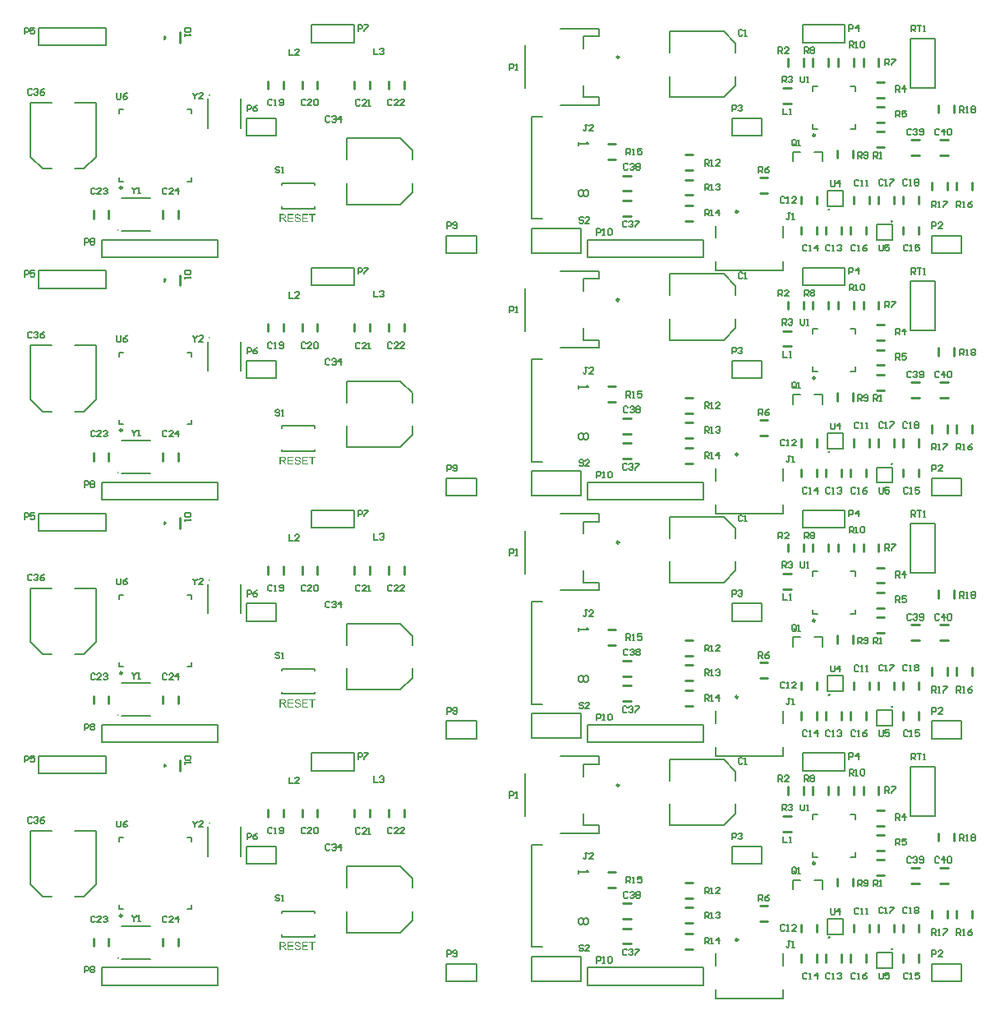
<source format=gto>
G04*
G04 #@! TF.GenerationSoftware,Altium Limited,Altium Designer,21.0.9 (235)*
G04*
G04 Layer_Color=65535*
%FSLAX44Y44*%
%MOMM*%
G71*
G04*
G04 #@! TF.SameCoordinates,5DD7C229-C87D-40E0-AB69-EEC5175B06D6*
G04*
G04*
G04 #@! TF.FilePolarity,Positive*
G04*
G01*
G75*
%ADD10C,0.2540*%
%ADD43C,0.1270*%
%ADD44C,0.2000*%
%ADD68C,0.2500*%
%ADD69C,0.1524*%
G36*
X537776Y1051391D02*
X537858D01*
X538081Y1051367D01*
X538327Y1051332D01*
X538586Y1051273D01*
X538867Y1051203D01*
X539125Y1051109D01*
X539137D01*
X539160Y1051097D01*
X539196Y1051074D01*
X539243Y1051050D01*
X539360Y1050992D01*
X539512Y1050886D01*
X539688Y1050769D01*
X539865Y1050616D01*
X540029Y1050440D01*
X540181Y1050241D01*
Y1050229D01*
X540193Y1050217D01*
X540217Y1050182D01*
X540240Y1050147D01*
X540299Y1050029D01*
X540369Y1049877D01*
X540451Y1049689D01*
X540510Y1049466D01*
X540569Y1049231D01*
X540592Y1048973D01*
X539559Y1048891D01*
Y1048903D01*
Y1048926D01*
X539548Y1048961D01*
X539536Y1049020D01*
X539501Y1049149D01*
X539454Y1049325D01*
X539383Y1049513D01*
X539278Y1049701D01*
X539149Y1049877D01*
X538984Y1050041D01*
X538961Y1050053D01*
X538902Y1050100D01*
X538785Y1050170D01*
X538632Y1050241D01*
X538433Y1050311D01*
X538198Y1050381D01*
X537905Y1050428D01*
X537576Y1050440D01*
X537412D01*
X537342Y1050428D01*
X537248Y1050417D01*
X537037Y1050393D01*
X536802Y1050346D01*
X536567Y1050287D01*
X536344Y1050194D01*
X536250Y1050135D01*
X536156Y1050076D01*
X536133Y1050065D01*
X536086Y1050018D01*
X536016Y1049936D01*
X535945Y1049842D01*
X535863Y1049713D01*
X535793Y1049572D01*
X535746Y1049407D01*
X535722Y1049220D01*
Y1049196D01*
Y1049149D01*
X535734Y1049067D01*
X535757Y1048973D01*
X535793Y1048856D01*
X535851Y1048738D01*
X535922Y1048621D01*
X536027Y1048504D01*
X536039Y1048492D01*
X536098Y1048457D01*
X536145Y1048422D01*
X536192Y1048398D01*
X536262Y1048363D01*
X536344Y1048316D01*
X536450Y1048281D01*
X536567Y1048234D01*
X536696Y1048187D01*
X536849Y1048128D01*
X537013Y1048081D01*
X537201Y1048023D01*
X537412Y1047976D01*
X537647Y1047917D01*
X537658D01*
X537705Y1047905D01*
X537776Y1047894D01*
X537858Y1047870D01*
X537963Y1047847D01*
X538093Y1047812D01*
X538222Y1047776D01*
X538363Y1047741D01*
X538668Y1047659D01*
X538961Y1047577D01*
X539102Y1047530D01*
X539231Y1047483D01*
X539348Y1047448D01*
X539442Y1047401D01*
X539454D01*
X539477Y1047389D01*
X539512Y1047366D01*
X539559Y1047342D01*
X539688Y1047272D01*
X539841Y1047178D01*
X540017Y1047049D01*
X540193Y1046908D01*
X540357Y1046744D01*
X540498Y1046568D01*
X540510Y1046544D01*
X540557Y1046486D01*
X540604Y1046380D01*
X540674Y1046239D01*
X540733Y1046075D01*
X540792Y1045875D01*
X540827Y1045652D01*
X540839Y1045418D01*
Y1045406D01*
Y1045394D01*
Y1045359D01*
Y1045312D01*
X540815Y1045183D01*
X540792Y1045019D01*
X540745Y1044831D01*
X540686Y1044631D01*
X540592Y1044420D01*
X540463Y1044197D01*
Y1044185D01*
X540451Y1044174D01*
X540393Y1044103D01*
X540311Y1043998D01*
X540193Y1043880D01*
X540041Y1043739D01*
X539853Y1043587D01*
X539642Y1043446D01*
X539395Y1043317D01*
X539383D01*
X539360Y1043305D01*
X539325Y1043294D01*
X539278Y1043270D01*
X539207Y1043247D01*
X539125Y1043212D01*
X538937Y1043165D01*
X538714Y1043106D01*
X538445Y1043047D01*
X538151Y1043012D01*
X537834Y1043000D01*
X537647D01*
X537553Y1043012D01*
X537447D01*
X537330Y1043024D01*
X537189Y1043035D01*
X536896Y1043082D01*
X536590Y1043129D01*
X536285Y1043212D01*
X535992Y1043317D01*
X535980D01*
X535957Y1043329D01*
X535922Y1043352D01*
X535875Y1043376D01*
X535734Y1043446D01*
X535570Y1043552D01*
X535382Y1043693D01*
X535182Y1043857D01*
X534995Y1044056D01*
X534819Y1044279D01*
Y1044291D01*
X534795Y1044314D01*
X534783Y1044350D01*
X534748Y1044397D01*
X534725Y1044455D01*
X534689Y1044526D01*
X534607Y1044702D01*
X534525Y1044925D01*
X534455Y1045171D01*
X534408Y1045453D01*
X534384Y1045746D01*
X535394Y1045840D01*
Y1045828D01*
Y1045817D01*
X535405Y1045781D01*
Y1045734D01*
X535429Y1045629D01*
X535464Y1045476D01*
X535511Y1045324D01*
X535558Y1045148D01*
X535640Y1044983D01*
X535722Y1044831D01*
X535734Y1044819D01*
X535769Y1044772D01*
X535828Y1044690D01*
X535922Y1044608D01*
X536039Y1044502D01*
X536168Y1044397D01*
X536344Y1044291D01*
X536532Y1044197D01*
X536544D01*
X536555Y1044185D01*
X536590Y1044174D01*
X536626Y1044162D01*
X536743Y1044127D01*
X536896Y1044080D01*
X537083Y1044033D01*
X537295Y1043998D01*
X537529Y1043974D01*
X537788Y1043962D01*
X537893D01*
X538010Y1043974D01*
X538151Y1043986D01*
X538316Y1044009D01*
X538503Y1044033D01*
X538691Y1044080D01*
X538867Y1044138D01*
X538891Y1044150D01*
X538949Y1044174D01*
X539031Y1044221D01*
X539137Y1044268D01*
X539243Y1044350D01*
X539360Y1044432D01*
X539477Y1044526D01*
X539571Y1044643D01*
X539583Y1044655D01*
X539606Y1044702D01*
X539642Y1044760D01*
X539688Y1044854D01*
X539735Y1044948D01*
X539771Y1045066D01*
X539794Y1045195D01*
X539806Y1045335D01*
Y1045347D01*
Y1045406D01*
X539794Y1045476D01*
X539782Y1045570D01*
X539747Y1045664D01*
X539712Y1045781D01*
X539653Y1045899D01*
X539571Y1046004D01*
X539559Y1046016D01*
X539524Y1046051D01*
X539477Y1046098D01*
X539395Y1046169D01*
X539301Y1046239D01*
X539172Y1046321D01*
X539020Y1046403D01*
X538844Y1046474D01*
X538832Y1046486D01*
X538773Y1046497D01*
X538679Y1046532D01*
X538621Y1046544D01*
X538539Y1046568D01*
X538456Y1046603D01*
X538351Y1046626D01*
X538233Y1046662D01*
X538093Y1046697D01*
X537952Y1046732D01*
X537788Y1046779D01*
X537600Y1046826D01*
X537400Y1046873D01*
X537388D01*
X537353Y1046884D01*
X537295Y1046896D01*
X537224Y1046920D01*
X537130Y1046943D01*
X537025Y1046967D01*
X536790Y1047037D01*
X536532Y1047119D01*
X536262Y1047201D01*
X536027Y1047283D01*
X535922Y1047330D01*
X535828Y1047377D01*
X535816D01*
X535804Y1047389D01*
X535734Y1047436D01*
X535628Y1047495D01*
X535511Y1047589D01*
X535370Y1047694D01*
X535229Y1047823D01*
X535089Y1047976D01*
X534971Y1048140D01*
X534959Y1048164D01*
X534924Y1048222D01*
X534877Y1048316D01*
X534830Y1048433D01*
X534783Y1048586D01*
X534736Y1048762D01*
X534701Y1048950D01*
X534689Y1049149D01*
Y1049161D01*
Y1049173D01*
Y1049208D01*
Y1049255D01*
X534713Y1049372D01*
X534736Y1049525D01*
X534772Y1049701D01*
X534830Y1049900D01*
X534912Y1050100D01*
X535030Y1050299D01*
Y1050311D01*
X535042Y1050323D01*
X535100Y1050393D01*
X535182Y1050487D01*
X535288Y1050604D01*
X535429Y1050733D01*
X535605Y1050874D01*
X535816Y1051003D01*
X536051Y1051121D01*
X536063D01*
X536086Y1051132D01*
X536121Y1051144D01*
X536168Y1051168D01*
X536227Y1051191D01*
X536309Y1051215D01*
X536485Y1051262D01*
X536708Y1051309D01*
X536966Y1051355D01*
X537236Y1051391D01*
X537541Y1051402D01*
X537694D01*
X537776Y1051391D01*
D02*
G37*
G36*
X555706Y1050299D02*
X553031D01*
Y1043141D01*
X551951D01*
Y1050299D01*
X549276D01*
Y1051262D01*
X555706D01*
Y1050299D01*
D02*
G37*
G36*
X548208D02*
X543409D01*
Y1047823D01*
X547903D01*
Y1046861D01*
X543409D01*
Y1044103D01*
X548396D01*
Y1043141D01*
X542329D01*
Y1051262D01*
X548208D01*
Y1050299D01*
D02*
G37*
G36*
X533070D02*
X528271D01*
Y1047823D01*
X532765D01*
Y1046861D01*
X528271D01*
Y1044103D01*
X533258D01*
Y1043141D01*
X527191D01*
Y1051262D01*
X533070D01*
Y1050299D01*
D02*
G37*
G36*
X522861Y1051250D02*
X522966D01*
X523213Y1051238D01*
X523471Y1051203D01*
X523753Y1051168D01*
X524011Y1051109D01*
X524140Y1051074D01*
X524245Y1051039D01*
X524257D01*
X524269Y1051027D01*
X524339Y1050992D01*
X524445Y1050945D01*
X524574Y1050863D01*
X524715Y1050757D01*
X524868Y1050616D01*
X525008Y1050452D01*
X525149Y1050264D01*
Y1050252D01*
X525161Y1050241D01*
X525208Y1050170D01*
X525255Y1050053D01*
X525325Y1049900D01*
X525384Y1049724D01*
X525443Y1049513D01*
X525478Y1049290D01*
X525489Y1049044D01*
Y1049032D01*
Y1049008D01*
Y1048961D01*
X525478Y1048903D01*
Y1048821D01*
X525466Y1048738D01*
X525419Y1048539D01*
X525349Y1048304D01*
X525255Y1048058D01*
X525114Y1047812D01*
X525020Y1047694D01*
X524926Y1047577D01*
X524914Y1047565D01*
X524903Y1047553D01*
X524868Y1047518D01*
X524821Y1047483D01*
X524762Y1047436D01*
X524692Y1047389D01*
X524598Y1047330D01*
X524504Y1047260D01*
X524386Y1047201D01*
X524257Y1047143D01*
X524117Y1047072D01*
X523964Y1047013D01*
X523788Y1046967D01*
X523612Y1046908D01*
X523412Y1046873D01*
X523201Y1046837D01*
X523225Y1046826D01*
X523271Y1046802D01*
X523342Y1046755D01*
X523436Y1046708D01*
X523647Y1046579D01*
X523753Y1046497D01*
X523847Y1046427D01*
X523870Y1046403D01*
X523929Y1046345D01*
X524023Y1046251D01*
X524140Y1046133D01*
X524269Y1045969D01*
X524422Y1045793D01*
X524574Y1045582D01*
X524738Y1045347D01*
X526135Y1043141D01*
X524797D01*
X523729Y1044831D01*
Y1044843D01*
X523706Y1044866D01*
X523682Y1044901D01*
X523647Y1044948D01*
X523565Y1045077D01*
X523459Y1045242D01*
X523330Y1045418D01*
X523201Y1045605D01*
X523072Y1045781D01*
X522955Y1045946D01*
X522943Y1045957D01*
X522908Y1046004D01*
X522849Y1046075D01*
X522767Y1046157D01*
X522591Y1046333D01*
X522497Y1046415D01*
X522403Y1046486D01*
X522391Y1046497D01*
X522368Y1046509D01*
X522321Y1046532D01*
X522251Y1046568D01*
X522180Y1046603D01*
X522098Y1046638D01*
X521910Y1046697D01*
X521899D01*
X521875Y1046708D01*
X521828D01*
X521769Y1046720D01*
X521687Y1046732D01*
X521594D01*
X521464Y1046744D01*
X520080D01*
Y1043141D01*
X519000D01*
Y1051262D01*
X522767D01*
X522861Y1051250D01*
D02*
G37*
G36*
X537776Y801391D02*
X537858D01*
X538081Y801367D01*
X538327Y801332D01*
X538586Y801273D01*
X538867Y801203D01*
X539125Y801109D01*
X539137D01*
X539160Y801097D01*
X539196Y801074D01*
X539243Y801050D01*
X539360Y800992D01*
X539512Y800886D01*
X539688Y800769D01*
X539865Y800616D01*
X540029Y800440D01*
X540181Y800240D01*
Y800229D01*
X540193Y800217D01*
X540217Y800182D01*
X540240Y800147D01*
X540299Y800029D01*
X540369Y799877D01*
X540451Y799689D01*
X540510Y799466D01*
X540569Y799231D01*
X540592Y798973D01*
X539559Y798891D01*
Y798903D01*
Y798926D01*
X539548Y798961D01*
X539536Y799020D01*
X539501Y799149D01*
X539454Y799325D01*
X539383Y799513D01*
X539278Y799701D01*
X539149Y799877D01*
X538984Y800041D01*
X538961Y800053D01*
X538902Y800100D01*
X538785Y800170D01*
X538632Y800240D01*
X538433Y800311D01*
X538198Y800381D01*
X537905Y800428D01*
X537576Y800440D01*
X537412D01*
X537342Y800428D01*
X537248Y800417D01*
X537037Y800393D01*
X536802Y800346D01*
X536567Y800287D01*
X536344Y800194D01*
X536250Y800135D01*
X536156Y800076D01*
X536133Y800064D01*
X536086Y800018D01*
X536016Y799935D01*
X535945Y799842D01*
X535863Y799713D01*
X535793Y799572D01*
X535746Y799407D01*
X535722Y799220D01*
Y799196D01*
Y799149D01*
X535734Y799067D01*
X535757Y798973D01*
X535793Y798856D01*
X535851Y798738D01*
X535922Y798621D01*
X536027Y798504D01*
X536039Y798492D01*
X536098Y798457D01*
X536145Y798422D01*
X536192Y798398D01*
X536262Y798363D01*
X536344Y798316D01*
X536450Y798281D01*
X536567Y798234D01*
X536696Y798187D01*
X536849Y798128D01*
X537013Y798081D01*
X537201Y798023D01*
X537412Y797976D01*
X537647Y797917D01*
X537658D01*
X537705Y797905D01*
X537776Y797894D01*
X537858Y797870D01*
X537963Y797847D01*
X538093Y797811D01*
X538222Y797776D01*
X538363Y797741D01*
X538668Y797659D01*
X538961Y797577D01*
X539102Y797530D01*
X539231Y797483D01*
X539348Y797448D01*
X539442Y797401D01*
X539454D01*
X539477Y797389D01*
X539512Y797365D01*
X539559Y797342D01*
X539688Y797272D01*
X539841Y797178D01*
X540017Y797049D01*
X540193Y796908D01*
X540357Y796744D01*
X540498Y796568D01*
X540510Y796544D01*
X540557Y796485D01*
X540604Y796380D01*
X540674Y796239D01*
X540733Y796075D01*
X540792Y795875D01*
X540827Y795652D01*
X540839Y795417D01*
Y795406D01*
Y795394D01*
Y795359D01*
Y795312D01*
X540815Y795183D01*
X540792Y795019D01*
X540745Y794831D01*
X540686Y794631D01*
X540592Y794420D01*
X540463Y794197D01*
Y794185D01*
X540451Y794174D01*
X540393Y794103D01*
X540311Y793998D01*
X540193Y793880D01*
X540041Y793739D01*
X539853Y793587D01*
X539642Y793446D01*
X539395Y793317D01*
X539383D01*
X539360Y793305D01*
X539325Y793294D01*
X539278Y793270D01*
X539207Y793247D01*
X539125Y793211D01*
X538937Y793165D01*
X538714Y793106D01*
X538445Y793047D01*
X538151Y793012D01*
X537834Y793000D01*
X537647D01*
X537553Y793012D01*
X537447D01*
X537330Y793024D01*
X537189Y793035D01*
X536896Y793082D01*
X536590Y793129D01*
X536285Y793211D01*
X535992Y793317D01*
X535980D01*
X535957Y793329D01*
X535922Y793352D01*
X535875Y793376D01*
X535734Y793446D01*
X535570Y793552D01*
X535382Y793692D01*
X535182Y793857D01*
X534995Y794056D01*
X534819Y794279D01*
Y794291D01*
X534795Y794314D01*
X534783Y794350D01*
X534748Y794397D01*
X534725Y794455D01*
X534689Y794526D01*
X534607Y794702D01*
X534525Y794925D01*
X534455Y795171D01*
X534408Y795453D01*
X534384Y795746D01*
X535394Y795840D01*
Y795828D01*
Y795816D01*
X535405Y795781D01*
Y795734D01*
X535429Y795629D01*
X535464Y795476D01*
X535511Y795324D01*
X535558Y795148D01*
X535640Y794983D01*
X535722Y794831D01*
X535734Y794819D01*
X535769Y794772D01*
X535828Y794690D01*
X535922Y794608D01*
X536039Y794502D01*
X536168Y794397D01*
X536344Y794291D01*
X536532Y794197D01*
X536544D01*
X536555Y794185D01*
X536590Y794174D01*
X536626Y794162D01*
X536743Y794127D01*
X536896Y794080D01*
X537083Y794033D01*
X537295Y793998D01*
X537529Y793974D01*
X537788Y793962D01*
X537893D01*
X538010Y793974D01*
X538151Y793986D01*
X538316Y794009D01*
X538503Y794033D01*
X538691Y794080D01*
X538867Y794138D01*
X538891Y794150D01*
X538949Y794174D01*
X539031Y794221D01*
X539137Y794268D01*
X539243Y794350D01*
X539360Y794432D01*
X539477Y794526D01*
X539571Y794643D01*
X539583Y794655D01*
X539606Y794702D01*
X539642Y794760D01*
X539688Y794854D01*
X539735Y794948D01*
X539771Y795066D01*
X539794Y795195D01*
X539806Y795335D01*
Y795347D01*
Y795406D01*
X539794Y795476D01*
X539782Y795570D01*
X539747Y795664D01*
X539712Y795781D01*
X539653Y795899D01*
X539571Y796004D01*
X539559Y796016D01*
X539524Y796051D01*
X539477Y796098D01*
X539395Y796169D01*
X539301Y796239D01*
X539172Y796321D01*
X539020Y796403D01*
X538844Y796474D01*
X538832Y796485D01*
X538773Y796497D01*
X538679Y796532D01*
X538621Y796544D01*
X538539Y796568D01*
X538456Y796603D01*
X538351Y796626D01*
X538233Y796661D01*
X538093Y796697D01*
X537952Y796732D01*
X537788Y796779D01*
X537600Y796826D01*
X537400Y796873D01*
X537388D01*
X537353Y796884D01*
X537295Y796896D01*
X537224Y796920D01*
X537130Y796943D01*
X537025Y796966D01*
X536790Y797037D01*
X536532Y797119D01*
X536262Y797201D01*
X536027Y797283D01*
X535922Y797330D01*
X535828Y797377D01*
X535816D01*
X535804Y797389D01*
X535734Y797436D01*
X535628Y797495D01*
X535511Y797589D01*
X535370Y797694D01*
X535229Y797823D01*
X535089Y797976D01*
X534971Y798140D01*
X534959Y798164D01*
X534924Y798222D01*
X534877Y798316D01*
X534830Y798433D01*
X534783Y798586D01*
X534736Y798762D01*
X534701Y798950D01*
X534689Y799149D01*
Y799161D01*
Y799173D01*
Y799208D01*
Y799255D01*
X534713Y799372D01*
X534736Y799525D01*
X534772Y799701D01*
X534830Y799900D01*
X534912Y800100D01*
X535030Y800299D01*
Y800311D01*
X535042Y800323D01*
X535100Y800393D01*
X535182Y800487D01*
X535288Y800604D01*
X535429Y800733D01*
X535605Y800874D01*
X535816Y801003D01*
X536051Y801121D01*
X536063D01*
X536086Y801132D01*
X536121Y801144D01*
X536168Y801168D01*
X536227Y801191D01*
X536309Y801215D01*
X536485Y801262D01*
X536708Y801308D01*
X536966Y801355D01*
X537236Y801391D01*
X537541Y801402D01*
X537694D01*
X537776Y801391D01*
D02*
G37*
G36*
X555706Y800299D02*
X553031D01*
Y793141D01*
X551951D01*
Y800299D01*
X549276D01*
Y801262D01*
X555706D01*
Y800299D01*
D02*
G37*
G36*
X548208D02*
X543409D01*
Y797823D01*
X547903D01*
Y796861D01*
X543409D01*
Y794103D01*
X548396D01*
Y793141D01*
X542329D01*
Y801262D01*
X548208D01*
Y800299D01*
D02*
G37*
G36*
X533070D02*
X528271D01*
Y797823D01*
X532765D01*
Y796861D01*
X528271D01*
Y794103D01*
X533258D01*
Y793141D01*
X527191D01*
Y801262D01*
X533070D01*
Y800299D01*
D02*
G37*
G36*
X522861Y801250D02*
X522966D01*
X523213Y801238D01*
X523471Y801203D01*
X523753Y801168D01*
X524011Y801109D01*
X524140Y801074D01*
X524245Y801039D01*
X524257D01*
X524269Y801027D01*
X524339Y800992D01*
X524445Y800945D01*
X524574Y800863D01*
X524715Y800757D01*
X524868Y800616D01*
X525008Y800452D01*
X525149Y800264D01*
Y800252D01*
X525161Y800240D01*
X525208Y800170D01*
X525255Y800053D01*
X525325Y799900D01*
X525384Y799724D01*
X525443Y799513D01*
X525478Y799290D01*
X525489Y799044D01*
Y799032D01*
Y799008D01*
Y798961D01*
X525478Y798903D01*
Y798821D01*
X525466Y798738D01*
X525419Y798539D01*
X525349Y798304D01*
X525255Y798058D01*
X525114Y797811D01*
X525020Y797694D01*
X524926Y797577D01*
X524914Y797565D01*
X524903Y797553D01*
X524868Y797518D01*
X524821Y797483D01*
X524762Y797436D01*
X524692Y797389D01*
X524598Y797330D01*
X524504Y797260D01*
X524386Y797201D01*
X524257Y797143D01*
X524117Y797072D01*
X523964Y797013D01*
X523788Y796966D01*
X523612Y796908D01*
X523412Y796873D01*
X523201Y796837D01*
X523225Y796826D01*
X523271Y796802D01*
X523342Y796755D01*
X523436Y796708D01*
X523647Y796579D01*
X523753Y796497D01*
X523847Y796427D01*
X523870Y796403D01*
X523929Y796345D01*
X524023Y796251D01*
X524140Y796133D01*
X524269Y795969D01*
X524422Y795793D01*
X524574Y795582D01*
X524738Y795347D01*
X526135Y793141D01*
X524797D01*
X523729Y794831D01*
Y794843D01*
X523706Y794866D01*
X523682Y794901D01*
X523647Y794948D01*
X523565Y795077D01*
X523459Y795241D01*
X523330Y795417D01*
X523201Y795605D01*
X523072Y795781D01*
X522955Y795946D01*
X522943Y795957D01*
X522908Y796004D01*
X522849Y796075D01*
X522767Y796157D01*
X522591Y796333D01*
X522497Y796415D01*
X522403Y796485D01*
X522391Y796497D01*
X522368Y796509D01*
X522321Y796532D01*
X522251Y796568D01*
X522180Y796603D01*
X522098Y796638D01*
X521910Y796697D01*
X521899D01*
X521875Y796708D01*
X521828D01*
X521769Y796720D01*
X521687Y796732D01*
X521594D01*
X521464Y796744D01*
X520080D01*
Y793141D01*
X519000D01*
Y801262D01*
X522767D01*
X522861Y801250D01*
D02*
G37*
G36*
X537776Y551390D02*
X537858D01*
X538081Y551367D01*
X538327Y551332D01*
X538586Y551273D01*
X538867Y551203D01*
X539125Y551109D01*
X539137D01*
X539160Y551097D01*
X539196Y551074D01*
X539243Y551050D01*
X539360Y550992D01*
X539512Y550886D01*
X539688Y550769D01*
X539865Y550616D01*
X540029Y550440D01*
X540181Y550241D01*
Y550229D01*
X540193Y550217D01*
X540217Y550182D01*
X540240Y550147D01*
X540299Y550029D01*
X540369Y549877D01*
X540451Y549689D01*
X540510Y549466D01*
X540569Y549231D01*
X540592Y548973D01*
X539559Y548891D01*
Y548903D01*
Y548926D01*
X539548Y548961D01*
X539536Y549020D01*
X539501Y549149D01*
X539454Y549325D01*
X539383Y549513D01*
X539278Y549701D01*
X539149Y549877D01*
X538984Y550041D01*
X538961Y550053D01*
X538902Y550100D01*
X538785Y550170D01*
X538632Y550241D01*
X538433Y550311D01*
X538198Y550381D01*
X537905Y550428D01*
X537576Y550440D01*
X537412D01*
X537342Y550428D01*
X537248Y550416D01*
X537037Y550393D01*
X536802Y550346D01*
X536567Y550287D01*
X536344Y550193D01*
X536250Y550135D01*
X536156Y550076D01*
X536133Y550065D01*
X536086Y550018D01*
X536016Y549935D01*
X535945Y549841D01*
X535863Y549712D01*
X535793Y549572D01*
X535746Y549407D01*
X535722Y549220D01*
Y549196D01*
Y549149D01*
X535734Y549067D01*
X535757Y548973D01*
X535793Y548856D01*
X535851Y548738D01*
X535922Y548621D01*
X536027Y548504D01*
X536039Y548492D01*
X536098Y548457D01*
X536145Y548422D01*
X536192Y548398D01*
X536262Y548363D01*
X536344Y548316D01*
X536450Y548281D01*
X536567Y548234D01*
X536696Y548187D01*
X536849Y548128D01*
X537013Y548081D01*
X537201Y548023D01*
X537412Y547976D01*
X537647Y547917D01*
X537658D01*
X537705Y547905D01*
X537776Y547893D01*
X537858Y547870D01*
X537963Y547847D01*
X538093Y547811D01*
X538222Y547776D01*
X538363Y547741D01*
X538668Y547659D01*
X538961Y547577D01*
X539102Y547530D01*
X539231Y547483D01*
X539348Y547448D01*
X539442Y547401D01*
X539454D01*
X539477Y547389D01*
X539512Y547365D01*
X539559Y547342D01*
X539688Y547272D01*
X539841Y547178D01*
X540017Y547049D01*
X540193Y546908D01*
X540357Y546744D01*
X540498Y546567D01*
X540510Y546544D01*
X540557Y546485D01*
X540604Y546380D01*
X540674Y546239D01*
X540733Y546075D01*
X540792Y545875D01*
X540827Y545652D01*
X540839Y545418D01*
Y545406D01*
Y545394D01*
Y545359D01*
Y545312D01*
X540815Y545183D01*
X540792Y545019D01*
X540745Y544831D01*
X540686Y544631D01*
X540592Y544420D01*
X540463Y544197D01*
Y544185D01*
X540451Y544174D01*
X540393Y544103D01*
X540311Y543998D01*
X540193Y543880D01*
X540041Y543739D01*
X539853Y543587D01*
X539642Y543446D01*
X539395Y543317D01*
X539383D01*
X539360Y543305D01*
X539325Y543293D01*
X539278Y543270D01*
X539207Y543246D01*
X539125Y543211D01*
X538937Y543164D01*
X538714Y543106D01*
X538445Y543047D01*
X538151Y543012D01*
X537834Y543000D01*
X537647D01*
X537553Y543012D01*
X537447D01*
X537330Y543024D01*
X537189Y543035D01*
X536896Y543082D01*
X536590Y543129D01*
X536285Y543211D01*
X535992Y543317D01*
X535980D01*
X535957Y543329D01*
X535922Y543352D01*
X535875Y543376D01*
X535734Y543446D01*
X535570Y543552D01*
X535382Y543693D01*
X535182Y543857D01*
X534995Y544056D01*
X534819Y544279D01*
Y544291D01*
X534795Y544314D01*
X534783Y544350D01*
X534748Y544397D01*
X534725Y544455D01*
X534689Y544526D01*
X534607Y544702D01*
X534525Y544925D01*
X534455Y545171D01*
X534408Y545453D01*
X534384Y545746D01*
X535394Y545840D01*
Y545828D01*
Y545816D01*
X535405Y545781D01*
Y545734D01*
X535429Y545629D01*
X535464Y545476D01*
X535511Y545324D01*
X535558Y545148D01*
X535640Y544983D01*
X535722Y544831D01*
X535734Y544819D01*
X535769Y544772D01*
X535828Y544690D01*
X535922Y544608D01*
X536039Y544502D01*
X536168Y544397D01*
X536344Y544291D01*
X536532Y544197D01*
X536544D01*
X536555Y544185D01*
X536590Y544174D01*
X536626Y544162D01*
X536743Y544127D01*
X536896Y544080D01*
X537083Y544033D01*
X537295Y543998D01*
X537529Y543974D01*
X537788Y543962D01*
X537893D01*
X538010Y543974D01*
X538151Y543986D01*
X538316Y544009D01*
X538503Y544033D01*
X538691Y544080D01*
X538867Y544138D01*
X538891Y544150D01*
X538949Y544174D01*
X539031Y544221D01*
X539137Y544268D01*
X539243Y544350D01*
X539360Y544432D01*
X539477Y544526D01*
X539571Y544643D01*
X539583Y544655D01*
X539606Y544702D01*
X539642Y544760D01*
X539688Y544854D01*
X539735Y544948D01*
X539771Y545065D01*
X539794Y545195D01*
X539806Y545335D01*
Y545347D01*
Y545406D01*
X539794Y545476D01*
X539782Y545570D01*
X539747Y545664D01*
X539712Y545781D01*
X539653Y545899D01*
X539571Y546004D01*
X539559Y546016D01*
X539524Y546051D01*
X539477Y546098D01*
X539395Y546169D01*
X539301Y546239D01*
X539172Y546321D01*
X539020Y546403D01*
X538844Y546474D01*
X538832Y546485D01*
X538773Y546497D01*
X538679Y546532D01*
X538621Y546544D01*
X538539Y546567D01*
X538456Y546603D01*
X538351Y546626D01*
X538233Y546661D01*
X538093Y546697D01*
X537952Y546732D01*
X537788Y546779D01*
X537600Y546826D01*
X537400Y546873D01*
X537388D01*
X537353Y546884D01*
X537295Y546896D01*
X537224Y546920D01*
X537130Y546943D01*
X537025Y546967D01*
X536790Y547037D01*
X536532Y547119D01*
X536262Y547201D01*
X536027Y547283D01*
X535922Y547330D01*
X535828Y547377D01*
X535816D01*
X535804Y547389D01*
X535734Y547436D01*
X535628Y547495D01*
X535511Y547588D01*
X535370Y547694D01*
X535229Y547823D01*
X535089Y547976D01*
X534971Y548140D01*
X534959Y548163D01*
X534924Y548222D01*
X534877Y548316D01*
X534830Y548433D01*
X534783Y548586D01*
X534736Y548762D01*
X534701Y548950D01*
X534689Y549149D01*
Y549161D01*
Y549173D01*
Y549208D01*
Y549255D01*
X534713Y549372D01*
X534736Y549525D01*
X534772Y549701D01*
X534830Y549900D01*
X534912Y550100D01*
X535030Y550299D01*
Y550311D01*
X535042Y550323D01*
X535100Y550393D01*
X535182Y550487D01*
X535288Y550604D01*
X535429Y550733D01*
X535605Y550874D01*
X535816Y551003D01*
X536051Y551121D01*
X536063D01*
X536086Y551132D01*
X536121Y551144D01*
X536168Y551167D01*
X536227Y551191D01*
X536309Y551214D01*
X536485Y551261D01*
X536708Y551308D01*
X536966Y551355D01*
X537236Y551390D01*
X537541Y551402D01*
X537694D01*
X537776Y551390D01*
D02*
G37*
G36*
X555706Y550299D02*
X553031D01*
Y543141D01*
X551951D01*
Y550299D01*
X549276D01*
Y551261D01*
X555706D01*
Y550299D01*
D02*
G37*
G36*
X548208D02*
X543409D01*
Y547823D01*
X547903D01*
Y546861D01*
X543409D01*
Y544103D01*
X548396D01*
Y543141D01*
X542329D01*
Y551261D01*
X548208D01*
Y550299D01*
D02*
G37*
G36*
X533070D02*
X528271D01*
Y547823D01*
X532765D01*
Y546861D01*
X528271D01*
Y544103D01*
X533258D01*
Y543141D01*
X527191D01*
Y551261D01*
X533070D01*
Y550299D01*
D02*
G37*
G36*
X522861Y551250D02*
X522966D01*
X523213Y551238D01*
X523471Y551203D01*
X523753Y551167D01*
X524011Y551109D01*
X524140Y551074D01*
X524245Y551038D01*
X524257D01*
X524269Y551027D01*
X524339Y550992D01*
X524445Y550945D01*
X524574Y550862D01*
X524715Y550757D01*
X524868Y550616D01*
X525008Y550452D01*
X525149Y550264D01*
Y550252D01*
X525161Y550241D01*
X525208Y550170D01*
X525255Y550053D01*
X525325Y549900D01*
X525384Y549724D01*
X525443Y549513D01*
X525478Y549290D01*
X525489Y549044D01*
Y549032D01*
Y549008D01*
Y548961D01*
X525478Y548903D01*
Y548821D01*
X525466Y548738D01*
X525419Y548539D01*
X525349Y548304D01*
X525255Y548058D01*
X525114Y547811D01*
X525020Y547694D01*
X524926Y547577D01*
X524914Y547565D01*
X524903Y547553D01*
X524868Y547518D01*
X524821Y547483D01*
X524762Y547436D01*
X524692Y547389D01*
X524598Y547330D01*
X524504Y547260D01*
X524386Y547201D01*
X524257Y547142D01*
X524117Y547072D01*
X523964Y547013D01*
X523788Y546967D01*
X523612Y546908D01*
X523412Y546873D01*
X523201Y546837D01*
X523225Y546826D01*
X523271Y546802D01*
X523342Y546755D01*
X523436Y546708D01*
X523647Y546579D01*
X523753Y546497D01*
X523847Y546427D01*
X523870Y546403D01*
X523929Y546344D01*
X524023Y546251D01*
X524140Y546133D01*
X524269Y545969D01*
X524422Y545793D01*
X524574Y545582D01*
X524738Y545347D01*
X526135Y543141D01*
X524797D01*
X523729Y544831D01*
Y544842D01*
X523706Y544866D01*
X523682Y544901D01*
X523647Y544948D01*
X523565Y545077D01*
X523459Y545242D01*
X523330Y545418D01*
X523201Y545605D01*
X523072Y545781D01*
X522955Y545946D01*
X522943Y545957D01*
X522908Y546004D01*
X522849Y546075D01*
X522767Y546157D01*
X522591Y546333D01*
X522497Y546415D01*
X522403Y546485D01*
X522391Y546497D01*
X522368Y546509D01*
X522321Y546532D01*
X522251Y546567D01*
X522180Y546603D01*
X522098Y546638D01*
X521910Y546697D01*
X521899D01*
X521875Y546708D01*
X521828D01*
X521769Y546720D01*
X521687Y546732D01*
X521594D01*
X521464Y546744D01*
X520080D01*
Y543141D01*
X519000D01*
Y551261D01*
X522767D01*
X522861Y551250D01*
D02*
G37*
G36*
X537776Y301390D02*
X537858D01*
X538081Y301367D01*
X538327Y301332D01*
X538586Y301273D01*
X538867Y301203D01*
X539125Y301109D01*
X539137D01*
X539160Y301097D01*
X539196Y301074D01*
X539243Y301050D01*
X539360Y300991D01*
X539512Y300886D01*
X539688Y300769D01*
X539865Y300616D01*
X540029Y300440D01*
X540181Y300240D01*
Y300229D01*
X540193Y300217D01*
X540217Y300182D01*
X540240Y300147D01*
X540299Y300029D01*
X540369Y299877D01*
X540451Y299689D01*
X540510Y299466D01*
X540569Y299231D01*
X540592Y298973D01*
X539559Y298891D01*
Y298903D01*
Y298926D01*
X539548Y298961D01*
X539536Y299020D01*
X539501Y299149D01*
X539454Y299325D01*
X539383Y299513D01*
X539278Y299701D01*
X539149Y299877D01*
X538984Y300041D01*
X538961Y300053D01*
X538902Y300100D01*
X538785Y300170D01*
X538632Y300240D01*
X538433Y300311D01*
X538198Y300381D01*
X537905Y300428D01*
X537576Y300440D01*
X537412D01*
X537342Y300428D01*
X537248Y300416D01*
X537037Y300393D01*
X536802Y300346D01*
X536567Y300287D01*
X536344Y300194D01*
X536250Y300135D01*
X536156Y300076D01*
X536133Y300064D01*
X536086Y300018D01*
X536016Y299935D01*
X535945Y299841D01*
X535863Y299712D01*
X535793Y299571D01*
X535746Y299407D01*
X535722Y299219D01*
Y299196D01*
Y299149D01*
X535734Y299067D01*
X535757Y298973D01*
X535793Y298856D01*
X535851Y298738D01*
X535922Y298621D01*
X536027Y298504D01*
X536039Y298492D01*
X536098Y298457D01*
X536145Y298421D01*
X536192Y298398D01*
X536262Y298363D01*
X536344Y298316D01*
X536450Y298281D01*
X536567Y298234D01*
X536696Y298187D01*
X536849Y298128D01*
X537013Y298081D01*
X537201Y298022D01*
X537412Y297976D01*
X537647Y297917D01*
X537658D01*
X537705Y297905D01*
X537776Y297894D01*
X537858Y297870D01*
X537963Y297847D01*
X538093Y297811D01*
X538222Y297776D01*
X538363Y297741D01*
X538668Y297659D01*
X538961Y297577D01*
X539102Y297530D01*
X539231Y297483D01*
X539348Y297447D01*
X539442Y297401D01*
X539454D01*
X539477Y297389D01*
X539512Y297365D01*
X539559Y297342D01*
X539688Y297271D01*
X539841Y297178D01*
X540017Y297049D01*
X540193Y296908D01*
X540357Y296744D01*
X540498Y296567D01*
X540510Y296544D01*
X540557Y296485D01*
X540604Y296380D01*
X540674Y296239D01*
X540733Y296075D01*
X540792Y295875D01*
X540827Y295652D01*
X540839Y295417D01*
Y295406D01*
Y295394D01*
Y295359D01*
Y295312D01*
X540815Y295183D01*
X540792Y295018D01*
X540745Y294831D01*
X540686Y294631D01*
X540592Y294420D01*
X540463Y294197D01*
Y294185D01*
X540451Y294174D01*
X540393Y294103D01*
X540311Y293997D01*
X540193Y293880D01*
X540041Y293739D01*
X539853Y293587D01*
X539642Y293446D01*
X539395Y293317D01*
X539383D01*
X539360Y293305D01*
X539325Y293293D01*
X539278Y293270D01*
X539207Y293246D01*
X539125Y293211D01*
X538937Y293164D01*
X538714Y293106D01*
X538445Y293047D01*
X538151Y293012D01*
X537834Y293000D01*
X537647D01*
X537553Y293012D01*
X537447D01*
X537330Y293023D01*
X537189Y293035D01*
X536896Y293082D01*
X536590Y293129D01*
X536285Y293211D01*
X535992Y293317D01*
X535980D01*
X535957Y293329D01*
X535922Y293352D01*
X535875Y293376D01*
X535734Y293446D01*
X535570Y293552D01*
X535382Y293692D01*
X535182Y293857D01*
X534995Y294056D01*
X534819Y294279D01*
Y294291D01*
X534795Y294314D01*
X534783Y294350D01*
X534748Y294396D01*
X534725Y294455D01*
X534689Y294526D01*
X534607Y294702D01*
X534525Y294925D01*
X534455Y295171D01*
X534408Y295453D01*
X534384Y295746D01*
X535394Y295840D01*
Y295828D01*
Y295816D01*
X535405Y295781D01*
Y295734D01*
X535429Y295629D01*
X535464Y295476D01*
X535511Y295324D01*
X535558Y295147D01*
X535640Y294983D01*
X535722Y294831D01*
X535734Y294819D01*
X535769Y294772D01*
X535828Y294690D01*
X535922Y294608D01*
X536039Y294502D01*
X536168Y294396D01*
X536344Y294291D01*
X536532Y294197D01*
X536544D01*
X536555Y294185D01*
X536590Y294174D01*
X536626Y294162D01*
X536743Y294127D01*
X536896Y294080D01*
X537083Y294033D01*
X537295Y293997D01*
X537529Y293974D01*
X537788Y293962D01*
X537893D01*
X538010Y293974D01*
X538151Y293986D01*
X538316Y294009D01*
X538503Y294033D01*
X538691Y294080D01*
X538867Y294138D01*
X538891Y294150D01*
X538949Y294174D01*
X539031Y294221D01*
X539137Y294267D01*
X539243Y294350D01*
X539360Y294432D01*
X539477Y294526D01*
X539571Y294643D01*
X539583Y294655D01*
X539606Y294702D01*
X539642Y294760D01*
X539688Y294854D01*
X539735Y294948D01*
X539771Y295065D01*
X539794Y295194D01*
X539806Y295335D01*
Y295347D01*
Y295406D01*
X539794Y295476D01*
X539782Y295570D01*
X539747Y295664D01*
X539712Y295781D01*
X539653Y295898D01*
X539571Y296004D01*
X539559Y296016D01*
X539524Y296051D01*
X539477Y296098D01*
X539395Y296168D01*
X539301Y296239D01*
X539172Y296321D01*
X539020Y296403D01*
X538844Y296474D01*
X538832Y296485D01*
X538773Y296497D01*
X538679Y296532D01*
X538621Y296544D01*
X538539Y296567D01*
X538456Y296603D01*
X538351Y296626D01*
X538233Y296661D01*
X538093Y296696D01*
X537952Y296732D01*
X537788Y296779D01*
X537600Y296826D01*
X537400Y296873D01*
X537388D01*
X537353Y296884D01*
X537295Y296896D01*
X537224Y296919D01*
X537130Y296943D01*
X537025Y296966D01*
X536790Y297037D01*
X536532Y297119D01*
X536262Y297201D01*
X536027Y297283D01*
X535922Y297330D01*
X535828Y297377D01*
X535816D01*
X535804Y297389D01*
X535734Y297436D01*
X535628Y297495D01*
X535511Y297588D01*
X535370Y297694D01*
X535229Y297823D01*
X535089Y297976D01*
X534971Y298140D01*
X534959Y298163D01*
X534924Y298222D01*
X534877Y298316D01*
X534830Y298433D01*
X534783Y298586D01*
X534736Y298762D01*
X534701Y298950D01*
X534689Y299149D01*
Y299161D01*
Y299173D01*
Y299208D01*
Y299255D01*
X534713Y299372D01*
X534736Y299525D01*
X534772Y299701D01*
X534830Y299900D01*
X534912Y300100D01*
X535030Y300299D01*
Y300311D01*
X535042Y300323D01*
X535100Y300393D01*
X535182Y300487D01*
X535288Y300604D01*
X535429Y300733D01*
X535605Y300874D01*
X535816Y301003D01*
X536051Y301120D01*
X536063D01*
X536086Y301132D01*
X536121Y301144D01*
X536168Y301168D01*
X536227Y301191D01*
X536309Y301214D01*
X536485Y301261D01*
X536708Y301308D01*
X536966Y301355D01*
X537236Y301390D01*
X537541Y301402D01*
X537694D01*
X537776Y301390D01*
D02*
G37*
G36*
X555706Y300299D02*
X553031D01*
Y293141D01*
X551951D01*
Y300299D01*
X549276D01*
Y301261D01*
X555706D01*
Y300299D01*
D02*
G37*
G36*
X548208D02*
X543409D01*
Y297823D01*
X547903D01*
Y296861D01*
X543409D01*
Y294103D01*
X548396D01*
Y293141D01*
X542329D01*
Y301261D01*
X548208D01*
Y300299D01*
D02*
G37*
G36*
X533070D02*
X528271D01*
Y297823D01*
X532765D01*
Y296861D01*
X528271D01*
Y294103D01*
X533258D01*
Y293141D01*
X527191D01*
Y301261D01*
X533070D01*
Y300299D01*
D02*
G37*
G36*
X522861Y301250D02*
X522966D01*
X523213Y301238D01*
X523471Y301203D01*
X523753Y301168D01*
X524011Y301109D01*
X524140Y301074D01*
X524245Y301038D01*
X524257D01*
X524269Y301027D01*
X524339Y300991D01*
X524445Y300944D01*
X524574Y300862D01*
X524715Y300757D01*
X524868Y300616D01*
X525008Y300452D01*
X525149Y300264D01*
Y300252D01*
X525161Y300240D01*
X525208Y300170D01*
X525255Y300053D01*
X525325Y299900D01*
X525384Y299724D01*
X525443Y299513D01*
X525478Y299290D01*
X525489Y299044D01*
Y299032D01*
Y299008D01*
Y298961D01*
X525478Y298903D01*
Y298820D01*
X525466Y298738D01*
X525419Y298539D01*
X525349Y298304D01*
X525255Y298058D01*
X525114Y297811D01*
X525020Y297694D01*
X524926Y297577D01*
X524914Y297565D01*
X524903Y297553D01*
X524868Y297518D01*
X524821Y297483D01*
X524762Y297436D01*
X524692Y297389D01*
X524598Y297330D01*
X524504Y297260D01*
X524386Y297201D01*
X524257Y297142D01*
X524117Y297072D01*
X523964Y297013D01*
X523788Y296966D01*
X523612Y296908D01*
X523412Y296873D01*
X523201Y296837D01*
X523225Y296826D01*
X523271Y296802D01*
X523342Y296755D01*
X523436Y296708D01*
X523647Y296579D01*
X523753Y296497D01*
X523847Y296427D01*
X523870Y296403D01*
X523929Y296345D01*
X524023Y296251D01*
X524140Y296133D01*
X524269Y295969D01*
X524422Y295793D01*
X524574Y295582D01*
X524738Y295347D01*
X526135Y293141D01*
X524797D01*
X523729Y294831D01*
Y294842D01*
X523706Y294866D01*
X523682Y294901D01*
X523647Y294948D01*
X523565Y295077D01*
X523459Y295241D01*
X523330Y295417D01*
X523201Y295605D01*
X523072Y295781D01*
X522955Y295945D01*
X522943Y295957D01*
X522908Y296004D01*
X522849Y296075D01*
X522767Y296157D01*
X522591Y296333D01*
X522497Y296415D01*
X522403Y296485D01*
X522391Y296497D01*
X522368Y296509D01*
X522321Y296532D01*
X522251Y296567D01*
X522180Y296603D01*
X522098Y296638D01*
X521910Y296696D01*
X521899D01*
X521875Y296708D01*
X521828D01*
X521769Y296720D01*
X521687Y296732D01*
X521594D01*
X521464Y296744D01*
X520080D01*
Y293141D01*
X519000D01*
Y301261D01*
X522767D01*
X522861Y301250D01*
D02*
G37*
%LPC*%
G36*
X522638Y1050358D02*
X520080D01*
Y1047671D01*
X522497D01*
X522638Y1047682D01*
X522802Y1047694D01*
X522990Y1047706D01*
X523178Y1047729D01*
X523365Y1047765D01*
X523530Y1047812D01*
X523553Y1047823D01*
X523600Y1047847D01*
X523671Y1047882D01*
X523764Y1047929D01*
X523870Y1047999D01*
X523976Y1048081D01*
X524081Y1048187D01*
X524163Y1048304D01*
X524175Y1048316D01*
X524199Y1048363D01*
X524234Y1048433D01*
X524281Y1048527D01*
X524316Y1048633D01*
X524351Y1048750D01*
X524375Y1048891D01*
X524386Y1049032D01*
Y1049044D01*
Y1049055D01*
X524375Y1049126D01*
X524363Y1049231D01*
X524339Y1049372D01*
X524281Y1049513D01*
X524210Y1049677D01*
X524105Y1049830D01*
X523964Y1049982D01*
X523940Y1049994D01*
X523882Y1050041D01*
X523788Y1050100D01*
X523635Y1050170D01*
X523459Y1050241D01*
X523225Y1050299D01*
X522955Y1050346D01*
X522638Y1050358D01*
D02*
G37*
G36*
Y800358D02*
X520080D01*
Y797671D01*
X522497D01*
X522638Y797682D01*
X522802Y797694D01*
X522990Y797706D01*
X523178Y797729D01*
X523365Y797765D01*
X523530Y797811D01*
X523553Y797823D01*
X523600Y797847D01*
X523671Y797882D01*
X523764Y797929D01*
X523870Y797999D01*
X523976Y798081D01*
X524081Y798187D01*
X524163Y798304D01*
X524175Y798316D01*
X524199Y798363D01*
X524234Y798433D01*
X524281Y798527D01*
X524316Y798633D01*
X524351Y798750D01*
X524375Y798891D01*
X524386Y799032D01*
Y799044D01*
Y799055D01*
X524375Y799126D01*
X524363Y799231D01*
X524339Y799372D01*
X524281Y799513D01*
X524210Y799677D01*
X524105Y799830D01*
X523964Y799982D01*
X523940Y799994D01*
X523882Y800041D01*
X523788Y800100D01*
X523635Y800170D01*
X523459Y800240D01*
X523225Y800299D01*
X522955Y800346D01*
X522638Y800358D01*
D02*
G37*
G36*
Y550358D02*
X520080D01*
Y547671D01*
X522497D01*
X522638Y547682D01*
X522802Y547694D01*
X522990Y547706D01*
X523178Y547729D01*
X523365Y547764D01*
X523530Y547811D01*
X523553Y547823D01*
X523600Y547847D01*
X523671Y547882D01*
X523764Y547929D01*
X523870Y547999D01*
X523976Y548081D01*
X524081Y548187D01*
X524163Y548304D01*
X524175Y548316D01*
X524199Y548363D01*
X524234Y548433D01*
X524281Y548527D01*
X524316Y548633D01*
X524351Y548750D01*
X524375Y548891D01*
X524386Y549032D01*
Y549044D01*
Y549055D01*
X524375Y549126D01*
X524363Y549231D01*
X524339Y549372D01*
X524281Y549513D01*
X524210Y549677D01*
X524105Y549830D01*
X523964Y549982D01*
X523940Y549994D01*
X523882Y550041D01*
X523788Y550100D01*
X523635Y550170D01*
X523459Y550241D01*
X523225Y550299D01*
X522955Y550346D01*
X522638Y550358D01*
D02*
G37*
G36*
Y300358D02*
X520080D01*
Y297670D01*
X522497D01*
X522638Y297682D01*
X522802Y297694D01*
X522990Y297706D01*
X523178Y297729D01*
X523365Y297764D01*
X523530Y297811D01*
X523553Y297823D01*
X523600Y297847D01*
X523671Y297882D01*
X523764Y297929D01*
X523870Y297999D01*
X523976Y298081D01*
X524081Y298187D01*
X524163Y298304D01*
X524175Y298316D01*
X524199Y298363D01*
X524234Y298433D01*
X524281Y298527D01*
X524316Y298633D01*
X524351Y298750D01*
X524375Y298891D01*
X524386Y299032D01*
Y299044D01*
Y299055D01*
X524375Y299126D01*
X524363Y299231D01*
X524339Y299372D01*
X524281Y299513D01*
X524210Y299677D01*
X524105Y299830D01*
X523964Y299982D01*
X523940Y299994D01*
X523882Y300041D01*
X523788Y300100D01*
X523635Y300170D01*
X523459Y300240D01*
X523225Y300299D01*
X522955Y300346D01*
X522638Y300358D01*
D02*
G37*
%LPD*%
D10*
X1149840Y293797D02*
G03*
X1149840Y293797I-500J0D01*
G01*
X1085202Y306076D02*
G03*
X1085202Y306076I-500J0D01*
G01*
X1094000Y359000D02*
Y367000D01*
X1110000Y359000D02*
Y367000D01*
X1136300Y461500D02*
X1136300Y453500D01*
X1120300Y461500D02*
X1120300Y453500D01*
X1214000Y405543D02*
Y413543D01*
X1198000Y405543D02*
Y413543D01*
X1014000Y323000D02*
X1022000D01*
X1014000Y339000D02*
X1022000D01*
X1110617Y453500D02*
Y461500D01*
X1094617D02*
X1094617Y453500D01*
X1068333D02*
Y461500D01*
X1084333Y453500D02*
Y461500D01*
X1177628Y288415D02*
X1177628Y280415D01*
X1161628D02*
Y288415D01*
X1177585Y311458D02*
Y319457D01*
X1161585Y311458D02*
Y319457D01*
X1152043Y311458D02*
X1152043Y319457D01*
X1136043D02*
X1136043Y311458D01*
X1123543Y288415D02*
X1123543Y280415D01*
X1107543D02*
Y288415D01*
X1056458Y280415D02*
Y288415D01*
X1072458Y280415D02*
Y288415D01*
X1082000Y280415D02*
Y288415D01*
X1098000Y280415D02*
Y288415D01*
X1110500Y311458D02*
Y319457D01*
X1126500Y311458D02*
Y319457D01*
X1199543Y362000D02*
X1207543D01*
X1199543Y378000D02*
X1207543D01*
X1170000D02*
X1178000D01*
X1170000Y362000D02*
X1178000D01*
X1038000Y415000D02*
X1046000D01*
X1038000Y431000D02*
X1046000D01*
X1058458Y453500D02*
Y461500D01*
X1042458Y453500D02*
Y461500D01*
X1133999Y437189D02*
X1141999D01*
X1133999Y421189D02*
X1141999D01*
X1134000Y411543D02*
X1142000D01*
X1134000Y395543D02*
X1142000D01*
X1134000Y370000D02*
X1142000D01*
X1134000Y386000D02*
X1142000D01*
X558000Y430207D02*
Y438208D01*
X542000Y430207D02*
Y438208D01*
X523000Y430207D02*
Y438208D01*
X507000Y430207D02*
Y438208D01*
X612000Y430207D02*
X612000Y438208D01*
X596000D02*
X596000Y430207D01*
X647000D02*
Y438208D01*
X631000Y430207D02*
Y438208D01*
X857000Y373543D02*
X865000D01*
X857000Y357543D02*
X865000D01*
X1056415Y311458D02*
Y319457D01*
X1072415Y311458D02*
Y319457D01*
X937000Y310293D02*
X945000Y310293D01*
X937000Y294293D02*
X945000Y294293D01*
X937000Y336750D02*
X945000Y336750D01*
X937000Y320750D02*
X945000D01*
X937000Y362293D02*
X945000Y362293D01*
X937000Y346293D02*
X945000Y346293D01*
X416250Y477600D02*
Y488400D01*
X1207000Y326000D02*
Y334000D01*
X1191000Y326000D02*
Y334000D01*
X1232543Y326000D02*
Y334000D01*
X1216543Y326000D02*
Y334000D01*
X873000Y325000D02*
X881000D01*
X873000Y341000D02*
X881000D01*
X873000Y315458D02*
X881000D01*
X873000Y299458D02*
X881000D01*
X343000Y297000D02*
Y305000D01*
X327000Y297000D02*
Y305000D01*
X398793Y297000D02*
Y305000D01*
X414793Y297000D02*
Y305000D01*
X1149840Y543797D02*
G03*
X1149840Y543797I-500J0D01*
G01*
X1085202Y556076D02*
G03*
X1085202Y556076I-500J0D01*
G01*
X1094000Y609000D02*
Y617000D01*
X1110000Y609000D02*
Y617000D01*
X1136300Y711500D02*
X1136300Y703500D01*
X1120300Y711500D02*
X1120300Y703500D01*
X1214000Y655543D02*
Y663543D01*
X1198000Y655543D02*
Y663543D01*
X1014000Y573000D02*
X1022000D01*
X1014000Y589000D02*
X1022000D01*
X1110617Y703500D02*
Y711500D01*
X1094617D02*
X1094617Y703500D01*
X1068333D02*
Y711500D01*
X1084333Y703500D02*
Y711500D01*
X1177628Y538415D02*
X1177628Y530415D01*
X1161628D02*
Y538415D01*
X1177585Y561458D02*
Y569458D01*
X1161585Y561458D02*
Y569458D01*
X1152043Y561458D02*
X1152043Y569458D01*
X1136043D02*
X1136043Y561458D01*
X1123543Y538415D02*
X1123543Y530415D01*
X1107543D02*
Y538415D01*
X1056458Y530415D02*
Y538415D01*
X1072458Y530415D02*
Y538415D01*
X1082000Y530415D02*
Y538415D01*
X1098000Y530415D02*
Y538415D01*
X1110500Y561458D02*
Y569458D01*
X1126500Y561458D02*
Y569458D01*
X1199543Y612000D02*
X1207543D01*
X1199543Y628000D02*
X1207543D01*
X1170000D02*
X1178000D01*
X1170000Y612000D02*
X1178000D01*
X1038000Y665000D02*
X1046000D01*
X1038000Y681000D02*
X1046000D01*
X1058458Y703500D02*
Y711500D01*
X1042458Y703500D02*
Y711500D01*
X1133999Y687189D02*
X1141999D01*
X1133999Y671189D02*
X1141999D01*
X1134000Y661543D02*
X1142000D01*
X1134000Y645543D02*
X1142000D01*
X1134000Y620000D02*
X1142000D01*
X1134000Y636000D02*
X1142000D01*
X558000Y680208D02*
Y688208D01*
X542000Y680208D02*
Y688208D01*
X523000Y680208D02*
Y688208D01*
X507000Y680208D02*
Y688208D01*
X612000Y680208D02*
X612000Y688208D01*
X596000D02*
X596000Y680208D01*
X647000D02*
Y688208D01*
X631000Y680208D02*
Y688208D01*
X857000Y623543D02*
X865000D01*
X857000Y607543D02*
X865000D01*
X1056415Y561458D02*
Y569458D01*
X1072415Y561458D02*
Y569458D01*
X937000Y560293D02*
X945000Y560293D01*
X937000Y544293D02*
X945000Y544293D01*
X937000Y586750D02*
X945000Y586750D01*
X937000Y570750D02*
X945000D01*
X937000Y612293D02*
X945000Y612293D01*
X937000Y596293D02*
X945000Y596293D01*
X416250Y727600D02*
Y738400D01*
X1207000Y576000D02*
Y584000D01*
X1191000Y576000D02*
Y584000D01*
X1232543Y576000D02*
Y584000D01*
X1216543Y576000D02*
Y584000D01*
X873000Y575000D02*
X881000D01*
X873000Y591000D02*
X881000D01*
X873000Y565458D02*
X881000D01*
X873000Y549458D02*
X881000D01*
X343000Y547000D02*
Y555000D01*
X327000Y547000D02*
Y555000D01*
X398793Y547000D02*
Y555000D01*
X414793Y547000D02*
Y555000D01*
X1149840Y793797D02*
G03*
X1149840Y793797I-500J0D01*
G01*
X1085202Y806076D02*
G03*
X1085202Y806076I-500J0D01*
G01*
X1094000Y859000D02*
Y867000D01*
X1110000Y859000D02*
Y867000D01*
X1136300Y961500D02*
X1136300Y953500D01*
X1120300Y961500D02*
X1120300Y953500D01*
X1214000Y905543D02*
Y913543D01*
X1198000Y905543D02*
Y913543D01*
X1014000Y823000D02*
X1022000D01*
X1014000Y839000D02*
X1022000D01*
X1110617Y953500D02*
Y961500D01*
X1094617D02*
X1094617Y953500D01*
X1068333D02*
Y961500D01*
X1084333Y953500D02*
Y961500D01*
X1177628Y788415D02*
X1177628Y780415D01*
X1161628D02*
Y788415D01*
X1177585Y811458D02*
Y819458D01*
X1161585Y811458D02*
Y819458D01*
X1152043Y811458D02*
X1152043Y819458D01*
X1136043D02*
X1136043Y811458D01*
X1123543Y788415D02*
X1123543Y780415D01*
X1107543D02*
Y788415D01*
X1056458Y780415D02*
Y788415D01*
X1072458Y780415D02*
Y788415D01*
X1082000Y780415D02*
Y788415D01*
X1098000Y780415D02*
Y788415D01*
X1110500Y811458D02*
Y819458D01*
X1126500Y811458D02*
Y819458D01*
X1199543Y862000D02*
X1207543D01*
X1199543Y878000D02*
X1207543D01*
X1170000D02*
X1178000D01*
X1170000Y862000D02*
X1178000D01*
X1038000Y915000D02*
X1046000D01*
X1038000Y931000D02*
X1046000D01*
X1058458Y953500D02*
Y961500D01*
X1042458Y953500D02*
Y961500D01*
X1133999Y937189D02*
X1141999D01*
X1133999Y921189D02*
X1141999D01*
X1134000Y911543D02*
X1142000D01*
X1134000Y895543D02*
X1142000D01*
X1134000Y870000D02*
X1142000D01*
X1134000Y886000D02*
X1142000D01*
X558000Y930208D02*
Y938208D01*
X542000Y930208D02*
Y938208D01*
X523000Y930208D02*
Y938208D01*
X507000Y930208D02*
Y938208D01*
X612000Y930208D02*
X612000Y938208D01*
X596000D02*
X596000Y930208D01*
X647000D02*
Y938208D01*
X631000Y930208D02*
Y938208D01*
X857000Y873543D02*
X865000D01*
X857000Y857543D02*
X865000D01*
X1056415Y811458D02*
Y819458D01*
X1072415Y811458D02*
Y819458D01*
X937000Y810293D02*
X945000Y810293D01*
X937000Y794293D02*
X945000Y794293D01*
X937000Y836750D02*
X945000Y836750D01*
X937000Y820750D02*
X945000D01*
X937000Y862293D02*
X945000Y862293D01*
X937000Y846293D02*
X945000Y846293D01*
X416250Y977600D02*
Y988400D01*
X1207000Y826000D02*
Y834000D01*
X1191000Y826000D02*
Y834000D01*
X1232543Y826000D02*
Y834000D01*
X1216543Y826000D02*
Y834000D01*
X873000Y825000D02*
X881000D01*
X873000Y841000D02*
X881000D01*
X873000Y815458D02*
X881000D01*
X873000Y799458D02*
X881000D01*
X343000Y797000D02*
Y805000D01*
X327000Y797000D02*
Y805000D01*
X398793Y797000D02*
Y805000D01*
X414793Y797000D02*
Y805000D01*
X1149840Y1043797D02*
G03*
X1149840Y1043797I-500J0D01*
G01*
X1085202Y1056076D02*
G03*
X1085202Y1056076I-500J0D01*
G01*
X1094000Y1109000D02*
Y1117000D01*
X1110000Y1109000D02*
Y1117000D01*
X1136300Y1211500D02*
X1136300Y1203500D01*
X1120300Y1211500D02*
X1120300Y1203500D01*
X1214000Y1155543D02*
Y1163543D01*
X1198000Y1155543D02*
Y1163543D01*
X1014000Y1073000D02*
X1022000D01*
X1014000Y1089000D02*
X1022000D01*
X1110617Y1203500D02*
Y1211500D01*
X1094617D02*
X1094617Y1203500D01*
X1068333D02*
Y1211500D01*
X1084333Y1203500D02*
Y1211500D01*
X1177628Y1038415D02*
X1177628Y1030415D01*
X1161628D02*
Y1038415D01*
X1177585Y1061458D02*
Y1069458D01*
X1161585Y1061458D02*
Y1069458D01*
X1152043Y1061458D02*
X1152043Y1069458D01*
X1136043D02*
X1136043Y1061458D01*
X1123543Y1038415D02*
X1123543Y1030415D01*
X1107543D02*
Y1038415D01*
X1056458Y1030415D02*
Y1038415D01*
X1072458Y1030415D02*
Y1038415D01*
X1082000Y1030415D02*
Y1038415D01*
X1098000Y1030415D02*
Y1038415D01*
X1110500Y1061458D02*
Y1069458D01*
X1126500Y1061458D02*
Y1069458D01*
X1199543Y1112000D02*
X1207543D01*
X1199543Y1128000D02*
X1207543D01*
X1170000D02*
X1178000D01*
X1170000Y1112000D02*
X1178000D01*
X1038000Y1165000D02*
X1046000D01*
X1038000Y1181000D02*
X1046000D01*
X1058458Y1203500D02*
Y1211500D01*
X1042458Y1203500D02*
Y1211500D01*
X1133999Y1187189D02*
X1141999D01*
X1133999Y1171189D02*
X1141999D01*
X1134000Y1161543D02*
X1142000D01*
X1134000Y1145543D02*
X1142000D01*
X1134000Y1120000D02*
X1142000D01*
X1134000Y1136000D02*
X1142000D01*
X558000Y1180208D02*
Y1188208D01*
X542000Y1180208D02*
Y1188208D01*
X523000Y1180208D02*
Y1188208D01*
X507000Y1180208D02*
Y1188208D01*
X612000Y1180208D02*
X612000Y1188208D01*
X596000D02*
X596000Y1180208D01*
X647000D02*
Y1188208D01*
X631000Y1180208D02*
Y1188208D01*
X857000Y1123543D02*
X865000D01*
X857000Y1107543D02*
X865000D01*
X1056415Y1061458D02*
Y1069458D01*
X1072415Y1061458D02*
Y1069458D01*
X937000Y1060293D02*
X945000Y1060293D01*
X937000Y1044293D02*
X945000Y1044293D01*
X937000Y1086750D02*
X945000Y1086750D01*
X937000Y1070750D02*
X945000D01*
X937000Y1112293D02*
X945000Y1112293D01*
X937000Y1096293D02*
X945000Y1096293D01*
X416250Y1227600D02*
Y1238400D01*
X1207000Y1076000D02*
Y1084000D01*
X1191000Y1076000D02*
Y1084000D01*
X1232543Y1076000D02*
Y1084000D01*
X1216543Y1076000D02*
Y1084000D01*
X873000Y1075000D02*
X881000D01*
X873000Y1091000D02*
X881000D01*
X873000Y1065458D02*
X881000D01*
X873000Y1049458D02*
X881000D01*
X343000Y1047000D02*
Y1055000D01*
X327000Y1047000D02*
Y1055000D01*
X398793Y1047000D02*
Y1055000D01*
X414793Y1047000D02*
Y1055000D01*
D43*
X263768Y429116D02*
X262710Y430174D01*
X260594D01*
X259536Y429116D01*
Y424884D01*
X260594Y423826D01*
X262710D01*
X263768Y424884D01*
X265884Y429116D02*
X266942Y430174D01*
X269058D01*
X270116Y429116D01*
Y428058D01*
X269058Y427000D01*
X268000D01*
X269058D01*
X270116Y425942D01*
Y424884D01*
X269058Y423826D01*
X266942D01*
X265884Y424884D01*
X276464Y430174D02*
X274348Y429116D01*
X272232Y427000D01*
Y424884D01*
X273290Y423826D01*
X275406D01*
X276464Y424884D01*
Y425942D01*
X275406Y427000D01*
X272232D01*
X1114710Y358826D02*
Y365174D01*
X1117884D01*
X1118942Y364116D01*
Y362000D01*
X1117884Y360942D01*
X1114710D01*
X1116826D02*
X1118942Y358826D01*
X1121058Y359884D02*
X1122116Y358826D01*
X1124232D01*
X1125290Y359884D01*
Y364116D01*
X1124232Y365174D01*
X1122116D01*
X1121058Y364116D01*
Y363058D01*
X1122116Y362000D01*
X1125290D01*
X1142710Y454826D02*
Y461174D01*
X1145884D01*
X1146942Y460116D01*
Y458000D01*
X1145884Y456942D01*
X1142710D01*
X1144826D02*
X1146942Y454826D01*
X1149058Y461174D02*
X1153290D01*
Y460116D01*
X1149058Y455884D01*
Y454826D01*
X1220065Y405826D02*
Y412174D01*
X1223239D01*
X1224297Y411116D01*
Y409000D01*
X1223239Y407942D01*
X1220065D01*
X1222181D02*
X1224297Y405826D01*
X1226413D02*
X1228529D01*
X1227471D01*
Y412174D01*
X1226413Y411116D01*
X1231703D02*
X1232761Y412174D01*
X1234877D01*
X1235935Y411116D01*
Y410058D01*
X1234877Y409000D01*
X1235935Y407942D01*
Y406884D01*
X1234877Y405826D01*
X1232761D01*
X1231703Y406884D01*
Y407942D01*
X1232761Y409000D01*
X1231703Y410058D01*
Y411116D01*
X1232761Y409000D02*
X1234877D01*
X1012710Y343826D02*
Y350174D01*
X1015884D01*
X1016942Y349116D01*
Y347000D01*
X1015884Y345942D01*
X1012710D01*
X1014826D02*
X1016942Y343826D01*
X1023290Y350174D02*
X1021174Y349116D01*
X1019058Y347000D01*
Y344884D01*
X1020116Y343826D01*
X1022232D01*
X1023290Y344884D01*
Y345942D01*
X1022232Y347000D01*
X1019058D01*
X351132Y426052D02*
Y420762D01*
X352190Y419704D01*
X354306D01*
X355364Y420762D01*
Y426052D01*
X361712D02*
X359596Y424994D01*
X357480Y422878D01*
Y420762D01*
X358538Y419704D01*
X360654D01*
X361712Y420762D01*
Y421820D01*
X360654Y422878D01*
X357480D01*
X691324Y286448D02*
Y292796D01*
X694498D01*
X695556Y291738D01*
Y289622D01*
X694498Y288564D01*
X691324D01*
X697672Y287506D02*
X698730Y286448D01*
X700846D01*
X701904Y287506D01*
Y291738D01*
X700846Y292796D01*
X698730D01*
X697672Y291738D01*
Y290680D01*
X698730Y289622D01*
X701904D01*
X599710Y489826D02*
Y496174D01*
X602884D01*
X603942Y495116D01*
Y493000D01*
X602884Y491942D01*
X599710D01*
X606058Y496174D02*
X610290D01*
Y495116D01*
X606058Y490884D01*
Y489826D01*
X485330Y407352D02*
Y413700D01*
X488504D01*
X489562Y412642D01*
Y410526D01*
X488504Y409468D01*
X485330D01*
X495910Y413700D02*
X493794Y412642D01*
X491678Y410526D01*
Y408410D01*
X492736Y407352D01*
X494852D01*
X495910Y408410D01*
Y409468D01*
X494852Y410526D01*
X491678D01*
X317710Y269826D02*
Y276174D01*
X320884D01*
X321942Y275116D01*
Y273000D01*
X320884Y271942D01*
X317710D01*
X324058Y275116D02*
X325116Y276174D01*
X327232D01*
X328290Y275116D01*
Y274058D01*
X327232Y273000D01*
X328290Y271942D01*
Y270884D01*
X327232Y269826D01*
X325116D01*
X324058Y270884D01*
Y271942D01*
X325116Y273000D01*
X324058Y274058D01*
Y275116D01*
X325116Y273000D02*
X327232D01*
X1051000Y372884D02*
Y377116D01*
X1049942Y378174D01*
X1047826D01*
X1046768Y377116D01*
Y372884D01*
X1047826Y371826D01*
X1049942D01*
X1048884Y373942D02*
X1051000Y371826D01*
X1049942D02*
X1051000Y372884D01*
X1053116Y371826D02*
X1055232D01*
X1054174D01*
Y378174D01*
X1053116Y377116D01*
X845465Y279826D02*
Y286174D01*
X848639D01*
X849697Y285116D01*
Y283000D01*
X848639Y281942D01*
X845465D01*
X851813Y279826D02*
X853929D01*
X852871D01*
Y286174D01*
X851813Y285116D01*
X857103D02*
X858161Y286174D01*
X860277D01*
X861335Y285116D01*
Y280884D01*
X860277Y279826D01*
X858161D01*
X857103Y280884D01*
Y285116D01*
X1106065Y472826D02*
Y479174D01*
X1109239D01*
X1110297Y478116D01*
Y476000D01*
X1109239Y474942D01*
X1106065D01*
X1108181D02*
X1110297Y472826D01*
X1112413D02*
X1114529D01*
X1113471D01*
Y479174D01*
X1112413Y478116D01*
X1117703D02*
X1118761Y479174D01*
X1120877D01*
X1121935Y478116D01*
Y473884D01*
X1120877Y472826D01*
X1118761D01*
X1117703Y473884D01*
Y478116D01*
X1055768Y443174D02*
Y437884D01*
X1056826Y436826D01*
X1058942D01*
X1060000Y437884D01*
Y443174D01*
X1062116Y436826D02*
X1064232D01*
X1063174D01*
Y443174D01*
X1062116Y442116D01*
X1059710Y466826D02*
Y473174D01*
X1062884D01*
X1063942Y472116D01*
Y470000D01*
X1062884Y468942D01*
X1059710D01*
X1061826D02*
X1063942Y466826D01*
X1066058Y472116D02*
X1067116Y473174D01*
X1069232D01*
X1070290Y472116D01*
Y471058D01*
X1069232Y470000D01*
X1070290Y468942D01*
Y467884D01*
X1069232Y466826D01*
X1067116D01*
X1066058Y467884D01*
Y468942D01*
X1067116Y470000D01*
X1066058Y471058D01*
Y472116D01*
X1067116Y470000D02*
X1069232D01*
X1105710Y489826D02*
Y496174D01*
X1108884D01*
X1109942Y495116D01*
Y493000D01*
X1108884Y491942D01*
X1105710D01*
X1115232Y489826D02*
Y496174D01*
X1112058Y493000D01*
X1116290D01*
X1191196Y286448D02*
Y292796D01*
X1194370D01*
X1195428Y291738D01*
Y289622D01*
X1194370Y288564D01*
X1191196D01*
X1201776Y286448D02*
X1197544D01*
X1201776Y290680D01*
Y291738D01*
X1200718Y292796D01*
X1198602D01*
X1197544Y291738D01*
X985202Y407352D02*
Y413700D01*
X988376D01*
X989434Y412642D01*
Y410526D01*
X988376Y409468D01*
X985202D01*
X991550Y412642D02*
X992608Y413700D01*
X994724D01*
X995782Y412642D01*
Y411584D01*
X994724Y410526D01*
X993666D01*
X994724D01*
X995782Y409468D01*
Y408410D01*
X994724Y407352D01*
X992608D01*
X991550Y408410D01*
X996000Y490116D02*
X994942Y491174D01*
X992826D01*
X991768Y490116D01*
Y485884D01*
X992826Y484826D01*
X994942D01*
X996000Y485884D01*
X998116Y484826D02*
X1000232D01*
X999174D01*
Y491174D01*
X998116Y490116D01*
X1169606Y489394D02*
Y495742D01*
X1172780D01*
X1173838Y494684D01*
Y492568D01*
X1172780Y491510D01*
X1169606D01*
X1171722D02*
X1173838Y489394D01*
X1175954Y495742D02*
X1180186D01*
X1178070D01*
Y489394D01*
X1182302D02*
X1184418D01*
X1183360D01*
Y495742D01*
X1182302Y494684D01*
X1166297Y268531D02*
X1165239Y269589D01*
X1163123D01*
X1162065Y268531D01*
Y264299D01*
X1163123Y263241D01*
X1165239D01*
X1166297Y264299D01*
X1168413Y263241D02*
X1170529D01*
X1169471D01*
Y269589D01*
X1168413Y268531D01*
X1177935Y269589D02*
X1173703D01*
Y266415D01*
X1175819Y267473D01*
X1176877D01*
X1177935Y266415D01*
Y264299D01*
X1176877Y263241D01*
X1174761D01*
X1173703Y264299D01*
X1136710Y269632D02*
Y264342D01*
X1137768Y263284D01*
X1139884D01*
X1140942Y264342D01*
Y269632D01*
X1147290D02*
X1143058D01*
Y266458D01*
X1145174Y267516D01*
X1146232D01*
X1147290Y266458D01*
Y264342D01*
X1146232Y263284D01*
X1144116D01*
X1143058Y264342D01*
X1165755Y336074D02*
X1164697Y337132D01*
X1162581D01*
X1161523Y336074D01*
Y331842D01*
X1162581Y330784D01*
X1164697D01*
X1165755Y331842D01*
X1167871Y330784D02*
X1169987D01*
X1168929D01*
Y337132D01*
X1167871Y336074D01*
X1173160D02*
X1174219Y337132D01*
X1176335D01*
X1177393Y336074D01*
Y335016D01*
X1176335Y333958D01*
X1177393Y332900D01*
Y331842D01*
X1176335Y330784D01*
X1174219D01*
X1173160Y331842D01*
Y332900D01*
X1174219Y333958D01*
X1173160Y335016D01*
Y336074D01*
X1174219Y333958D02*
X1176335D01*
X1140755Y336074D02*
X1139697Y337132D01*
X1137581D01*
X1136523Y336074D01*
Y331842D01*
X1137581Y330784D01*
X1139697D01*
X1140755Y331842D01*
X1142871Y330784D02*
X1144987D01*
X1143929D01*
Y337132D01*
X1142871Y336074D01*
X1148160Y337132D02*
X1152393D01*
Y336074D01*
X1148160Y331842D01*
Y330784D01*
X1086710Y336174D02*
Y330884D01*
X1087768Y329826D01*
X1089884D01*
X1090942Y330884D01*
Y336174D01*
X1096232Y329826D02*
Y336174D01*
X1093058Y333000D01*
X1097290D01*
X1112297Y268531D02*
X1111239Y269589D01*
X1109123D01*
X1108065Y268531D01*
Y264299D01*
X1109123Y263241D01*
X1111239D01*
X1112297Y264299D01*
X1114413Y263241D02*
X1116529D01*
X1115471D01*
Y269589D01*
X1114413Y268531D01*
X1123935Y269589D02*
X1121819Y268531D01*
X1119703Y266415D01*
Y264299D01*
X1120761Y263241D01*
X1122877D01*
X1123935Y264299D01*
Y265357D01*
X1122877Y266415D01*
X1119703D01*
X1086297Y268531D02*
X1085239Y269589D01*
X1083123D01*
X1082065Y268531D01*
Y264299D01*
X1083123Y263241D01*
X1085239D01*
X1086297Y264299D01*
X1088413Y263241D02*
X1090529D01*
X1089471D01*
Y269589D01*
X1088413Y268531D01*
X1093703D02*
X1094761Y269589D01*
X1096877D01*
X1097935Y268531D01*
Y267473D01*
X1096877Y266415D01*
X1095819D01*
X1096877D01*
X1097935Y265357D01*
Y264299D01*
X1096877Y263241D01*
X1094761D01*
X1093703Y264299D01*
X1062297Y268531D02*
X1061239Y269589D01*
X1059123D01*
X1058065Y268531D01*
Y264299D01*
X1059123Y263241D01*
X1061239D01*
X1062297Y264299D01*
X1064413Y263241D02*
X1066529D01*
X1065471D01*
Y269589D01*
X1064413Y268531D01*
X1072877Y263241D02*
Y269589D01*
X1069703Y266415D01*
X1073935D01*
X1115813Y335574D02*
X1114755Y336632D01*
X1112639D01*
X1111581Y335574D01*
Y331342D01*
X1112639Y330284D01*
X1114755D01*
X1115813Y331342D01*
X1117929Y330284D02*
X1120045D01*
X1118987D01*
Y336632D01*
X1117929Y335574D01*
X1123219Y330284D02*
X1125335D01*
X1124277D01*
Y336632D01*
X1123219Y335574D01*
X1037768Y410174D02*
Y403826D01*
X1042000D01*
X1044116D02*
X1046232D01*
X1045174D01*
Y410174D01*
X1044116Y409116D01*
X1198768Y388116D02*
X1197710Y389174D01*
X1195594D01*
X1194536Y388116D01*
Y383884D01*
X1195594Y382826D01*
X1197710D01*
X1198768Y383884D01*
X1204058Y382826D02*
Y389174D01*
X1200884Y386000D01*
X1205116D01*
X1207232Y388116D02*
X1208290Y389174D01*
X1210406D01*
X1211464Y388116D01*
Y383884D01*
X1210406Y382826D01*
X1208290D01*
X1207232Y383884D01*
Y388116D01*
X1169768D02*
X1168710Y389174D01*
X1166594D01*
X1165536Y388116D01*
Y383884D01*
X1166594Y382826D01*
X1168710D01*
X1169768Y383884D01*
X1171884Y388116D02*
X1172942Y389174D01*
X1175058D01*
X1176116Y388116D01*
Y387058D01*
X1175058Y386000D01*
X1174000D01*
X1175058D01*
X1176116Y384942D01*
Y383884D01*
X1175058Y382826D01*
X1172942D01*
X1171884Y383884D01*
X1178232D02*
X1179290Y382826D01*
X1181406D01*
X1182464Y383884D01*
Y388116D01*
X1181406Y389174D01*
X1179290D01*
X1178232Y388116D01*
Y387058D01*
X1179290Y386000D01*
X1182464D01*
X1036710Y436826D02*
Y443174D01*
X1039884D01*
X1040942Y442116D01*
Y440000D01*
X1039884Y438942D01*
X1036710D01*
X1038826D02*
X1040942Y436826D01*
X1043058Y442116D02*
X1044116Y443174D01*
X1046232D01*
X1047290Y442116D01*
Y441058D01*
X1046232Y440000D01*
X1045174D01*
X1046232D01*
X1047290Y438942D01*
Y437884D01*
X1046232Y436826D01*
X1044116D01*
X1043058Y437884D01*
X1032710Y466826D02*
Y473174D01*
X1035884D01*
X1036942Y472116D01*
Y470000D01*
X1035884Y468942D01*
X1032710D01*
X1034826D02*
X1036942Y466826D01*
X1043290D02*
X1039058D01*
X1043290Y471058D01*
Y472116D01*
X1042232Y473174D01*
X1040116D01*
X1039058Y472116D01*
X1153709Y427015D02*
Y433363D01*
X1156883D01*
X1157941Y432305D01*
Y430189D01*
X1156883Y429131D01*
X1153709D01*
X1155825D02*
X1157941Y427015D01*
X1163231D02*
Y433363D01*
X1160057Y430189D01*
X1164289D01*
X1153710Y401369D02*
Y407717D01*
X1156884D01*
X1157942Y406659D01*
Y404543D01*
X1156884Y403485D01*
X1153710D01*
X1155826D02*
X1157942Y401369D01*
X1164290Y407717D02*
X1160058D01*
Y404543D01*
X1162174Y405601D01*
X1163232D01*
X1164290Y404543D01*
Y402427D01*
X1163232Y401369D01*
X1161116D01*
X1160058Y402427D01*
X1130768Y358826D02*
Y365174D01*
X1133942D01*
X1135000Y364116D01*
Y362000D01*
X1133942Y360942D01*
X1130768D01*
X1132884D02*
X1135000Y358826D01*
X1137116D02*
X1139232D01*
X1138174D01*
Y365174D01*
X1137116Y364116D01*
X545768Y418324D02*
X544710Y419381D01*
X542594D01*
X541536Y418324D01*
Y414092D01*
X542594Y413034D01*
X544710D01*
X545768Y414092D01*
X552116Y413034D02*
X547884D01*
X552116Y417266D01*
Y418324D01*
X551058Y419381D01*
X548942D01*
X547884Y418324D01*
X554232D02*
X555290Y419381D01*
X557406D01*
X558464Y418324D01*
Y414092D01*
X557406Y413034D01*
X555290D01*
X554232Y414092D01*
Y418324D01*
X511297D02*
X510239Y419381D01*
X508123D01*
X507065Y418324D01*
Y414092D01*
X508123Y413034D01*
X510239D01*
X511297Y414092D01*
X513413Y413034D02*
X515529D01*
X514471D01*
Y419381D01*
X513413Y418324D01*
X518703Y414092D02*
X519761Y413034D01*
X521877D01*
X522935Y414092D01*
Y418324D01*
X521877Y419381D01*
X519761D01*
X518703Y418324D01*
Y417266D01*
X519761Y416208D01*
X522935D01*
X601826Y418116D02*
X600768Y419174D01*
X598652D01*
X597594Y418116D01*
Y413884D01*
X598652Y412826D01*
X600768D01*
X601826Y413884D01*
X608174Y412826D02*
X603942D01*
X608174Y417058D01*
Y418116D01*
X607116Y419174D01*
X605000D01*
X603942Y418116D01*
X610290Y412826D02*
X612406D01*
X611348D01*
Y419174D01*
X610290Y418116D01*
X528560Y471174D02*
Y464826D01*
X532792D01*
X539140D02*
X534908D01*
X539140Y469058D01*
Y470116D01*
X538082Y471174D01*
X535966D01*
X534908Y470116D01*
X634768Y418324D02*
X633710Y419381D01*
X631594D01*
X630536Y418324D01*
Y414092D01*
X631594Y413034D01*
X633710D01*
X634768Y414092D01*
X641116Y413034D02*
X636884D01*
X641116Y417266D01*
Y418324D01*
X640058Y419381D01*
X637942D01*
X636884Y418324D01*
X647464Y413034D02*
X643232D01*
X647464Y417266D01*
Y418324D01*
X646406Y419381D01*
X644290D01*
X643232Y418324D01*
X615710Y472174D02*
Y465826D01*
X619942D01*
X622058Y471116D02*
X623116Y472174D01*
X625232D01*
X626290Y471116D01*
Y470058D01*
X625232Y469000D01*
X624174D01*
X625232D01*
X626290Y467942D01*
Y466884D01*
X625232Y465826D01*
X623116D01*
X622058Y466884D01*
X876065Y362369D02*
Y368717D01*
X879239D01*
X880297Y367659D01*
Y365543D01*
X879239Y364485D01*
X876065D01*
X878181D02*
X880297Y362369D01*
X882413D02*
X884529D01*
X883471D01*
Y368717D01*
X882413Y367659D01*
X891935Y368717D02*
X887703D01*
Y365543D01*
X889819Y366601D01*
X890877D01*
X891935Y365543D01*
Y363427D01*
X890877Y362369D01*
X888761D01*
X887703Y363427D01*
X1039297Y318116D02*
X1038239Y319174D01*
X1036123D01*
X1035065Y318116D01*
Y313884D01*
X1036123Y312826D01*
X1038239D01*
X1039297Y313884D01*
X1041413Y312826D02*
X1043529D01*
X1042471D01*
Y319174D01*
X1041413Y318116D01*
X1050935Y312826D02*
X1046703D01*
X1050935Y317058D01*
Y318116D01*
X1049877Y319174D01*
X1047761D01*
X1046703Y318116D01*
X957065Y299661D02*
Y306009D01*
X960239D01*
X961297Y304951D01*
Y302835D01*
X960239Y301777D01*
X957065D01*
X959181D02*
X961297Y299661D01*
X963413D02*
X965529D01*
X964471D01*
Y306009D01*
X963413Y304951D01*
X971877Y299661D02*
Y306009D01*
X968703Y302835D01*
X972935D01*
X957065Y326034D02*
Y332382D01*
X960239D01*
X961297Y331324D01*
Y329208D01*
X960239Y328150D01*
X957065D01*
X959181D02*
X961297Y326034D01*
X963413D02*
X965529D01*
X964471D01*
Y332382D01*
X963413Y331324D01*
X968703D02*
X969761Y332382D01*
X971877D01*
X972935Y331324D01*
Y330266D01*
X971877Y329208D01*
X970819D01*
X971877D01*
X972935Y328150D01*
Y327092D01*
X971877Y326034D01*
X969761D01*
X968703Y327092D01*
X957065Y351119D02*
Y357467D01*
X960239D01*
X961297Y356409D01*
Y354293D01*
X960239Y353235D01*
X957065D01*
X959181D02*
X961297Y351119D01*
X963413D02*
X965529D01*
X964471D01*
Y357467D01*
X963413Y356409D01*
X972935Y351119D02*
X968703D01*
X972935Y355351D01*
Y356409D01*
X971877Y357467D01*
X969761D01*
X968703Y356409D01*
X429710Y426174D02*
Y425116D01*
X431826Y423000D01*
X433942Y425116D01*
Y426174D01*
X431826Y423000D02*
Y419826D01*
X440290D02*
X436058D01*
X440290Y424058D01*
Y425116D01*
X439232Y426174D01*
X437116D01*
X436058Y425116D01*
X366768Y329174D02*
Y328116D01*
X368884Y326000D01*
X371000Y328116D01*
Y329174D01*
X368884Y326000D02*
Y322826D01*
X373116D02*
X375232D01*
X374174D01*
Y329174D01*
X373116Y328116D01*
X831942Y297116D02*
X830884Y298174D01*
X828768D01*
X827710Y297116D01*
Y296058D01*
X828768Y295000D01*
X830884D01*
X831942Y293942D01*
Y292884D01*
X830884Y291826D01*
X828768D01*
X827710Y292884D01*
X838290Y291826D02*
X834058D01*
X838290Y296058D01*
Y297116D01*
X837232Y298174D01*
X835116D01*
X834058Y297116D01*
X519026Y348888D02*
X517968Y349946D01*
X515852D01*
X514794Y348888D01*
Y347830D01*
X515852Y346772D01*
X517968D01*
X519026Y345714D01*
Y344656D01*
X517968Y343598D01*
X515852D01*
X514794Y344656D01*
X521142Y343598D02*
X523258D01*
X522200D01*
Y349946D01*
X521142Y348888D01*
X1191065Y308369D02*
Y314717D01*
X1194239D01*
X1195297Y313659D01*
Y311543D01*
X1194239Y310485D01*
X1191065D01*
X1193181D02*
X1195297Y308369D01*
X1197413D02*
X1199529D01*
X1198471D01*
Y314717D01*
X1197413Y313659D01*
X1202703Y314717D02*
X1206935D01*
Y313659D01*
X1202703Y309427D01*
Y308369D01*
X1216608Y308369D02*
Y314717D01*
X1219782D01*
X1220840Y313659D01*
Y311543D01*
X1219782Y310485D01*
X1216608D01*
X1218724D02*
X1220840Y308369D01*
X1222956D02*
X1225072D01*
X1224014D01*
Y314717D01*
X1222956Y313659D01*
X1232477Y314717D02*
X1230361Y313659D01*
X1228245Y311543D01*
Y309427D01*
X1229304Y308369D01*
X1231420D01*
X1232477Y309427D01*
Y310485D01*
X1231420Y311543D01*
X1228245D01*
X256010Y486826D02*
Y493174D01*
X259184D01*
X260242Y492116D01*
Y490000D01*
X259184Y488942D01*
X256010D01*
X266590Y493174D02*
X262358D01*
Y490000D01*
X264474Y491058D01*
X265532D01*
X266590Y490000D01*
Y487884D01*
X265532Y486826D01*
X263416D01*
X262358Y487884D01*
X755768Y449826D02*
Y456174D01*
X758942D01*
X760000Y455116D01*
Y453000D01*
X758942Y451942D01*
X755768D01*
X762116Y449826D02*
X764232D01*
X763174D01*
Y456174D01*
X762116Y455116D01*
X835942Y393174D02*
X833826D01*
X834884D01*
Y387884D01*
X833826Y386826D01*
X832768D01*
X831710Y387884D01*
X842290Y386826D02*
X838058D01*
X842290Y391058D01*
Y392116D01*
X841232Y393174D01*
X839116D01*
X838058Y392116D01*
X1045000Y302174D02*
X1042884D01*
X1043942D01*
Y296884D01*
X1042884Y295826D01*
X1041826D01*
X1040768Y296884D01*
X1047116Y295826D02*
X1049232D01*
X1048174D01*
Y302174D01*
X1047116Y301116D01*
X427674Y493232D02*
X421326D01*
Y490058D01*
X422384Y489000D01*
X426616D01*
X427674Y490058D01*
Y493232D01*
X421326Y486884D02*
Y484768D01*
Y485826D01*
X427674D01*
X426616Y486884D01*
X877768Y352116D02*
X876710Y353174D01*
X874594D01*
X873536Y352116D01*
Y347884D01*
X874594Y346826D01*
X876710D01*
X877768Y347884D01*
X879884Y352116D02*
X880942Y353174D01*
X883058D01*
X884116Y352116D01*
Y351058D01*
X883058Y350000D01*
X882000D01*
X883058D01*
X884116Y348942D01*
Y347884D01*
X883058Y346826D01*
X880942D01*
X879884Y347884D01*
X886232Y352116D02*
X887290Y353174D01*
X889406D01*
X890464Y352116D01*
Y351058D01*
X889406Y350000D01*
X890464Y348942D01*
Y347884D01*
X889406Y346826D01*
X887290D01*
X886232Y347884D01*
Y348942D01*
X887290Y350000D01*
X886232Y351058D01*
Y352116D01*
X887290Y350000D02*
X889406D01*
X876768Y293116D02*
X875710Y294174D01*
X873594D01*
X872536Y293116D01*
Y288884D01*
X873594Y287826D01*
X875710D01*
X876768Y288884D01*
X878884Y293116D02*
X879942Y294174D01*
X882058D01*
X883116Y293116D01*
Y292058D01*
X882058Y291000D01*
X881000D01*
X882058D01*
X883116Y289942D01*
Y288884D01*
X882058Y287826D01*
X879942D01*
X878884Y288884D01*
X885232Y294174D02*
X889464D01*
Y293116D01*
X885232Y288884D01*
Y287826D01*
X570588Y401212D02*
X569530Y402270D01*
X567414D01*
X566356Y401212D01*
Y396980D01*
X567414Y395922D01*
X569530D01*
X570588Y396980D01*
X572704Y401212D02*
X573762Y402270D01*
X575878D01*
X576936Y401212D01*
Y400154D01*
X575878Y399096D01*
X574820D01*
X575878D01*
X576936Y398038D01*
Y396980D01*
X575878Y395922D01*
X573762D01*
X572704Y396980D01*
X582226Y395922D02*
Y402270D01*
X579052Y399096D01*
X583284D01*
X402768Y327116D02*
X401710Y328174D01*
X399594D01*
X398536Y327116D01*
Y322884D01*
X399594Y321826D01*
X401710D01*
X402768Y322884D01*
X409116Y321826D02*
X404884D01*
X409116Y326058D01*
Y327116D01*
X408058Y328174D01*
X405942D01*
X404884Y327116D01*
X414406Y321826D02*
Y328174D01*
X411232Y325000D01*
X415464D01*
X328768Y327116D02*
X327710Y328174D01*
X325594D01*
X324536Y327116D01*
Y322884D01*
X325594Y321826D01*
X327710D01*
X328768Y322884D01*
X335116Y321826D02*
X330884D01*
X335116Y326058D01*
Y327116D01*
X334058Y328174D01*
X331942D01*
X330884Y327116D01*
X337232D02*
X338290Y328174D01*
X340406D01*
X341464Y327116D01*
Y326058D01*
X340406Y325000D01*
X339348D01*
X340406D01*
X341464Y323942D01*
Y322884D01*
X340406Y321826D01*
X338290D01*
X337232Y322884D01*
X263768Y679116D02*
X262710Y680174D01*
X260594D01*
X259536Y679116D01*
Y674884D01*
X260594Y673826D01*
X262710D01*
X263768Y674884D01*
X265884Y679116D02*
X266942Y680174D01*
X269058D01*
X270116Y679116D01*
Y678058D01*
X269058Y677000D01*
X268000D01*
X269058D01*
X270116Y675942D01*
Y674884D01*
X269058Y673826D01*
X266942D01*
X265884Y674884D01*
X276464Y680174D02*
X274348Y679116D01*
X272232Y677000D01*
Y674884D01*
X273290Y673826D01*
X275406D01*
X276464Y674884D01*
Y675942D01*
X275406Y677000D01*
X272232D01*
X1114710Y608826D02*
Y615174D01*
X1117884D01*
X1118942Y614116D01*
Y612000D01*
X1117884Y610942D01*
X1114710D01*
X1116826D02*
X1118942Y608826D01*
X1121058Y609884D02*
X1122116Y608826D01*
X1124232D01*
X1125290Y609884D01*
Y614116D01*
X1124232Y615174D01*
X1122116D01*
X1121058Y614116D01*
Y613058D01*
X1122116Y612000D01*
X1125290D01*
X1142710Y704826D02*
Y711174D01*
X1145884D01*
X1146942Y710116D01*
Y708000D01*
X1145884Y706942D01*
X1142710D01*
X1144826D02*
X1146942Y704826D01*
X1149058Y711174D02*
X1153290D01*
Y710116D01*
X1149058Y705884D01*
Y704826D01*
X1220065Y655826D02*
Y662174D01*
X1223239D01*
X1224297Y661116D01*
Y659000D01*
X1223239Y657942D01*
X1220065D01*
X1222181D02*
X1224297Y655826D01*
X1226413D02*
X1228529D01*
X1227471D01*
Y662174D01*
X1226413Y661116D01*
X1231703D02*
X1232761Y662174D01*
X1234877D01*
X1235935Y661116D01*
Y660058D01*
X1234877Y659000D01*
X1235935Y657942D01*
Y656884D01*
X1234877Y655826D01*
X1232761D01*
X1231703Y656884D01*
Y657942D01*
X1232761Y659000D01*
X1231703Y660058D01*
Y661116D01*
X1232761Y659000D02*
X1234877D01*
X1012710Y593826D02*
Y600174D01*
X1015884D01*
X1016942Y599116D01*
Y597000D01*
X1015884Y595942D01*
X1012710D01*
X1014826D02*
X1016942Y593826D01*
X1023290Y600174D02*
X1021174Y599116D01*
X1019058Y597000D01*
Y594884D01*
X1020116Y593826D01*
X1022232D01*
X1023290Y594884D01*
Y595942D01*
X1022232Y597000D01*
X1019058D01*
X351132Y676052D02*
Y670762D01*
X352190Y669704D01*
X354306D01*
X355364Y670762D01*
Y676052D01*
X361712D02*
X359596Y674994D01*
X357480Y672878D01*
Y670762D01*
X358538Y669704D01*
X360654D01*
X361712Y670762D01*
Y671820D01*
X360654Y672878D01*
X357480D01*
X691324Y536448D02*
Y542796D01*
X694498D01*
X695556Y541738D01*
Y539622D01*
X694498Y538564D01*
X691324D01*
X697672Y537506D02*
X698730Y536448D01*
X700846D01*
X701904Y537506D01*
Y541738D01*
X700846Y542796D01*
X698730D01*
X697672Y541738D01*
Y540680D01*
X698730Y539622D01*
X701904D01*
X599710Y739826D02*
Y746174D01*
X602884D01*
X603942Y745116D01*
Y743000D01*
X602884Y741942D01*
X599710D01*
X606058Y746174D02*
X610290D01*
Y745116D01*
X606058Y740884D01*
Y739826D01*
X485330Y657352D02*
Y663700D01*
X488504D01*
X489562Y662642D01*
Y660526D01*
X488504Y659468D01*
X485330D01*
X495910Y663700D02*
X493794Y662642D01*
X491678Y660526D01*
Y658410D01*
X492736Y657352D01*
X494852D01*
X495910Y658410D01*
Y659468D01*
X494852Y660526D01*
X491678D01*
X317710Y519826D02*
Y526174D01*
X320884D01*
X321942Y525116D01*
Y523000D01*
X320884Y521942D01*
X317710D01*
X324058Y525116D02*
X325116Y526174D01*
X327232D01*
X328290Y525116D01*
Y524058D01*
X327232Y523000D01*
X328290Y521942D01*
Y520884D01*
X327232Y519826D01*
X325116D01*
X324058Y520884D01*
Y521942D01*
X325116Y523000D01*
X324058Y524058D01*
Y525116D01*
X325116Y523000D02*
X327232D01*
X1051000Y622884D02*
Y627116D01*
X1049942Y628174D01*
X1047826D01*
X1046768Y627116D01*
Y622884D01*
X1047826Y621826D01*
X1049942D01*
X1048884Y623942D02*
X1051000Y621826D01*
X1049942D02*
X1051000Y622884D01*
X1053116Y621826D02*
X1055232D01*
X1054174D01*
Y628174D01*
X1053116Y627116D01*
X845465Y529826D02*
Y536174D01*
X848639D01*
X849697Y535116D01*
Y533000D01*
X848639Y531942D01*
X845465D01*
X851813Y529826D02*
X853929D01*
X852871D01*
Y536174D01*
X851813Y535116D01*
X857103D02*
X858161Y536174D01*
X860277D01*
X861335Y535116D01*
Y530884D01*
X860277Y529826D01*
X858161D01*
X857103Y530884D01*
Y535116D01*
X1106065Y722826D02*
Y729174D01*
X1109239D01*
X1110297Y728116D01*
Y726000D01*
X1109239Y724942D01*
X1106065D01*
X1108181D02*
X1110297Y722826D01*
X1112413D02*
X1114529D01*
X1113471D01*
Y729174D01*
X1112413Y728116D01*
X1117703D02*
X1118761Y729174D01*
X1120877D01*
X1121935Y728116D01*
Y723884D01*
X1120877Y722826D01*
X1118761D01*
X1117703Y723884D01*
Y728116D01*
X1055768Y693174D02*
Y687884D01*
X1056826Y686826D01*
X1058942D01*
X1060000Y687884D01*
Y693174D01*
X1062116Y686826D02*
X1064232D01*
X1063174D01*
Y693174D01*
X1062116Y692116D01*
X1059710Y716826D02*
Y723174D01*
X1062884D01*
X1063942Y722116D01*
Y720000D01*
X1062884Y718942D01*
X1059710D01*
X1061826D02*
X1063942Y716826D01*
X1066058Y722116D02*
X1067116Y723174D01*
X1069232D01*
X1070290Y722116D01*
Y721058D01*
X1069232Y720000D01*
X1070290Y718942D01*
Y717884D01*
X1069232Y716826D01*
X1067116D01*
X1066058Y717884D01*
Y718942D01*
X1067116Y720000D01*
X1066058Y721058D01*
Y722116D01*
X1067116Y720000D02*
X1069232D01*
X1105710Y739826D02*
Y746174D01*
X1108884D01*
X1109942Y745116D01*
Y743000D01*
X1108884Y741942D01*
X1105710D01*
X1115232Y739826D02*
Y746174D01*
X1112058Y743000D01*
X1116290D01*
X1191196Y536448D02*
Y542796D01*
X1194370D01*
X1195428Y541738D01*
Y539622D01*
X1194370Y538564D01*
X1191196D01*
X1201776Y536448D02*
X1197544D01*
X1201776Y540680D01*
Y541738D01*
X1200718Y542796D01*
X1198602D01*
X1197544Y541738D01*
X985202Y657352D02*
Y663700D01*
X988376D01*
X989434Y662642D01*
Y660526D01*
X988376Y659468D01*
X985202D01*
X991550Y662642D02*
X992608Y663700D01*
X994724D01*
X995782Y662642D01*
Y661584D01*
X994724Y660526D01*
X993666D01*
X994724D01*
X995782Y659468D01*
Y658410D01*
X994724Y657352D01*
X992608D01*
X991550Y658410D01*
X996000Y740116D02*
X994942Y741174D01*
X992826D01*
X991768Y740116D01*
Y735884D01*
X992826Y734826D01*
X994942D01*
X996000Y735884D01*
X998116Y734826D02*
X1000232D01*
X999174D01*
Y741174D01*
X998116Y740116D01*
X1169606Y739394D02*
Y745742D01*
X1172780D01*
X1173838Y744684D01*
Y742568D01*
X1172780Y741510D01*
X1169606D01*
X1171722D02*
X1173838Y739394D01*
X1175954Y745742D02*
X1180186D01*
X1178070D01*
Y739394D01*
X1182302D02*
X1184418D01*
X1183360D01*
Y745742D01*
X1182302Y744684D01*
X1166297Y518531D02*
X1165239Y519589D01*
X1163123D01*
X1162065Y518531D01*
Y514299D01*
X1163123Y513241D01*
X1165239D01*
X1166297Y514299D01*
X1168413Y513241D02*
X1170529D01*
X1169471D01*
Y519589D01*
X1168413Y518531D01*
X1177935Y519589D02*
X1173703D01*
Y516415D01*
X1175819Y517473D01*
X1176877D01*
X1177935Y516415D01*
Y514299D01*
X1176877Y513241D01*
X1174761D01*
X1173703Y514299D01*
X1136710Y519632D02*
Y514342D01*
X1137768Y513284D01*
X1139884D01*
X1140942Y514342D01*
Y519632D01*
X1147290D02*
X1143058D01*
Y516458D01*
X1145174Y517516D01*
X1146232D01*
X1147290Y516458D01*
Y514342D01*
X1146232Y513284D01*
X1144116D01*
X1143058Y514342D01*
X1165755Y586074D02*
X1164697Y587132D01*
X1162581D01*
X1161523Y586074D01*
Y581842D01*
X1162581Y580784D01*
X1164697D01*
X1165755Y581842D01*
X1167871Y580784D02*
X1169987D01*
X1168929D01*
Y587132D01*
X1167871Y586074D01*
X1173160D02*
X1174219Y587132D01*
X1176335D01*
X1177393Y586074D01*
Y585016D01*
X1176335Y583958D01*
X1177393Y582900D01*
Y581842D01*
X1176335Y580784D01*
X1174219D01*
X1173160Y581842D01*
Y582900D01*
X1174219Y583958D01*
X1173160Y585016D01*
Y586074D01*
X1174219Y583958D02*
X1176335D01*
X1140755Y586074D02*
X1139697Y587132D01*
X1137581D01*
X1136523Y586074D01*
Y581842D01*
X1137581Y580784D01*
X1139697D01*
X1140755Y581842D01*
X1142871Y580784D02*
X1144987D01*
X1143929D01*
Y587132D01*
X1142871Y586074D01*
X1148160Y587132D02*
X1152393D01*
Y586074D01*
X1148160Y581842D01*
Y580784D01*
X1086710Y586174D02*
Y580884D01*
X1087768Y579826D01*
X1089884D01*
X1090942Y580884D01*
Y586174D01*
X1096232Y579826D02*
Y586174D01*
X1093058Y583000D01*
X1097290D01*
X1112297Y518531D02*
X1111239Y519589D01*
X1109123D01*
X1108065Y518531D01*
Y514299D01*
X1109123Y513241D01*
X1111239D01*
X1112297Y514299D01*
X1114413Y513241D02*
X1116529D01*
X1115471D01*
Y519589D01*
X1114413Y518531D01*
X1123935Y519589D02*
X1121819Y518531D01*
X1119703Y516415D01*
Y514299D01*
X1120761Y513241D01*
X1122877D01*
X1123935Y514299D01*
Y515357D01*
X1122877Y516415D01*
X1119703D01*
X1086297Y518531D02*
X1085239Y519589D01*
X1083123D01*
X1082065Y518531D01*
Y514299D01*
X1083123Y513241D01*
X1085239D01*
X1086297Y514299D01*
X1088413Y513241D02*
X1090529D01*
X1089471D01*
Y519589D01*
X1088413Y518531D01*
X1093703D02*
X1094761Y519589D01*
X1096877D01*
X1097935Y518531D01*
Y517473D01*
X1096877Y516415D01*
X1095819D01*
X1096877D01*
X1097935Y515357D01*
Y514299D01*
X1096877Y513241D01*
X1094761D01*
X1093703Y514299D01*
X1062297Y518531D02*
X1061239Y519589D01*
X1059123D01*
X1058065Y518531D01*
Y514299D01*
X1059123Y513241D01*
X1061239D01*
X1062297Y514299D01*
X1064413Y513241D02*
X1066529D01*
X1065471D01*
Y519589D01*
X1064413Y518531D01*
X1072877Y513241D02*
Y519589D01*
X1069703Y516415D01*
X1073935D01*
X1115813Y585574D02*
X1114755Y586632D01*
X1112639D01*
X1111581Y585574D01*
Y581342D01*
X1112639Y580284D01*
X1114755D01*
X1115813Y581342D01*
X1117929Y580284D02*
X1120045D01*
X1118987D01*
Y586632D01*
X1117929Y585574D01*
X1123219Y580284D02*
X1125335D01*
X1124277D01*
Y586632D01*
X1123219Y585574D01*
X1037768Y660174D02*
Y653826D01*
X1042000D01*
X1044116D02*
X1046232D01*
X1045174D01*
Y660174D01*
X1044116Y659116D01*
X1198768Y638116D02*
X1197710Y639174D01*
X1195594D01*
X1194536Y638116D01*
Y633884D01*
X1195594Y632826D01*
X1197710D01*
X1198768Y633884D01*
X1204058Y632826D02*
Y639174D01*
X1200884Y636000D01*
X1205116D01*
X1207232Y638116D02*
X1208290Y639174D01*
X1210406D01*
X1211464Y638116D01*
Y633884D01*
X1210406Y632826D01*
X1208290D01*
X1207232Y633884D01*
Y638116D01*
X1169768D02*
X1168710Y639174D01*
X1166594D01*
X1165536Y638116D01*
Y633884D01*
X1166594Y632826D01*
X1168710D01*
X1169768Y633884D01*
X1171884Y638116D02*
X1172942Y639174D01*
X1175058D01*
X1176116Y638116D01*
Y637058D01*
X1175058Y636000D01*
X1174000D01*
X1175058D01*
X1176116Y634942D01*
Y633884D01*
X1175058Y632826D01*
X1172942D01*
X1171884Y633884D01*
X1178232D02*
X1179290Y632826D01*
X1181406D01*
X1182464Y633884D01*
Y638116D01*
X1181406Y639174D01*
X1179290D01*
X1178232Y638116D01*
Y637058D01*
X1179290Y636000D01*
X1182464D01*
X1036710Y686826D02*
Y693174D01*
X1039884D01*
X1040942Y692116D01*
Y690000D01*
X1039884Y688942D01*
X1036710D01*
X1038826D02*
X1040942Y686826D01*
X1043058Y692116D02*
X1044116Y693174D01*
X1046232D01*
X1047290Y692116D01*
Y691058D01*
X1046232Y690000D01*
X1045174D01*
X1046232D01*
X1047290Y688942D01*
Y687884D01*
X1046232Y686826D01*
X1044116D01*
X1043058Y687884D01*
X1032710Y716826D02*
Y723174D01*
X1035884D01*
X1036942Y722116D01*
Y720000D01*
X1035884Y718942D01*
X1032710D01*
X1034826D02*
X1036942Y716826D01*
X1043290D02*
X1039058D01*
X1043290Y721058D01*
Y722116D01*
X1042232Y723174D01*
X1040116D01*
X1039058Y722116D01*
X1153709Y677015D02*
Y683363D01*
X1156883D01*
X1157941Y682305D01*
Y680189D01*
X1156883Y679131D01*
X1153709D01*
X1155825D02*
X1157941Y677015D01*
X1163231D02*
Y683363D01*
X1160057Y680189D01*
X1164289D01*
X1153710Y651369D02*
Y657717D01*
X1156884D01*
X1157942Y656659D01*
Y654543D01*
X1156884Y653485D01*
X1153710D01*
X1155826D02*
X1157942Y651369D01*
X1164290Y657717D02*
X1160058D01*
Y654543D01*
X1162174Y655601D01*
X1163232D01*
X1164290Y654543D01*
Y652427D01*
X1163232Y651369D01*
X1161116D01*
X1160058Y652427D01*
X1130768Y608826D02*
Y615174D01*
X1133942D01*
X1135000Y614116D01*
Y612000D01*
X1133942Y610942D01*
X1130768D01*
X1132884D02*
X1135000Y608826D01*
X1137116D02*
X1139232D01*
X1138174D01*
Y615174D01*
X1137116Y614116D01*
X545768Y668324D02*
X544710Y669382D01*
X542594D01*
X541536Y668324D01*
Y664092D01*
X542594Y663034D01*
X544710D01*
X545768Y664092D01*
X552116Y663034D02*
X547884D01*
X552116Y667266D01*
Y668324D01*
X551058Y669382D01*
X548942D01*
X547884Y668324D01*
X554232D02*
X555290Y669382D01*
X557406D01*
X558464Y668324D01*
Y664092D01*
X557406Y663034D01*
X555290D01*
X554232Y664092D01*
Y668324D01*
X511297D02*
X510239Y669382D01*
X508123D01*
X507065Y668324D01*
Y664092D01*
X508123Y663034D01*
X510239D01*
X511297Y664092D01*
X513413Y663034D02*
X515529D01*
X514471D01*
Y669382D01*
X513413Y668324D01*
X518703Y664092D02*
X519761Y663034D01*
X521877D01*
X522935Y664092D01*
Y668324D01*
X521877Y669382D01*
X519761D01*
X518703Y668324D01*
Y667266D01*
X519761Y666208D01*
X522935D01*
X601826Y668116D02*
X600768Y669174D01*
X598652D01*
X597594Y668116D01*
Y663884D01*
X598652Y662826D01*
X600768D01*
X601826Y663884D01*
X608174Y662826D02*
X603942D01*
X608174Y667058D01*
Y668116D01*
X607116Y669174D01*
X605000D01*
X603942Y668116D01*
X610290Y662826D02*
X612406D01*
X611348D01*
Y669174D01*
X610290Y668116D01*
X528560Y721174D02*
Y714826D01*
X532792D01*
X539140D02*
X534908D01*
X539140Y719058D01*
Y720116D01*
X538082Y721174D01*
X535966D01*
X534908Y720116D01*
X634768Y668324D02*
X633710Y669382D01*
X631594D01*
X630536Y668324D01*
Y664092D01*
X631594Y663034D01*
X633710D01*
X634768Y664092D01*
X641116Y663034D02*
X636884D01*
X641116Y667266D01*
Y668324D01*
X640058Y669382D01*
X637942D01*
X636884Y668324D01*
X647464Y663034D02*
X643232D01*
X647464Y667266D01*
Y668324D01*
X646406Y669382D01*
X644290D01*
X643232Y668324D01*
X615710Y722174D02*
Y715826D01*
X619942D01*
X622058Y721116D02*
X623116Y722174D01*
X625232D01*
X626290Y721116D01*
Y720058D01*
X625232Y719000D01*
X624174D01*
X625232D01*
X626290Y717942D01*
Y716884D01*
X625232Y715826D01*
X623116D01*
X622058Y716884D01*
X876065Y612369D02*
Y618717D01*
X879239D01*
X880297Y617659D01*
Y615543D01*
X879239Y614485D01*
X876065D01*
X878181D02*
X880297Y612369D01*
X882413D02*
X884529D01*
X883471D01*
Y618717D01*
X882413Y617659D01*
X891935Y618717D02*
X887703D01*
Y615543D01*
X889819Y616601D01*
X890877D01*
X891935Y615543D01*
Y613427D01*
X890877Y612369D01*
X888761D01*
X887703Y613427D01*
X1039297Y568116D02*
X1038239Y569174D01*
X1036123D01*
X1035065Y568116D01*
Y563884D01*
X1036123Y562826D01*
X1038239D01*
X1039297Y563884D01*
X1041413Y562826D02*
X1043529D01*
X1042471D01*
Y569174D01*
X1041413Y568116D01*
X1050935Y562826D02*
X1046703D01*
X1050935Y567058D01*
Y568116D01*
X1049877Y569174D01*
X1047761D01*
X1046703Y568116D01*
X957065Y549661D02*
Y556009D01*
X960239D01*
X961297Y554951D01*
Y552835D01*
X960239Y551777D01*
X957065D01*
X959181D02*
X961297Y549661D01*
X963413D02*
X965529D01*
X964471D01*
Y556009D01*
X963413Y554951D01*
X971877Y549661D02*
Y556009D01*
X968703Y552835D01*
X972935D01*
X957065Y576034D02*
Y582382D01*
X960239D01*
X961297Y581324D01*
Y579208D01*
X960239Y578150D01*
X957065D01*
X959181D02*
X961297Y576034D01*
X963413D02*
X965529D01*
X964471D01*
Y582382D01*
X963413Y581324D01*
X968703D02*
X969761Y582382D01*
X971877D01*
X972935Y581324D01*
Y580266D01*
X971877Y579208D01*
X970819D01*
X971877D01*
X972935Y578150D01*
Y577092D01*
X971877Y576034D01*
X969761D01*
X968703Y577092D01*
X957065Y601119D02*
Y607467D01*
X960239D01*
X961297Y606409D01*
Y604293D01*
X960239Y603235D01*
X957065D01*
X959181D02*
X961297Y601119D01*
X963413D02*
X965529D01*
X964471D01*
Y607467D01*
X963413Y606409D01*
X972935Y601119D02*
X968703D01*
X972935Y605351D01*
Y606409D01*
X971877Y607467D01*
X969761D01*
X968703Y606409D01*
X429710Y676174D02*
Y675116D01*
X431826Y673000D01*
X433942Y675116D01*
Y676174D01*
X431826Y673000D02*
Y669826D01*
X440290D02*
X436058D01*
X440290Y674058D01*
Y675116D01*
X439232Y676174D01*
X437116D01*
X436058Y675116D01*
X366768Y579174D02*
Y578116D01*
X368884Y576000D01*
X371000Y578116D01*
Y579174D01*
X368884Y576000D02*
Y572826D01*
X373116D02*
X375232D01*
X374174D01*
Y579174D01*
X373116Y578116D01*
X831942Y547116D02*
X830884Y548174D01*
X828768D01*
X827710Y547116D01*
Y546058D01*
X828768Y545000D01*
X830884D01*
X831942Y543942D01*
Y542884D01*
X830884Y541826D01*
X828768D01*
X827710Y542884D01*
X838290Y541826D02*
X834058D01*
X838290Y546058D01*
Y547116D01*
X837232Y548174D01*
X835116D01*
X834058Y547116D01*
X519026Y598888D02*
X517968Y599946D01*
X515852D01*
X514794Y598888D01*
Y597830D01*
X515852Y596772D01*
X517968D01*
X519026Y595714D01*
Y594656D01*
X517968Y593598D01*
X515852D01*
X514794Y594656D01*
X521142Y593598D02*
X523258D01*
X522200D01*
Y599946D01*
X521142Y598888D01*
X1191065Y558369D02*
Y564717D01*
X1194239D01*
X1195297Y563659D01*
Y561543D01*
X1194239Y560485D01*
X1191065D01*
X1193181D02*
X1195297Y558369D01*
X1197413D02*
X1199529D01*
X1198471D01*
Y564717D01*
X1197413Y563659D01*
X1202703Y564717D02*
X1206935D01*
Y563659D01*
X1202703Y559427D01*
Y558369D01*
X1216608Y558369D02*
Y564717D01*
X1219782D01*
X1220840Y563659D01*
Y561543D01*
X1219782Y560485D01*
X1216608D01*
X1218724D02*
X1220840Y558369D01*
X1222956D02*
X1225072D01*
X1224014D01*
Y564717D01*
X1222956Y563659D01*
X1232477Y564717D02*
X1230361Y563659D01*
X1228245Y561543D01*
Y559427D01*
X1229304Y558369D01*
X1231420D01*
X1232477Y559427D01*
Y560485D01*
X1231420Y561543D01*
X1228245D01*
X256010Y736826D02*
Y743174D01*
X259184D01*
X260242Y742116D01*
Y740000D01*
X259184Y738942D01*
X256010D01*
X266590Y743174D02*
X262358D01*
Y740000D01*
X264474Y741058D01*
X265532D01*
X266590Y740000D01*
Y737884D01*
X265532Y736826D01*
X263416D01*
X262358Y737884D01*
X755768Y699826D02*
Y706174D01*
X758942D01*
X760000Y705116D01*
Y703000D01*
X758942Y701942D01*
X755768D01*
X762116Y699826D02*
X764232D01*
X763174D01*
Y706174D01*
X762116Y705116D01*
X835942Y643174D02*
X833826D01*
X834884D01*
Y637884D01*
X833826Y636826D01*
X832768D01*
X831710Y637884D01*
X842290Y636826D02*
X838058D01*
X842290Y641058D01*
Y642116D01*
X841232Y643174D01*
X839116D01*
X838058Y642116D01*
X1045000Y552174D02*
X1042884D01*
X1043942D01*
Y546884D01*
X1042884Y545826D01*
X1041826D01*
X1040768Y546884D01*
X1047116Y545826D02*
X1049232D01*
X1048174D01*
Y552174D01*
X1047116Y551116D01*
X427674Y743232D02*
X421326D01*
Y740058D01*
X422384Y739000D01*
X426616D01*
X427674Y740058D01*
Y743232D01*
X421326Y736884D02*
Y734768D01*
Y735826D01*
X427674D01*
X426616Y736884D01*
X877768Y602116D02*
X876710Y603174D01*
X874594D01*
X873536Y602116D01*
Y597884D01*
X874594Y596826D01*
X876710D01*
X877768Y597884D01*
X879884Y602116D02*
X880942Y603174D01*
X883058D01*
X884116Y602116D01*
Y601058D01*
X883058Y600000D01*
X882000D01*
X883058D01*
X884116Y598942D01*
Y597884D01*
X883058Y596826D01*
X880942D01*
X879884Y597884D01*
X886232Y602116D02*
X887290Y603174D01*
X889406D01*
X890464Y602116D01*
Y601058D01*
X889406Y600000D01*
X890464Y598942D01*
Y597884D01*
X889406Y596826D01*
X887290D01*
X886232Y597884D01*
Y598942D01*
X887290Y600000D01*
X886232Y601058D01*
Y602116D01*
X887290Y600000D02*
X889406D01*
X876768Y543116D02*
X875710Y544174D01*
X873594D01*
X872536Y543116D01*
Y538884D01*
X873594Y537826D01*
X875710D01*
X876768Y538884D01*
X878884Y543116D02*
X879942Y544174D01*
X882058D01*
X883116Y543116D01*
Y542058D01*
X882058Y541000D01*
X881000D01*
X882058D01*
X883116Y539942D01*
Y538884D01*
X882058Y537826D01*
X879942D01*
X878884Y538884D01*
X885232Y544174D02*
X889464D01*
Y543116D01*
X885232Y538884D01*
Y537826D01*
X570588Y651212D02*
X569530Y652270D01*
X567414D01*
X566356Y651212D01*
Y646980D01*
X567414Y645922D01*
X569530D01*
X570588Y646980D01*
X572704Y651212D02*
X573762Y652270D01*
X575878D01*
X576936Y651212D01*
Y650154D01*
X575878Y649096D01*
X574820D01*
X575878D01*
X576936Y648038D01*
Y646980D01*
X575878Y645922D01*
X573762D01*
X572704Y646980D01*
X582226Y645922D02*
Y652270D01*
X579052Y649096D01*
X583284D01*
X402768Y577116D02*
X401710Y578174D01*
X399594D01*
X398536Y577116D01*
Y572884D01*
X399594Y571826D01*
X401710D01*
X402768Y572884D01*
X409116Y571826D02*
X404884D01*
X409116Y576058D01*
Y577116D01*
X408058Y578174D01*
X405942D01*
X404884Y577116D01*
X414406Y571826D02*
Y578174D01*
X411232Y575000D01*
X415464D01*
X328768Y577116D02*
X327710Y578174D01*
X325594D01*
X324536Y577116D01*
Y572884D01*
X325594Y571826D01*
X327710D01*
X328768Y572884D01*
X335116Y571826D02*
X330884D01*
X335116Y576058D01*
Y577116D01*
X334058Y578174D01*
X331942D01*
X330884Y577116D01*
X337232D02*
X338290Y578174D01*
X340406D01*
X341464Y577116D01*
Y576058D01*
X340406Y575000D01*
X339348D01*
X340406D01*
X341464Y573942D01*
Y572884D01*
X340406Y571826D01*
X338290D01*
X337232Y572884D01*
X263768Y929116D02*
X262710Y930174D01*
X260594D01*
X259536Y929116D01*
Y924884D01*
X260594Y923826D01*
X262710D01*
X263768Y924884D01*
X265884Y929116D02*
X266942Y930174D01*
X269058D01*
X270116Y929116D01*
Y928058D01*
X269058Y927000D01*
X268000D01*
X269058D01*
X270116Y925942D01*
Y924884D01*
X269058Y923826D01*
X266942D01*
X265884Y924884D01*
X276464Y930174D02*
X274348Y929116D01*
X272232Y927000D01*
Y924884D01*
X273290Y923826D01*
X275406D01*
X276464Y924884D01*
Y925942D01*
X275406Y927000D01*
X272232D01*
X1114710Y858826D02*
Y865174D01*
X1117884D01*
X1118942Y864116D01*
Y862000D01*
X1117884Y860942D01*
X1114710D01*
X1116826D02*
X1118942Y858826D01*
X1121058Y859884D02*
X1122116Y858826D01*
X1124232D01*
X1125290Y859884D01*
Y864116D01*
X1124232Y865174D01*
X1122116D01*
X1121058Y864116D01*
Y863058D01*
X1122116Y862000D01*
X1125290D01*
X1142710Y954826D02*
Y961174D01*
X1145884D01*
X1146942Y960116D01*
Y958000D01*
X1145884Y956942D01*
X1142710D01*
X1144826D02*
X1146942Y954826D01*
X1149058Y961174D02*
X1153290D01*
Y960116D01*
X1149058Y955884D01*
Y954826D01*
X1220065Y905826D02*
Y912174D01*
X1223239D01*
X1224297Y911116D01*
Y909000D01*
X1223239Y907942D01*
X1220065D01*
X1222181D02*
X1224297Y905826D01*
X1226413D02*
X1228529D01*
X1227471D01*
Y912174D01*
X1226413Y911116D01*
X1231703D02*
X1232761Y912174D01*
X1234877D01*
X1235935Y911116D01*
Y910058D01*
X1234877Y909000D01*
X1235935Y907942D01*
Y906884D01*
X1234877Y905826D01*
X1232761D01*
X1231703Y906884D01*
Y907942D01*
X1232761Y909000D01*
X1231703Y910058D01*
Y911116D01*
X1232761Y909000D02*
X1234877D01*
X1012710Y843826D02*
Y850174D01*
X1015884D01*
X1016942Y849116D01*
Y847000D01*
X1015884Y845942D01*
X1012710D01*
X1014826D02*
X1016942Y843826D01*
X1023290Y850174D02*
X1021174Y849116D01*
X1019058Y847000D01*
Y844884D01*
X1020116Y843826D01*
X1022232D01*
X1023290Y844884D01*
Y845942D01*
X1022232Y847000D01*
X1019058D01*
X351132Y926052D02*
Y920762D01*
X352190Y919704D01*
X354306D01*
X355364Y920762D01*
Y926052D01*
X361712D02*
X359596Y924994D01*
X357480Y922878D01*
Y920762D01*
X358538Y919704D01*
X360654D01*
X361712Y920762D01*
Y921820D01*
X360654Y922878D01*
X357480D01*
X691324Y786448D02*
Y792796D01*
X694498D01*
X695556Y791738D01*
Y789622D01*
X694498Y788564D01*
X691324D01*
X697672Y787506D02*
X698730Y786448D01*
X700846D01*
X701904Y787506D01*
Y791738D01*
X700846Y792796D01*
X698730D01*
X697672Y791738D01*
Y790680D01*
X698730Y789622D01*
X701904D01*
X599710Y989826D02*
Y996174D01*
X602884D01*
X603942Y995116D01*
Y993000D01*
X602884Y991942D01*
X599710D01*
X606058Y996174D02*
X610290D01*
Y995116D01*
X606058Y990884D01*
Y989826D01*
X485330Y907352D02*
Y913700D01*
X488504D01*
X489562Y912642D01*
Y910526D01*
X488504Y909468D01*
X485330D01*
X495910Y913700D02*
X493794Y912642D01*
X491678Y910526D01*
Y908410D01*
X492736Y907352D01*
X494852D01*
X495910Y908410D01*
Y909468D01*
X494852Y910526D01*
X491678D01*
X317710Y769826D02*
Y776174D01*
X320884D01*
X321942Y775116D01*
Y773000D01*
X320884Y771942D01*
X317710D01*
X324058Y775116D02*
X325116Y776174D01*
X327232D01*
X328290Y775116D01*
Y774058D01*
X327232Y773000D01*
X328290Y771942D01*
Y770884D01*
X327232Y769826D01*
X325116D01*
X324058Y770884D01*
Y771942D01*
X325116Y773000D01*
X324058Y774058D01*
Y775116D01*
X325116Y773000D02*
X327232D01*
X1051000Y872884D02*
Y877116D01*
X1049942Y878174D01*
X1047826D01*
X1046768Y877116D01*
Y872884D01*
X1047826Y871826D01*
X1049942D01*
X1048884Y873942D02*
X1051000Y871826D01*
X1049942D02*
X1051000Y872884D01*
X1053116Y871826D02*
X1055232D01*
X1054174D01*
Y878174D01*
X1053116Y877116D01*
X845465Y779826D02*
Y786174D01*
X848639D01*
X849697Y785116D01*
Y783000D01*
X848639Y781942D01*
X845465D01*
X851813Y779826D02*
X853929D01*
X852871D01*
Y786174D01*
X851813Y785116D01*
X857103D02*
X858161Y786174D01*
X860277D01*
X861335Y785116D01*
Y780884D01*
X860277Y779826D01*
X858161D01*
X857103Y780884D01*
Y785116D01*
X1106065Y972826D02*
Y979174D01*
X1109239D01*
X1110297Y978116D01*
Y976000D01*
X1109239Y974942D01*
X1106065D01*
X1108181D02*
X1110297Y972826D01*
X1112413D02*
X1114529D01*
X1113471D01*
Y979174D01*
X1112413Y978116D01*
X1117703D02*
X1118761Y979174D01*
X1120877D01*
X1121935Y978116D01*
Y973884D01*
X1120877Y972826D01*
X1118761D01*
X1117703Y973884D01*
Y978116D01*
X1055768Y943174D02*
Y937884D01*
X1056826Y936826D01*
X1058942D01*
X1060000Y937884D01*
Y943174D01*
X1062116Y936826D02*
X1064232D01*
X1063174D01*
Y943174D01*
X1062116Y942116D01*
X1059710Y966826D02*
Y973174D01*
X1062884D01*
X1063942Y972116D01*
Y970000D01*
X1062884Y968942D01*
X1059710D01*
X1061826D02*
X1063942Y966826D01*
X1066058Y972116D02*
X1067116Y973174D01*
X1069232D01*
X1070290Y972116D01*
Y971058D01*
X1069232Y970000D01*
X1070290Y968942D01*
Y967884D01*
X1069232Y966826D01*
X1067116D01*
X1066058Y967884D01*
Y968942D01*
X1067116Y970000D01*
X1066058Y971058D01*
Y972116D01*
X1067116Y970000D02*
X1069232D01*
X1105710Y989826D02*
Y996174D01*
X1108884D01*
X1109942Y995116D01*
Y993000D01*
X1108884Y991942D01*
X1105710D01*
X1115232Y989826D02*
Y996174D01*
X1112058Y993000D01*
X1116290D01*
X1191196Y786448D02*
Y792796D01*
X1194370D01*
X1195428Y791738D01*
Y789622D01*
X1194370Y788564D01*
X1191196D01*
X1201776Y786448D02*
X1197544D01*
X1201776Y790680D01*
Y791738D01*
X1200718Y792796D01*
X1198602D01*
X1197544Y791738D01*
X985202Y907352D02*
Y913700D01*
X988376D01*
X989434Y912642D01*
Y910526D01*
X988376Y909468D01*
X985202D01*
X991550Y912642D02*
X992608Y913700D01*
X994724D01*
X995782Y912642D01*
Y911584D01*
X994724Y910526D01*
X993666D01*
X994724D01*
X995782Y909468D01*
Y908410D01*
X994724Y907352D01*
X992608D01*
X991550Y908410D01*
X996000Y990116D02*
X994942Y991174D01*
X992826D01*
X991768Y990116D01*
Y985884D01*
X992826Y984826D01*
X994942D01*
X996000Y985884D01*
X998116Y984826D02*
X1000232D01*
X999174D01*
Y991174D01*
X998116Y990116D01*
X1169606Y989394D02*
Y995742D01*
X1172780D01*
X1173838Y994684D01*
Y992568D01*
X1172780Y991510D01*
X1169606D01*
X1171722D02*
X1173838Y989394D01*
X1175954Y995742D02*
X1180186D01*
X1178070D01*
Y989394D01*
X1182302D02*
X1184418D01*
X1183360D01*
Y995742D01*
X1182302Y994684D01*
X1166297Y768531D02*
X1165239Y769589D01*
X1163123D01*
X1162065Y768531D01*
Y764299D01*
X1163123Y763241D01*
X1165239D01*
X1166297Y764299D01*
X1168413Y763241D02*
X1170529D01*
X1169471D01*
Y769589D01*
X1168413Y768531D01*
X1177935Y769589D02*
X1173703D01*
Y766415D01*
X1175819Y767473D01*
X1176877D01*
X1177935Y766415D01*
Y764299D01*
X1176877Y763241D01*
X1174761D01*
X1173703Y764299D01*
X1136710Y769632D02*
Y764342D01*
X1137768Y763284D01*
X1139884D01*
X1140942Y764342D01*
Y769632D01*
X1147290D02*
X1143058D01*
Y766458D01*
X1145174Y767516D01*
X1146232D01*
X1147290Y766458D01*
Y764342D01*
X1146232Y763284D01*
X1144116D01*
X1143058Y764342D01*
X1165755Y836074D02*
X1164697Y837132D01*
X1162581D01*
X1161523Y836074D01*
Y831842D01*
X1162581Y830784D01*
X1164697D01*
X1165755Y831842D01*
X1167871Y830784D02*
X1169987D01*
X1168929D01*
Y837132D01*
X1167871Y836074D01*
X1173160D02*
X1174219Y837132D01*
X1176335D01*
X1177393Y836074D01*
Y835016D01*
X1176335Y833958D01*
X1177393Y832900D01*
Y831842D01*
X1176335Y830784D01*
X1174219D01*
X1173160Y831842D01*
Y832900D01*
X1174219Y833958D01*
X1173160Y835016D01*
Y836074D01*
X1174219Y833958D02*
X1176335D01*
X1140755Y836074D02*
X1139697Y837132D01*
X1137581D01*
X1136523Y836074D01*
Y831842D01*
X1137581Y830784D01*
X1139697D01*
X1140755Y831842D01*
X1142871Y830784D02*
X1144987D01*
X1143929D01*
Y837132D01*
X1142871Y836074D01*
X1148160Y837132D02*
X1152393D01*
Y836074D01*
X1148160Y831842D01*
Y830784D01*
X1086710Y836174D02*
Y830884D01*
X1087768Y829826D01*
X1089884D01*
X1090942Y830884D01*
Y836174D01*
X1096232Y829826D02*
Y836174D01*
X1093058Y833000D01*
X1097290D01*
X1112297Y768531D02*
X1111239Y769589D01*
X1109123D01*
X1108065Y768531D01*
Y764299D01*
X1109123Y763241D01*
X1111239D01*
X1112297Y764299D01*
X1114413Y763241D02*
X1116529D01*
X1115471D01*
Y769589D01*
X1114413Y768531D01*
X1123935Y769589D02*
X1121819Y768531D01*
X1119703Y766415D01*
Y764299D01*
X1120761Y763241D01*
X1122877D01*
X1123935Y764299D01*
Y765357D01*
X1122877Y766415D01*
X1119703D01*
X1086297Y768531D02*
X1085239Y769589D01*
X1083123D01*
X1082065Y768531D01*
Y764299D01*
X1083123Y763241D01*
X1085239D01*
X1086297Y764299D01*
X1088413Y763241D02*
X1090529D01*
X1089471D01*
Y769589D01*
X1088413Y768531D01*
X1093703D02*
X1094761Y769589D01*
X1096877D01*
X1097935Y768531D01*
Y767473D01*
X1096877Y766415D01*
X1095819D01*
X1096877D01*
X1097935Y765357D01*
Y764299D01*
X1096877Y763241D01*
X1094761D01*
X1093703Y764299D01*
X1062297Y768531D02*
X1061239Y769589D01*
X1059123D01*
X1058065Y768531D01*
Y764299D01*
X1059123Y763241D01*
X1061239D01*
X1062297Y764299D01*
X1064413Y763241D02*
X1066529D01*
X1065471D01*
Y769589D01*
X1064413Y768531D01*
X1072877Y763241D02*
Y769589D01*
X1069703Y766415D01*
X1073935D01*
X1115813Y835574D02*
X1114755Y836632D01*
X1112639D01*
X1111581Y835574D01*
Y831342D01*
X1112639Y830284D01*
X1114755D01*
X1115813Y831342D01*
X1117929Y830284D02*
X1120045D01*
X1118987D01*
Y836632D01*
X1117929Y835574D01*
X1123219Y830284D02*
X1125335D01*
X1124277D01*
Y836632D01*
X1123219Y835574D01*
X1037768Y910174D02*
Y903826D01*
X1042000D01*
X1044116D02*
X1046232D01*
X1045174D01*
Y910174D01*
X1044116Y909116D01*
X1198768Y888116D02*
X1197710Y889174D01*
X1195594D01*
X1194536Y888116D01*
Y883884D01*
X1195594Y882826D01*
X1197710D01*
X1198768Y883884D01*
X1204058Y882826D02*
Y889174D01*
X1200884Y886000D01*
X1205116D01*
X1207232Y888116D02*
X1208290Y889174D01*
X1210406D01*
X1211464Y888116D01*
Y883884D01*
X1210406Y882826D01*
X1208290D01*
X1207232Y883884D01*
Y888116D01*
X1169768D02*
X1168710Y889174D01*
X1166594D01*
X1165536Y888116D01*
Y883884D01*
X1166594Y882826D01*
X1168710D01*
X1169768Y883884D01*
X1171884Y888116D02*
X1172942Y889174D01*
X1175058D01*
X1176116Y888116D01*
Y887058D01*
X1175058Y886000D01*
X1174000D01*
X1175058D01*
X1176116Y884942D01*
Y883884D01*
X1175058Y882826D01*
X1172942D01*
X1171884Y883884D01*
X1178232D02*
X1179290Y882826D01*
X1181406D01*
X1182464Y883884D01*
Y888116D01*
X1181406Y889174D01*
X1179290D01*
X1178232Y888116D01*
Y887058D01*
X1179290Y886000D01*
X1182464D01*
X1036710Y936826D02*
Y943174D01*
X1039884D01*
X1040942Y942116D01*
Y940000D01*
X1039884Y938942D01*
X1036710D01*
X1038826D02*
X1040942Y936826D01*
X1043058Y942116D02*
X1044116Y943174D01*
X1046232D01*
X1047290Y942116D01*
Y941058D01*
X1046232Y940000D01*
X1045174D01*
X1046232D01*
X1047290Y938942D01*
Y937884D01*
X1046232Y936826D01*
X1044116D01*
X1043058Y937884D01*
X1032710Y966826D02*
Y973174D01*
X1035884D01*
X1036942Y972116D01*
Y970000D01*
X1035884Y968942D01*
X1032710D01*
X1034826D02*
X1036942Y966826D01*
X1043290D02*
X1039058D01*
X1043290Y971058D01*
Y972116D01*
X1042232Y973174D01*
X1040116D01*
X1039058Y972116D01*
X1153709Y927015D02*
Y933363D01*
X1156883D01*
X1157941Y932305D01*
Y930189D01*
X1156883Y929131D01*
X1153709D01*
X1155825D02*
X1157941Y927015D01*
X1163231D02*
Y933363D01*
X1160057Y930189D01*
X1164289D01*
X1153710Y901369D02*
Y907717D01*
X1156884D01*
X1157942Y906659D01*
Y904543D01*
X1156884Y903485D01*
X1153710D01*
X1155826D02*
X1157942Y901369D01*
X1164290Y907717D02*
X1160058D01*
Y904543D01*
X1162174Y905601D01*
X1163232D01*
X1164290Y904543D01*
Y902427D01*
X1163232Y901369D01*
X1161116D01*
X1160058Y902427D01*
X1130768Y858826D02*
Y865174D01*
X1133942D01*
X1135000Y864116D01*
Y862000D01*
X1133942Y860942D01*
X1130768D01*
X1132884D02*
X1135000Y858826D01*
X1137116D02*
X1139232D01*
X1138174D01*
Y865174D01*
X1137116Y864116D01*
X545768Y918324D02*
X544710Y919382D01*
X542594D01*
X541536Y918324D01*
Y914092D01*
X542594Y913034D01*
X544710D01*
X545768Y914092D01*
X552116Y913034D02*
X547884D01*
X552116Y917266D01*
Y918324D01*
X551058Y919382D01*
X548942D01*
X547884Y918324D01*
X554232D02*
X555290Y919382D01*
X557406D01*
X558464Y918324D01*
Y914092D01*
X557406Y913034D01*
X555290D01*
X554232Y914092D01*
Y918324D01*
X511297D02*
X510239Y919382D01*
X508123D01*
X507065Y918324D01*
Y914092D01*
X508123Y913034D01*
X510239D01*
X511297Y914092D01*
X513413Y913034D02*
X515529D01*
X514471D01*
Y919382D01*
X513413Y918324D01*
X518703Y914092D02*
X519761Y913034D01*
X521877D01*
X522935Y914092D01*
Y918324D01*
X521877Y919382D01*
X519761D01*
X518703Y918324D01*
Y917266D01*
X519761Y916208D01*
X522935D01*
X601826Y918116D02*
X600768Y919174D01*
X598652D01*
X597594Y918116D01*
Y913884D01*
X598652Y912826D01*
X600768D01*
X601826Y913884D01*
X608174Y912826D02*
X603942D01*
X608174Y917058D01*
Y918116D01*
X607116Y919174D01*
X605000D01*
X603942Y918116D01*
X610290Y912826D02*
X612406D01*
X611348D01*
Y919174D01*
X610290Y918116D01*
X528560Y971174D02*
Y964826D01*
X532792D01*
X539140D02*
X534908D01*
X539140Y969058D01*
Y970116D01*
X538082Y971174D01*
X535966D01*
X534908Y970116D01*
X634768Y918324D02*
X633710Y919382D01*
X631594D01*
X630536Y918324D01*
Y914092D01*
X631594Y913034D01*
X633710D01*
X634768Y914092D01*
X641116Y913034D02*
X636884D01*
X641116Y917266D01*
Y918324D01*
X640058Y919382D01*
X637942D01*
X636884Y918324D01*
X647464Y913034D02*
X643232D01*
X647464Y917266D01*
Y918324D01*
X646406Y919382D01*
X644290D01*
X643232Y918324D01*
X615710Y972174D02*
Y965826D01*
X619942D01*
X622058Y971116D02*
X623116Y972174D01*
X625232D01*
X626290Y971116D01*
Y970058D01*
X625232Y969000D01*
X624174D01*
X625232D01*
X626290Y967942D01*
Y966884D01*
X625232Y965826D01*
X623116D01*
X622058Y966884D01*
X876065Y862369D02*
Y868717D01*
X879239D01*
X880297Y867659D01*
Y865543D01*
X879239Y864485D01*
X876065D01*
X878181D02*
X880297Y862369D01*
X882413D02*
X884529D01*
X883471D01*
Y868717D01*
X882413Y867659D01*
X891935Y868717D02*
X887703D01*
Y865543D01*
X889819Y866601D01*
X890877D01*
X891935Y865543D01*
Y863427D01*
X890877Y862369D01*
X888761D01*
X887703Y863427D01*
X1039297Y818116D02*
X1038239Y819174D01*
X1036123D01*
X1035065Y818116D01*
Y813884D01*
X1036123Y812826D01*
X1038239D01*
X1039297Y813884D01*
X1041413Y812826D02*
X1043529D01*
X1042471D01*
Y819174D01*
X1041413Y818116D01*
X1050935Y812826D02*
X1046703D01*
X1050935Y817058D01*
Y818116D01*
X1049877Y819174D01*
X1047761D01*
X1046703Y818116D01*
X957065Y799661D02*
Y806009D01*
X960239D01*
X961297Y804951D01*
Y802835D01*
X960239Y801777D01*
X957065D01*
X959181D02*
X961297Y799661D01*
X963413D02*
X965529D01*
X964471D01*
Y806009D01*
X963413Y804951D01*
X971877Y799661D02*
Y806009D01*
X968703Y802835D01*
X972935D01*
X957065Y826034D02*
Y832382D01*
X960239D01*
X961297Y831324D01*
Y829208D01*
X960239Y828150D01*
X957065D01*
X959181D02*
X961297Y826034D01*
X963413D02*
X965529D01*
X964471D01*
Y832382D01*
X963413Y831324D01*
X968703D02*
X969761Y832382D01*
X971877D01*
X972935Y831324D01*
Y830266D01*
X971877Y829208D01*
X970819D01*
X971877D01*
X972935Y828150D01*
Y827092D01*
X971877Y826034D01*
X969761D01*
X968703Y827092D01*
X957065Y851119D02*
Y857467D01*
X960239D01*
X961297Y856409D01*
Y854293D01*
X960239Y853235D01*
X957065D01*
X959181D02*
X961297Y851119D01*
X963413D02*
X965529D01*
X964471D01*
Y857467D01*
X963413Y856409D01*
X972935Y851119D02*
X968703D01*
X972935Y855351D01*
Y856409D01*
X971877Y857467D01*
X969761D01*
X968703Y856409D01*
X429710Y926174D02*
Y925116D01*
X431826Y923000D01*
X433942Y925116D01*
Y926174D01*
X431826Y923000D02*
Y919826D01*
X440290D02*
X436058D01*
X440290Y924058D01*
Y925116D01*
X439232Y926174D01*
X437116D01*
X436058Y925116D01*
X366768Y829174D02*
Y828116D01*
X368884Y826000D01*
X371000Y828116D01*
Y829174D01*
X368884Y826000D02*
Y822826D01*
X373116D02*
X375232D01*
X374174D01*
Y829174D01*
X373116Y828116D01*
X831942Y797116D02*
X830884Y798174D01*
X828768D01*
X827710Y797116D01*
Y796058D01*
X828768Y795000D01*
X830884D01*
X831942Y793942D01*
Y792884D01*
X830884Y791826D01*
X828768D01*
X827710Y792884D01*
X838290Y791826D02*
X834058D01*
X838290Y796058D01*
Y797116D01*
X837232Y798174D01*
X835116D01*
X834058Y797116D01*
X519026Y848888D02*
X517968Y849946D01*
X515852D01*
X514794Y848888D01*
Y847830D01*
X515852Y846772D01*
X517968D01*
X519026Y845714D01*
Y844656D01*
X517968Y843598D01*
X515852D01*
X514794Y844656D01*
X521142Y843598D02*
X523258D01*
X522200D01*
Y849946D01*
X521142Y848888D01*
X1191065Y808369D02*
Y814717D01*
X1194239D01*
X1195297Y813659D01*
Y811543D01*
X1194239Y810485D01*
X1191065D01*
X1193181D02*
X1195297Y808369D01*
X1197413D02*
X1199529D01*
X1198471D01*
Y814717D01*
X1197413Y813659D01*
X1202703Y814717D02*
X1206935D01*
Y813659D01*
X1202703Y809427D01*
Y808369D01*
X1216608Y808369D02*
Y814717D01*
X1219782D01*
X1220840Y813659D01*
Y811543D01*
X1219782Y810485D01*
X1216608D01*
X1218724D02*
X1220840Y808369D01*
X1222956D02*
X1225072D01*
X1224014D01*
Y814717D01*
X1222956Y813659D01*
X1232477Y814717D02*
X1230361Y813659D01*
X1228245Y811543D01*
Y809427D01*
X1229304Y808369D01*
X1231420D01*
X1232477Y809427D01*
Y810485D01*
X1231420Y811543D01*
X1228245D01*
X256010Y986826D02*
Y993174D01*
X259184D01*
X260242Y992116D01*
Y990000D01*
X259184Y988942D01*
X256010D01*
X266590Y993174D02*
X262358D01*
Y990000D01*
X264474Y991058D01*
X265532D01*
X266590Y990000D01*
Y987884D01*
X265532Y986826D01*
X263416D01*
X262358Y987884D01*
X755768Y949826D02*
Y956174D01*
X758942D01*
X760000Y955116D01*
Y953000D01*
X758942Y951942D01*
X755768D01*
X762116Y949826D02*
X764232D01*
X763174D01*
Y956174D01*
X762116Y955116D01*
X835942Y893174D02*
X833826D01*
X834884D01*
Y887884D01*
X833826Y886826D01*
X832768D01*
X831710Y887884D01*
X842290Y886826D02*
X838058D01*
X842290Y891058D01*
Y892116D01*
X841232Y893174D01*
X839116D01*
X838058Y892116D01*
X1045000Y802174D02*
X1042884D01*
X1043942D01*
Y796884D01*
X1042884Y795826D01*
X1041826D01*
X1040768Y796884D01*
X1047116Y795826D02*
X1049232D01*
X1048174D01*
Y802174D01*
X1047116Y801116D01*
X427674Y993232D02*
X421326D01*
Y990058D01*
X422384Y989000D01*
X426616D01*
X427674Y990058D01*
Y993232D01*
X421326Y986884D02*
Y984768D01*
Y985826D01*
X427674D01*
X426616Y986884D01*
X877768Y852116D02*
X876710Y853174D01*
X874594D01*
X873536Y852116D01*
Y847884D01*
X874594Y846826D01*
X876710D01*
X877768Y847884D01*
X879884Y852116D02*
X880942Y853174D01*
X883058D01*
X884116Y852116D01*
Y851058D01*
X883058Y850000D01*
X882000D01*
X883058D01*
X884116Y848942D01*
Y847884D01*
X883058Y846826D01*
X880942D01*
X879884Y847884D01*
X886232Y852116D02*
X887290Y853174D01*
X889406D01*
X890464Y852116D01*
Y851058D01*
X889406Y850000D01*
X890464Y848942D01*
Y847884D01*
X889406Y846826D01*
X887290D01*
X886232Y847884D01*
Y848942D01*
X887290Y850000D01*
X886232Y851058D01*
Y852116D01*
X887290Y850000D02*
X889406D01*
X876768Y793116D02*
X875710Y794174D01*
X873594D01*
X872536Y793116D01*
Y788884D01*
X873594Y787826D01*
X875710D01*
X876768Y788884D01*
X878884Y793116D02*
X879942Y794174D01*
X882058D01*
X883116Y793116D01*
Y792058D01*
X882058Y791000D01*
X881000D01*
X882058D01*
X883116Y789942D01*
Y788884D01*
X882058Y787826D01*
X879942D01*
X878884Y788884D01*
X885232Y794174D02*
X889464D01*
Y793116D01*
X885232Y788884D01*
Y787826D01*
X570588Y901212D02*
X569530Y902270D01*
X567414D01*
X566356Y901212D01*
Y896980D01*
X567414Y895922D01*
X569530D01*
X570588Y896980D01*
X572704Y901212D02*
X573762Y902270D01*
X575878D01*
X576936Y901212D01*
Y900154D01*
X575878Y899096D01*
X574820D01*
X575878D01*
X576936Y898038D01*
Y896980D01*
X575878Y895922D01*
X573762D01*
X572704Y896980D01*
X582226Y895922D02*
Y902270D01*
X579052Y899096D01*
X583284D01*
X402768Y827116D02*
X401710Y828174D01*
X399594D01*
X398536Y827116D01*
Y822884D01*
X399594Y821826D01*
X401710D01*
X402768Y822884D01*
X409116Y821826D02*
X404884D01*
X409116Y826058D01*
Y827116D01*
X408058Y828174D01*
X405942D01*
X404884Y827116D01*
X414406Y821826D02*
Y828174D01*
X411232Y825000D01*
X415464D01*
X328768Y827116D02*
X327710Y828174D01*
X325594D01*
X324536Y827116D01*
Y822884D01*
X325594Y821826D01*
X327710D01*
X328768Y822884D01*
X335116Y821826D02*
X330884D01*
X335116Y826058D01*
Y827116D01*
X334058Y828174D01*
X331942D01*
X330884Y827116D01*
X337232D02*
X338290Y828174D01*
X340406D01*
X341464Y827116D01*
Y826058D01*
X340406Y825000D01*
X339348D01*
X340406D01*
X341464Y823942D01*
Y822884D01*
X340406Y821826D01*
X338290D01*
X337232Y822884D01*
X263768Y1179116D02*
X262710Y1180174D01*
X260594D01*
X259536Y1179116D01*
Y1174884D01*
X260594Y1173826D01*
X262710D01*
X263768Y1174884D01*
X265884Y1179116D02*
X266942Y1180174D01*
X269058D01*
X270116Y1179116D01*
Y1178058D01*
X269058Y1177000D01*
X268000D01*
X269058D01*
X270116Y1175942D01*
Y1174884D01*
X269058Y1173826D01*
X266942D01*
X265884Y1174884D01*
X276464Y1180174D02*
X274348Y1179116D01*
X272232Y1177000D01*
Y1174884D01*
X273290Y1173826D01*
X275406D01*
X276464Y1174884D01*
Y1175942D01*
X275406Y1177000D01*
X272232D01*
X1114710Y1108826D02*
Y1115174D01*
X1117884D01*
X1118942Y1114116D01*
Y1112000D01*
X1117884Y1110942D01*
X1114710D01*
X1116826D02*
X1118942Y1108826D01*
X1121058Y1109884D02*
X1122116Y1108826D01*
X1124232D01*
X1125290Y1109884D01*
Y1114116D01*
X1124232Y1115174D01*
X1122116D01*
X1121058Y1114116D01*
Y1113058D01*
X1122116Y1112000D01*
X1125290D01*
X1142710Y1204826D02*
Y1211174D01*
X1145884D01*
X1146942Y1210116D01*
Y1208000D01*
X1145884Y1206942D01*
X1142710D01*
X1144826D02*
X1146942Y1204826D01*
X1149058Y1211174D02*
X1153290D01*
Y1210116D01*
X1149058Y1205884D01*
Y1204826D01*
X1220065Y1155826D02*
Y1162174D01*
X1223239D01*
X1224297Y1161116D01*
Y1159000D01*
X1223239Y1157942D01*
X1220065D01*
X1222181D02*
X1224297Y1155826D01*
X1226413D02*
X1228529D01*
X1227471D01*
Y1162174D01*
X1226413Y1161116D01*
X1231703D02*
X1232761Y1162174D01*
X1234877D01*
X1235935Y1161116D01*
Y1160058D01*
X1234877Y1159000D01*
X1235935Y1157942D01*
Y1156884D01*
X1234877Y1155826D01*
X1232761D01*
X1231703Y1156884D01*
Y1157942D01*
X1232761Y1159000D01*
X1231703Y1160058D01*
Y1161116D01*
X1232761Y1159000D02*
X1234877D01*
X1012710Y1093826D02*
Y1100174D01*
X1015884D01*
X1016942Y1099116D01*
Y1097000D01*
X1015884Y1095942D01*
X1012710D01*
X1014826D02*
X1016942Y1093826D01*
X1023290Y1100174D02*
X1021174Y1099116D01*
X1019058Y1097000D01*
Y1094884D01*
X1020116Y1093826D01*
X1022232D01*
X1023290Y1094884D01*
Y1095942D01*
X1022232Y1097000D01*
X1019058D01*
X351132Y1176052D02*
Y1170762D01*
X352190Y1169704D01*
X354306D01*
X355364Y1170762D01*
Y1176052D01*
X361712D02*
X359596Y1174994D01*
X357480Y1172878D01*
Y1170762D01*
X358538Y1169704D01*
X360654D01*
X361712Y1170762D01*
Y1171820D01*
X360654Y1172878D01*
X357480D01*
X691324Y1036448D02*
Y1042796D01*
X694498D01*
X695556Y1041738D01*
Y1039622D01*
X694498Y1038564D01*
X691324D01*
X697672Y1037506D02*
X698730Y1036448D01*
X700846D01*
X701904Y1037506D01*
Y1041738D01*
X700846Y1042796D01*
X698730D01*
X697672Y1041738D01*
Y1040680D01*
X698730Y1039622D01*
X701904D01*
X599710Y1239826D02*
Y1246174D01*
X602884D01*
X603942Y1245116D01*
Y1243000D01*
X602884Y1241942D01*
X599710D01*
X606058Y1246174D02*
X610290D01*
Y1245116D01*
X606058Y1240884D01*
Y1239826D01*
X485330Y1157352D02*
Y1163700D01*
X488504D01*
X489562Y1162642D01*
Y1160526D01*
X488504Y1159468D01*
X485330D01*
X495910Y1163700D02*
X493794Y1162642D01*
X491678Y1160526D01*
Y1158410D01*
X492736Y1157352D01*
X494852D01*
X495910Y1158410D01*
Y1159468D01*
X494852Y1160526D01*
X491678D01*
X317710Y1019826D02*
Y1026174D01*
X320884D01*
X321942Y1025116D01*
Y1023000D01*
X320884Y1021942D01*
X317710D01*
X324058Y1025116D02*
X325116Y1026174D01*
X327232D01*
X328290Y1025116D01*
Y1024058D01*
X327232Y1023000D01*
X328290Y1021942D01*
Y1020884D01*
X327232Y1019826D01*
X325116D01*
X324058Y1020884D01*
Y1021942D01*
X325116Y1023000D01*
X324058Y1024058D01*
Y1025116D01*
X325116Y1023000D02*
X327232D01*
X1051000Y1122884D02*
Y1127116D01*
X1049942Y1128174D01*
X1047826D01*
X1046768Y1127116D01*
Y1122884D01*
X1047826Y1121826D01*
X1049942D01*
X1048884Y1123942D02*
X1051000Y1121826D01*
X1049942D02*
X1051000Y1122884D01*
X1053116Y1121826D02*
X1055232D01*
X1054174D01*
Y1128174D01*
X1053116Y1127116D01*
X845465Y1029826D02*
Y1036174D01*
X848639D01*
X849697Y1035116D01*
Y1033000D01*
X848639Y1031942D01*
X845465D01*
X851813Y1029826D02*
X853929D01*
X852871D01*
Y1036174D01*
X851813Y1035116D01*
X857103D02*
X858161Y1036174D01*
X860277D01*
X861335Y1035116D01*
Y1030884D01*
X860277Y1029826D01*
X858161D01*
X857103Y1030884D01*
Y1035116D01*
X1106065Y1222826D02*
Y1229174D01*
X1109239D01*
X1110297Y1228116D01*
Y1226000D01*
X1109239Y1224942D01*
X1106065D01*
X1108181D02*
X1110297Y1222826D01*
X1112413D02*
X1114529D01*
X1113471D01*
Y1229174D01*
X1112413Y1228116D01*
X1117703D02*
X1118761Y1229174D01*
X1120877D01*
X1121935Y1228116D01*
Y1223884D01*
X1120877Y1222826D01*
X1118761D01*
X1117703Y1223884D01*
Y1228116D01*
X1055768Y1193174D02*
Y1187884D01*
X1056826Y1186826D01*
X1058942D01*
X1060000Y1187884D01*
Y1193174D01*
X1062116Y1186826D02*
X1064232D01*
X1063174D01*
Y1193174D01*
X1062116Y1192116D01*
X1059710Y1216826D02*
Y1223174D01*
X1062884D01*
X1063942Y1222116D01*
Y1220000D01*
X1062884Y1218942D01*
X1059710D01*
X1061826D02*
X1063942Y1216826D01*
X1066058Y1222116D02*
X1067116Y1223174D01*
X1069232D01*
X1070290Y1222116D01*
Y1221058D01*
X1069232Y1220000D01*
X1070290Y1218942D01*
Y1217884D01*
X1069232Y1216826D01*
X1067116D01*
X1066058Y1217884D01*
Y1218942D01*
X1067116Y1220000D01*
X1066058Y1221058D01*
Y1222116D01*
X1067116Y1220000D02*
X1069232D01*
X1105710Y1239826D02*
Y1246174D01*
X1108884D01*
X1109942Y1245116D01*
Y1243000D01*
X1108884Y1241942D01*
X1105710D01*
X1115232Y1239826D02*
Y1246174D01*
X1112058Y1243000D01*
X1116290D01*
X1191196Y1036448D02*
Y1042796D01*
X1194370D01*
X1195428Y1041738D01*
Y1039622D01*
X1194370Y1038564D01*
X1191196D01*
X1201776Y1036448D02*
X1197544D01*
X1201776Y1040680D01*
Y1041738D01*
X1200718Y1042796D01*
X1198602D01*
X1197544Y1041738D01*
X985202Y1157352D02*
Y1163700D01*
X988376D01*
X989434Y1162642D01*
Y1160526D01*
X988376Y1159468D01*
X985202D01*
X991550Y1162642D02*
X992608Y1163700D01*
X994724D01*
X995782Y1162642D01*
Y1161584D01*
X994724Y1160526D01*
X993666D01*
X994724D01*
X995782Y1159468D01*
Y1158410D01*
X994724Y1157352D01*
X992608D01*
X991550Y1158410D01*
X996000Y1240116D02*
X994942Y1241174D01*
X992826D01*
X991768Y1240116D01*
Y1235884D01*
X992826Y1234826D01*
X994942D01*
X996000Y1235884D01*
X998116Y1234826D02*
X1000232D01*
X999174D01*
Y1241174D01*
X998116Y1240116D01*
X1169606Y1239394D02*
Y1245742D01*
X1172780D01*
X1173838Y1244684D01*
Y1242568D01*
X1172780Y1241510D01*
X1169606D01*
X1171722D02*
X1173838Y1239394D01*
X1175954Y1245742D02*
X1180186D01*
X1178070D01*
Y1239394D01*
X1182302D02*
X1184418D01*
X1183360D01*
Y1245742D01*
X1182302Y1244684D01*
X1166297Y1018531D02*
X1165239Y1019589D01*
X1163123D01*
X1162065Y1018531D01*
Y1014299D01*
X1163123Y1013241D01*
X1165239D01*
X1166297Y1014299D01*
X1168413Y1013241D02*
X1170529D01*
X1169471D01*
Y1019589D01*
X1168413Y1018531D01*
X1177935Y1019589D02*
X1173703D01*
Y1016415D01*
X1175819Y1017473D01*
X1176877D01*
X1177935Y1016415D01*
Y1014299D01*
X1176877Y1013241D01*
X1174761D01*
X1173703Y1014299D01*
X1136710Y1019632D02*
Y1014342D01*
X1137768Y1013284D01*
X1139884D01*
X1140942Y1014342D01*
Y1019632D01*
X1147290D02*
X1143058D01*
Y1016458D01*
X1145174Y1017516D01*
X1146232D01*
X1147290Y1016458D01*
Y1014342D01*
X1146232Y1013284D01*
X1144116D01*
X1143058Y1014342D01*
X1165755Y1086074D02*
X1164697Y1087132D01*
X1162581D01*
X1161523Y1086074D01*
Y1081842D01*
X1162581Y1080784D01*
X1164697D01*
X1165755Y1081842D01*
X1167871Y1080784D02*
X1169987D01*
X1168929D01*
Y1087132D01*
X1167871Y1086074D01*
X1173160D02*
X1174219Y1087132D01*
X1176335D01*
X1177393Y1086074D01*
Y1085016D01*
X1176335Y1083958D01*
X1177393Y1082900D01*
Y1081842D01*
X1176335Y1080784D01*
X1174219D01*
X1173160Y1081842D01*
Y1082900D01*
X1174219Y1083958D01*
X1173160Y1085016D01*
Y1086074D01*
X1174219Y1083958D02*
X1176335D01*
X1140755Y1086074D02*
X1139697Y1087132D01*
X1137581D01*
X1136523Y1086074D01*
Y1081842D01*
X1137581Y1080784D01*
X1139697D01*
X1140755Y1081842D01*
X1142871Y1080784D02*
X1144987D01*
X1143929D01*
Y1087132D01*
X1142871Y1086074D01*
X1148160Y1087132D02*
X1152393D01*
Y1086074D01*
X1148160Y1081842D01*
Y1080784D01*
X1086710Y1086174D02*
Y1080884D01*
X1087768Y1079826D01*
X1089884D01*
X1090942Y1080884D01*
Y1086174D01*
X1096232Y1079826D02*
Y1086174D01*
X1093058Y1083000D01*
X1097290D01*
X1112297Y1018531D02*
X1111239Y1019589D01*
X1109123D01*
X1108065Y1018531D01*
Y1014299D01*
X1109123Y1013241D01*
X1111239D01*
X1112297Y1014299D01*
X1114413Y1013241D02*
X1116529D01*
X1115471D01*
Y1019589D01*
X1114413Y1018531D01*
X1123935Y1019589D02*
X1121819Y1018531D01*
X1119703Y1016415D01*
Y1014299D01*
X1120761Y1013241D01*
X1122877D01*
X1123935Y1014299D01*
Y1015357D01*
X1122877Y1016415D01*
X1119703D01*
X1086297Y1018531D02*
X1085239Y1019589D01*
X1083123D01*
X1082065Y1018531D01*
Y1014299D01*
X1083123Y1013241D01*
X1085239D01*
X1086297Y1014299D01*
X1088413Y1013241D02*
X1090529D01*
X1089471D01*
Y1019589D01*
X1088413Y1018531D01*
X1093703D02*
X1094761Y1019589D01*
X1096877D01*
X1097935Y1018531D01*
Y1017473D01*
X1096877Y1016415D01*
X1095819D01*
X1096877D01*
X1097935Y1015357D01*
Y1014299D01*
X1096877Y1013241D01*
X1094761D01*
X1093703Y1014299D01*
X1062297Y1018531D02*
X1061239Y1019589D01*
X1059123D01*
X1058065Y1018531D01*
Y1014299D01*
X1059123Y1013241D01*
X1061239D01*
X1062297Y1014299D01*
X1064413Y1013241D02*
X1066529D01*
X1065471D01*
Y1019589D01*
X1064413Y1018531D01*
X1072877Y1013241D02*
Y1019589D01*
X1069703Y1016415D01*
X1073935D01*
X1115813Y1085574D02*
X1114755Y1086632D01*
X1112639D01*
X1111581Y1085574D01*
Y1081342D01*
X1112639Y1080284D01*
X1114755D01*
X1115813Y1081342D01*
X1117929Y1080284D02*
X1120045D01*
X1118987D01*
Y1086632D01*
X1117929Y1085574D01*
X1123219Y1080284D02*
X1125335D01*
X1124277D01*
Y1086632D01*
X1123219Y1085574D01*
X1037768Y1160174D02*
Y1153826D01*
X1042000D01*
X1044116D02*
X1046232D01*
X1045174D01*
Y1160174D01*
X1044116Y1159116D01*
X1198768Y1138116D02*
X1197710Y1139174D01*
X1195594D01*
X1194536Y1138116D01*
Y1133884D01*
X1195594Y1132826D01*
X1197710D01*
X1198768Y1133884D01*
X1204058Y1132826D02*
Y1139174D01*
X1200884Y1136000D01*
X1205116D01*
X1207232Y1138116D02*
X1208290Y1139174D01*
X1210406D01*
X1211464Y1138116D01*
Y1133884D01*
X1210406Y1132826D01*
X1208290D01*
X1207232Y1133884D01*
Y1138116D01*
X1169768D02*
X1168710Y1139174D01*
X1166594D01*
X1165536Y1138116D01*
Y1133884D01*
X1166594Y1132826D01*
X1168710D01*
X1169768Y1133884D01*
X1171884Y1138116D02*
X1172942Y1139174D01*
X1175058D01*
X1176116Y1138116D01*
Y1137058D01*
X1175058Y1136000D01*
X1174000D01*
X1175058D01*
X1176116Y1134942D01*
Y1133884D01*
X1175058Y1132826D01*
X1172942D01*
X1171884Y1133884D01*
X1178232D02*
X1179290Y1132826D01*
X1181406D01*
X1182464Y1133884D01*
Y1138116D01*
X1181406Y1139174D01*
X1179290D01*
X1178232Y1138116D01*
Y1137058D01*
X1179290Y1136000D01*
X1182464D01*
X1036710Y1186826D02*
Y1193174D01*
X1039884D01*
X1040942Y1192116D01*
Y1190000D01*
X1039884Y1188942D01*
X1036710D01*
X1038826D02*
X1040942Y1186826D01*
X1043058Y1192116D02*
X1044116Y1193174D01*
X1046232D01*
X1047290Y1192116D01*
Y1191058D01*
X1046232Y1190000D01*
X1045174D01*
X1046232D01*
X1047290Y1188942D01*
Y1187884D01*
X1046232Y1186826D01*
X1044116D01*
X1043058Y1187884D01*
X1032710Y1216826D02*
Y1223174D01*
X1035884D01*
X1036942Y1222116D01*
Y1220000D01*
X1035884Y1218942D01*
X1032710D01*
X1034826D02*
X1036942Y1216826D01*
X1043290D02*
X1039058D01*
X1043290Y1221058D01*
Y1222116D01*
X1042232Y1223174D01*
X1040116D01*
X1039058Y1222116D01*
X1153709Y1177015D02*
Y1183363D01*
X1156883D01*
X1157941Y1182305D01*
Y1180189D01*
X1156883Y1179131D01*
X1153709D01*
X1155825D02*
X1157941Y1177015D01*
X1163231D02*
Y1183363D01*
X1160057Y1180189D01*
X1164289D01*
X1153710Y1151369D02*
Y1157717D01*
X1156884D01*
X1157942Y1156659D01*
Y1154543D01*
X1156884Y1153485D01*
X1153710D01*
X1155826D02*
X1157942Y1151369D01*
X1164290Y1157717D02*
X1160058D01*
Y1154543D01*
X1162174Y1155601D01*
X1163232D01*
X1164290Y1154543D01*
Y1152427D01*
X1163232Y1151369D01*
X1161116D01*
X1160058Y1152427D01*
X1130768Y1108826D02*
Y1115174D01*
X1133942D01*
X1135000Y1114116D01*
Y1112000D01*
X1133942Y1110942D01*
X1130768D01*
X1132884D02*
X1135000Y1108826D01*
X1137116D02*
X1139232D01*
X1138174D01*
Y1115174D01*
X1137116Y1114116D01*
X545768Y1168324D02*
X544710Y1169382D01*
X542594D01*
X541536Y1168324D01*
Y1164092D01*
X542594Y1163034D01*
X544710D01*
X545768Y1164092D01*
X552116Y1163034D02*
X547884D01*
X552116Y1167266D01*
Y1168324D01*
X551058Y1169382D01*
X548942D01*
X547884Y1168324D01*
X554232D02*
X555290Y1169382D01*
X557406D01*
X558464Y1168324D01*
Y1164092D01*
X557406Y1163034D01*
X555290D01*
X554232Y1164092D01*
Y1168324D01*
X511297D02*
X510239Y1169382D01*
X508123D01*
X507065Y1168324D01*
Y1164092D01*
X508123Y1163034D01*
X510239D01*
X511297Y1164092D01*
X513413Y1163034D02*
X515529D01*
X514471D01*
Y1169382D01*
X513413Y1168324D01*
X518703Y1164092D02*
X519761Y1163034D01*
X521877D01*
X522935Y1164092D01*
Y1168324D01*
X521877Y1169382D01*
X519761D01*
X518703Y1168324D01*
Y1167266D01*
X519761Y1166208D01*
X522935D01*
X601826Y1168116D02*
X600768Y1169174D01*
X598652D01*
X597594Y1168116D01*
Y1163884D01*
X598652Y1162826D01*
X600768D01*
X601826Y1163884D01*
X608174Y1162826D02*
X603942D01*
X608174Y1167058D01*
Y1168116D01*
X607116Y1169174D01*
X605000D01*
X603942Y1168116D01*
X610290Y1162826D02*
X612406D01*
X611348D01*
Y1169174D01*
X610290Y1168116D01*
X528560Y1221174D02*
Y1214826D01*
X532792D01*
X539140D02*
X534908D01*
X539140Y1219058D01*
Y1220116D01*
X538082Y1221174D01*
X535966D01*
X534908Y1220116D01*
X634768Y1168324D02*
X633710Y1169382D01*
X631594D01*
X630536Y1168324D01*
Y1164092D01*
X631594Y1163034D01*
X633710D01*
X634768Y1164092D01*
X641116Y1163034D02*
X636884D01*
X641116Y1167266D01*
Y1168324D01*
X640058Y1169382D01*
X637942D01*
X636884Y1168324D01*
X647464Y1163034D02*
X643232D01*
X647464Y1167266D01*
Y1168324D01*
X646406Y1169382D01*
X644290D01*
X643232Y1168324D01*
X615710Y1222174D02*
Y1215826D01*
X619942D01*
X622058Y1221116D02*
X623116Y1222174D01*
X625232D01*
X626290Y1221116D01*
Y1220058D01*
X625232Y1219000D01*
X624174D01*
X625232D01*
X626290Y1217942D01*
Y1216884D01*
X625232Y1215826D01*
X623116D01*
X622058Y1216884D01*
X876065Y1112369D02*
Y1118717D01*
X879239D01*
X880297Y1117659D01*
Y1115543D01*
X879239Y1114485D01*
X876065D01*
X878181D02*
X880297Y1112369D01*
X882413D02*
X884529D01*
X883471D01*
Y1118717D01*
X882413Y1117659D01*
X891935Y1118717D02*
X887703D01*
Y1115543D01*
X889819Y1116601D01*
X890877D01*
X891935Y1115543D01*
Y1113427D01*
X890877Y1112369D01*
X888761D01*
X887703Y1113427D01*
X1039297Y1068116D02*
X1038239Y1069174D01*
X1036123D01*
X1035065Y1068116D01*
Y1063884D01*
X1036123Y1062826D01*
X1038239D01*
X1039297Y1063884D01*
X1041413Y1062826D02*
X1043529D01*
X1042471D01*
Y1069174D01*
X1041413Y1068116D01*
X1050935Y1062826D02*
X1046703D01*
X1050935Y1067058D01*
Y1068116D01*
X1049877Y1069174D01*
X1047761D01*
X1046703Y1068116D01*
X957065Y1049661D02*
Y1056009D01*
X960239D01*
X961297Y1054951D01*
Y1052835D01*
X960239Y1051777D01*
X957065D01*
X959181D02*
X961297Y1049661D01*
X963413D02*
X965529D01*
X964471D01*
Y1056009D01*
X963413Y1054951D01*
X971877Y1049661D02*
Y1056009D01*
X968703Y1052835D01*
X972935D01*
X957065Y1076034D02*
Y1082382D01*
X960239D01*
X961297Y1081324D01*
Y1079208D01*
X960239Y1078150D01*
X957065D01*
X959181D02*
X961297Y1076034D01*
X963413D02*
X965529D01*
X964471D01*
Y1082382D01*
X963413Y1081324D01*
X968703D02*
X969761Y1082382D01*
X971877D01*
X972935Y1081324D01*
Y1080266D01*
X971877Y1079208D01*
X970819D01*
X971877D01*
X972935Y1078150D01*
Y1077092D01*
X971877Y1076034D01*
X969761D01*
X968703Y1077092D01*
X957065Y1101119D02*
Y1107467D01*
X960239D01*
X961297Y1106409D01*
Y1104293D01*
X960239Y1103235D01*
X957065D01*
X959181D02*
X961297Y1101119D01*
X963413D02*
X965529D01*
X964471D01*
Y1107467D01*
X963413Y1106409D01*
X972935Y1101119D02*
X968703D01*
X972935Y1105351D01*
Y1106409D01*
X971877Y1107467D01*
X969761D01*
X968703Y1106409D01*
X429710Y1176174D02*
Y1175116D01*
X431826Y1173000D01*
X433942Y1175116D01*
Y1176174D01*
X431826Y1173000D02*
Y1169826D01*
X440290D02*
X436058D01*
X440290Y1174058D01*
Y1175116D01*
X439232Y1176174D01*
X437116D01*
X436058Y1175116D01*
X366768Y1079174D02*
Y1078116D01*
X368884Y1076000D01*
X371000Y1078116D01*
Y1079174D01*
X368884Y1076000D02*
Y1072826D01*
X373116D02*
X375232D01*
X374174D01*
Y1079174D01*
X373116Y1078116D01*
X831942Y1047116D02*
X830884Y1048174D01*
X828768D01*
X827710Y1047116D01*
Y1046058D01*
X828768Y1045000D01*
X830884D01*
X831942Y1043942D01*
Y1042884D01*
X830884Y1041826D01*
X828768D01*
X827710Y1042884D01*
X838290Y1041826D02*
X834058D01*
X838290Y1046058D01*
Y1047116D01*
X837232Y1048174D01*
X835116D01*
X834058Y1047116D01*
X519026Y1098888D02*
X517968Y1099946D01*
X515852D01*
X514794Y1098888D01*
Y1097830D01*
X515852Y1096772D01*
X517968D01*
X519026Y1095714D01*
Y1094656D01*
X517968Y1093598D01*
X515852D01*
X514794Y1094656D01*
X521142Y1093598D02*
X523258D01*
X522200D01*
Y1099946D01*
X521142Y1098888D01*
X1191065Y1058369D02*
Y1064717D01*
X1194239D01*
X1195297Y1063659D01*
Y1061543D01*
X1194239Y1060485D01*
X1191065D01*
X1193181D02*
X1195297Y1058369D01*
X1197413D02*
X1199529D01*
X1198471D01*
Y1064717D01*
X1197413Y1063659D01*
X1202703Y1064717D02*
X1206935D01*
Y1063659D01*
X1202703Y1059427D01*
Y1058369D01*
X1216608Y1058369D02*
Y1064717D01*
X1219782D01*
X1220840Y1063659D01*
Y1061543D01*
X1219782Y1060485D01*
X1216608D01*
X1218724D02*
X1220840Y1058369D01*
X1222956D02*
X1225072D01*
X1224014D01*
Y1064717D01*
X1222956Y1063659D01*
X1232477Y1064717D02*
X1230361Y1063659D01*
X1228245Y1061543D01*
Y1059427D01*
X1229304Y1058369D01*
X1231420D01*
X1232477Y1059427D01*
Y1060485D01*
X1231420Y1061543D01*
X1228245D01*
X256010Y1236826D02*
Y1243174D01*
X259184D01*
X260242Y1242116D01*
Y1240000D01*
X259184Y1238942D01*
X256010D01*
X266590Y1243174D02*
X262358D01*
Y1240000D01*
X264474Y1241058D01*
X265532D01*
X266590Y1240000D01*
Y1237884D01*
X265532Y1236826D01*
X263416D01*
X262358Y1237884D01*
X755768Y1199826D02*
Y1206174D01*
X758942D01*
X760000Y1205116D01*
Y1203000D01*
X758942Y1201942D01*
X755768D01*
X762116Y1199826D02*
X764232D01*
X763174D01*
Y1206174D01*
X762116Y1205116D01*
X835942Y1143174D02*
X833826D01*
X834884D01*
Y1137884D01*
X833826Y1136826D01*
X832768D01*
X831710Y1137884D01*
X842290Y1136826D02*
X838058D01*
X842290Y1141058D01*
Y1142116D01*
X841232Y1143174D01*
X839116D01*
X838058Y1142116D01*
X1045000Y1052174D02*
X1042884D01*
X1043942D01*
Y1046884D01*
X1042884Y1045826D01*
X1041826D01*
X1040768Y1046884D01*
X1047116Y1045826D02*
X1049232D01*
X1048174D01*
Y1052174D01*
X1047116Y1051116D01*
X427674Y1243232D02*
X421326D01*
Y1240058D01*
X422384Y1239000D01*
X426616D01*
X427674Y1240058D01*
Y1243232D01*
X421326Y1236884D02*
Y1234768D01*
Y1235826D01*
X427674D01*
X426616Y1236884D01*
X877768Y1102116D02*
X876710Y1103174D01*
X874594D01*
X873536Y1102116D01*
Y1097884D01*
X874594Y1096826D01*
X876710D01*
X877768Y1097884D01*
X879884Y1102116D02*
X880942Y1103174D01*
X883058D01*
X884116Y1102116D01*
Y1101058D01*
X883058Y1100000D01*
X882000D01*
X883058D01*
X884116Y1098942D01*
Y1097884D01*
X883058Y1096826D01*
X880942D01*
X879884Y1097884D01*
X886232Y1102116D02*
X887290Y1103174D01*
X889406D01*
X890464Y1102116D01*
Y1101058D01*
X889406Y1100000D01*
X890464Y1098942D01*
Y1097884D01*
X889406Y1096826D01*
X887290D01*
X886232Y1097884D01*
Y1098942D01*
X887290Y1100000D01*
X886232Y1101058D01*
Y1102116D01*
X887290Y1100000D02*
X889406D01*
X876768Y1043116D02*
X875710Y1044174D01*
X873594D01*
X872536Y1043116D01*
Y1038884D01*
X873594Y1037826D01*
X875710D01*
X876768Y1038884D01*
X878884Y1043116D02*
X879942Y1044174D01*
X882058D01*
X883116Y1043116D01*
Y1042058D01*
X882058Y1041000D01*
X881000D01*
X882058D01*
X883116Y1039942D01*
Y1038884D01*
X882058Y1037826D01*
X879942D01*
X878884Y1038884D01*
X885232Y1044174D02*
X889464D01*
Y1043116D01*
X885232Y1038884D01*
Y1037826D01*
X570588Y1151212D02*
X569530Y1152270D01*
X567414D01*
X566356Y1151212D01*
Y1146980D01*
X567414Y1145922D01*
X569530D01*
X570588Y1146980D01*
X572704Y1151212D02*
X573762Y1152270D01*
X575878D01*
X576936Y1151212D01*
Y1150154D01*
X575878Y1149096D01*
X574820D01*
X575878D01*
X576936Y1148038D01*
Y1146980D01*
X575878Y1145922D01*
X573762D01*
X572704Y1146980D01*
X582226Y1145922D02*
Y1152270D01*
X579052Y1149096D01*
X583284D01*
X402768Y1077116D02*
X401710Y1078174D01*
X399594D01*
X398536Y1077116D01*
Y1072884D01*
X399594Y1071826D01*
X401710D01*
X402768Y1072884D01*
X409116Y1071826D02*
X404884D01*
X409116Y1076058D01*
Y1077116D01*
X408058Y1078174D01*
X405942D01*
X404884Y1077116D01*
X414406Y1071826D02*
Y1078174D01*
X411232Y1075000D01*
X415464D01*
X328768Y1077116D02*
X327710Y1078174D01*
X325594D01*
X324536Y1077116D01*
Y1072884D01*
X325594Y1071826D01*
X327710D01*
X328768Y1072884D01*
X335116Y1071826D02*
X330884D01*
X335116Y1076058D01*
Y1077116D01*
X334058Y1078174D01*
X331942D01*
X330884Y1077116D01*
X337232D02*
X338290Y1078174D01*
X340406D01*
X341464Y1077116D01*
Y1076058D01*
X340406Y1075000D01*
X339348D01*
X340406D01*
X341464Y1073942D01*
Y1072884D01*
X340406Y1071826D01*
X338290D01*
X337232Y1072884D01*
D44*
X352500Y285000D02*
G03*
X352500Y285000I-500J0D01*
G01*
X446500Y424000D02*
G03*
X446500Y424000I-500J0D01*
G01*
X274500Y348000D02*
X284000Y348000D01*
X262000Y360500D02*
X274500Y348000D01*
X317500Y348000D02*
X330000Y360500D01*
X308000Y348000D02*
X317500D01*
X262000Y360500D02*
Y416000D01*
X284000D01*
X308000D02*
X330000D01*
Y360500D02*
Y416000D01*
X829100Y261300D02*
Y286700D01*
X778300Y261300D02*
X829100D01*
X778300D02*
Y286700D01*
X829100D01*
X428000Y335000D02*
Y339250D01*
X423750Y335000D02*
X428000D01*
Y404750D02*
Y409000D01*
X423750D02*
X428000D01*
X354000D02*
X358250D01*
X354000Y404750D02*
Y409000D01*
Y335000D02*
Y339250D01*
Y335000D02*
X358250D01*
X691000Y261000D02*
X721700D01*
X691000D02*
Y279000D01*
X721700D01*
Y261000D02*
Y279000D01*
X595400Y478000D02*
Y496000D01*
X552000D02*
X595400D01*
X552000Y478000D02*
Y496000D01*
Y478000D02*
X595400D01*
X485000Y382000D02*
X515700D01*
X485000D02*
Y400000D01*
X515700D01*
Y382000D02*
Y400000D01*
X336000Y257000D02*
Y275000D01*
X455600D01*
Y257000D02*
Y275000D01*
X336000Y257000D02*
X455600D01*
X1048000Y355457D02*
Y365457D01*
X1055750D01*
X1078000Y355457D02*
Y365457D01*
X1070250D02*
X1078000D01*
X836000Y257000D02*
Y275000D01*
X955600D01*
Y257000D02*
Y275000D01*
X836000Y257000D02*
X955600D01*
X1068000Y389000D02*
X1073000D01*
X1068000D02*
Y394000D01*
Y428000D02*
Y433000D01*
X1073000D01*
X1107000D02*
X1112000D01*
Y428000D02*
Y433000D01*
X1107000Y389000D02*
X1112000D01*
Y394000D01*
X1101400Y478000D02*
Y496000D01*
X1058000D02*
X1101400D01*
X1058000Y478000D02*
Y496000D01*
Y478000D02*
X1101400D01*
X1191000Y261000D02*
X1221700D01*
X1191000D02*
Y279000D01*
X1221700D01*
Y261000D02*
Y279000D01*
X985000Y382000D02*
X1015700D01*
X985000D02*
Y400000D01*
X1015700D01*
Y382000D02*
Y400000D01*
X989000Y443493D02*
X989000Y433993D01*
X976500Y421493D02*
X989000Y433993D01*
X976500Y489493D02*
X989000Y476993D01*
Y467493D02*
Y476993D01*
X921000Y421493D02*
X976500D01*
X921000D02*
Y443493D01*
Y467493D02*
Y489493D01*
X976500D01*
X655793Y323708D02*
Y333208D01*
X643293Y311208D02*
X655793Y323708D01*
X643293Y379207D02*
X655793Y366707D01*
Y357208D02*
Y366707D01*
X587793Y311208D02*
X643293D01*
X587793D02*
Y333208D01*
Y357208D02*
Y379207D01*
X643293D01*
X1169300Y431300D02*
X1194700D01*
X1169300D02*
Y482100D01*
X1194700D01*
Y431300D02*
Y482100D01*
X1150585Y278915D02*
Y290415D01*
X1150585Y274415D02*
X1150585Y278915D01*
X1134585Y274415D02*
X1150585D01*
X1134585D02*
Y290415D01*
X1150585Y290415D01*
X1083458Y309457D02*
Y320957D01*
Y325458D01*
X1099458D01*
Y309457D02*
Y325458D01*
X1083458Y309457D02*
X1099458D01*
X968000Y252250D02*
X968000Y243000D01*
Y276750D02*
Y289300D01*
Y243000D02*
X1038000D01*
Y252250D01*
Y276750D02*
Y289300D01*
X400500Y482379D02*
Y484500D01*
Y481500D02*
Y483621D01*
Y481500D02*
X402000Y483000D01*
X400500Y484500D02*
X402000Y483000D01*
X778750Y296250D02*
Y401750D01*
X789750D01*
X778750Y296250D02*
X789750D01*
X772000Y431000D02*
Y475000D01*
X808000Y413500D02*
X848000D01*
Y421500D01*
X832000D02*
X848000D01*
X832000D02*
X832000Y434000D01*
X832000Y484500D02*
X832000Y472000D01*
X832000Y484500D02*
X848000D01*
Y492500D01*
X808000D02*
X848000D01*
X270900Y493000D02*
X339700D01*
Y475000D02*
Y493000D01*
X270900Y475000D02*
X339700D01*
X270900D02*
Y493000D01*
X356000Y284000D02*
X386000D01*
X356000Y318000D02*
X386000D01*
X445000Y390000D02*
Y420000D01*
X479000Y390000D02*
Y420000D01*
X555000Y307000D02*
Y309000D01*
X521000Y307000D02*
X555000D01*
X521000D02*
Y309000D01*
Y331000D02*
Y333000D01*
X555000D01*
Y331000D02*
Y333000D01*
X352500Y535000D02*
G03*
X352500Y535000I-500J0D01*
G01*
X446500Y674000D02*
G03*
X446500Y674000I-500J0D01*
G01*
X274500Y598000D02*
X284000Y598000D01*
X262000Y610500D02*
X274500Y598000D01*
X317500Y598000D02*
X330000Y610500D01*
X308000Y598000D02*
X317500D01*
X262000Y610500D02*
Y666000D01*
X284000D01*
X308000D02*
X330000D01*
Y610500D02*
Y666000D01*
X829100Y511300D02*
Y536700D01*
X778300Y511300D02*
X829100D01*
X778300D02*
Y536700D01*
X829100D01*
X428000Y585000D02*
Y589250D01*
X423750Y585000D02*
X428000D01*
Y654750D02*
Y659000D01*
X423750D02*
X428000D01*
X354000D02*
X358250D01*
X354000Y654750D02*
Y659000D01*
Y585000D02*
Y589250D01*
Y585000D02*
X358250D01*
X691000Y511000D02*
X721700D01*
X691000D02*
Y529000D01*
X721700D01*
Y511000D02*
Y529000D01*
X595400Y728000D02*
Y746000D01*
X552000D02*
X595400D01*
X552000Y728000D02*
Y746000D01*
Y728000D02*
X595400D01*
X485000Y632000D02*
X515700D01*
X485000D02*
Y650000D01*
X515700D01*
Y632000D02*
Y650000D01*
X336000Y507000D02*
Y525000D01*
X455600D01*
Y507000D02*
Y525000D01*
X336000Y507000D02*
X455600D01*
X1048000Y605458D02*
Y615458D01*
X1055750D01*
X1078000Y605458D02*
Y615458D01*
X1070250D02*
X1078000D01*
X836000Y507000D02*
Y525000D01*
X955600D01*
Y507000D02*
Y525000D01*
X836000Y507000D02*
X955600D01*
X1068000Y639000D02*
X1073000D01*
X1068000D02*
Y644000D01*
Y678000D02*
Y683000D01*
X1073000D01*
X1107000D02*
X1112000D01*
Y678000D02*
Y683000D01*
X1107000Y639000D02*
X1112000D01*
Y644000D01*
X1101400Y728000D02*
Y746000D01*
X1058000D02*
X1101400D01*
X1058000Y728000D02*
Y746000D01*
Y728000D02*
X1101400D01*
X1191000Y511000D02*
X1221700D01*
X1191000D02*
Y529000D01*
X1221700D01*
Y511000D02*
Y529000D01*
X985000Y632000D02*
X1015700D01*
X985000D02*
Y650000D01*
X1015700D01*
Y632000D02*
Y650000D01*
X989000Y693493D02*
X989000Y683993D01*
X976500Y671493D02*
X989000Y683993D01*
X976500Y739493D02*
X989000Y726993D01*
Y717493D02*
Y726993D01*
X921000Y671493D02*
X976500D01*
X921000D02*
Y693493D01*
Y717493D02*
Y739493D01*
X976500D01*
X655793Y573708D02*
Y583208D01*
X643293Y561208D02*
X655793Y573708D01*
X643293Y629208D02*
X655793Y616708D01*
Y607208D02*
Y616708D01*
X587793Y561208D02*
X643293D01*
X587793D02*
Y583208D01*
Y607208D02*
Y629208D01*
X643293D01*
X1169300Y681300D02*
X1194700D01*
X1169300D02*
Y732100D01*
X1194700D01*
Y681300D02*
Y732100D01*
X1150585Y528915D02*
Y540415D01*
X1150585Y524415D02*
X1150585Y528915D01*
X1134585Y524415D02*
X1150585D01*
X1134585D02*
Y540415D01*
X1150585Y540415D01*
X1083458Y559458D02*
Y570958D01*
Y575458D01*
X1099458D01*
Y559458D02*
Y575458D01*
X1083458Y559458D02*
X1099458D01*
X968000Y502250D02*
X968000Y493000D01*
Y526750D02*
Y539300D01*
Y493000D02*
X1038000D01*
Y502250D01*
Y526750D02*
Y539300D01*
X400500Y732379D02*
Y734500D01*
Y731500D02*
Y733621D01*
Y731500D02*
X402000Y733000D01*
X400500Y734500D02*
X402000Y733000D01*
X778750Y546250D02*
Y651750D01*
X789750D01*
X778750Y546250D02*
X789750D01*
X772000Y681000D02*
Y725000D01*
X808000Y663500D02*
X848000D01*
Y671500D01*
X832000D02*
X848000D01*
X832000D02*
X832000Y684000D01*
X832000Y734500D02*
X832000Y722000D01*
X832000Y734500D02*
X848000D01*
Y742500D01*
X808000D02*
X848000D01*
X270900Y743000D02*
X339700D01*
Y725000D02*
Y743000D01*
X270900Y725000D02*
X339700D01*
X270900D02*
Y743000D01*
X356000Y534000D02*
X386000D01*
X356000Y568000D02*
X386000D01*
X445000Y640000D02*
Y670000D01*
X479000Y640000D02*
Y670000D01*
X555000Y557000D02*
Y559000D01*
X521000Y557000D02*
X555000D01*
X521000D02*
Y559000D01*
Y581000D02*
Y583000D01*
X555000D01*
Y581000D02*
Y583000D01*
X352500Y785000D02*
G03*
X352500Y785000I-500J0D01*
G01*
X446500Y924000D02*
G03*
X446500Y924000I-500J0D01*
G01*
X274500Y848000D02*
X284000Y848000D01*
X262000Y860500D02*
X274500Y848000D01*
X317500Y848000D02*
X330000Y860500D01*
X308000Y848000D02*
X317500D01*
X262000Y860500D02*
Y916000D01*
X284000D01*
X308000D02*
X330000D01*
Y860500D02*
Y916000D01*
X829100Y761300D02*
Y786700D01*
X778300Y761300D02*
X829100D01*
X778300D02*
Y786700D01*
X829100D01*
X428000Y835000D02*
Y839250D01*
X423750Y835000D02*
X428000D01*
Y904750D02*
Y909000D01*
X423750D02*
X428000D01*
X354000D02*
X358250D01*
X354000Y904750D02*
Y909000D01*
Y835000D02*
Y839250D01*
Y835000D02*
X358250D01*
X691000Y761000D02*
X721700D01*
X691000D02*
Y779000D01*
X721700D01*
Y761000D02*
Y779000D01*
X595400Y978000D02*
Y996000D01*
X552000D02*
X595400D01*
X552000Y978000D02*
Y996000D01*
Y978000D02*
X595400D01*
X485000Y882000D02*
X515700D01*
X485000D02*
Y900000D01*
X515700D01*
Y882000D02*
Y900000D01*
X336000Y757000D02*
Y775000D01*
X455600D01*
Y757000D02*
Y775000D01*
X336000Y757000D02*
X455600D01*
X1048000Y855458D02*
Y865458D01*
X1055750D01*
X1078000Y855458D02*
Y865458D01*
X1070250D02*
X1078000D01*
X836000Y757000D02*
Y775000D01*
X955600D01*
Y757000D02*
Y775000D01*
X836000Y757000D02*
X955600D01*
X1068000Y889000D02*
X1073000D01*
X1068000D02*
Y894000D01*
Y928000D02*
Y933000D01*
X1073000D01*
X1107000D02*
X1112000D01*
Y928000D02*
Y933000D01*
X1107000Y889000D02*
X1112000D01*
Y894000D01*
X1101400Y978000D02*
Y996000D01*
X1058000D02*
X1101400D01*
X1058000Y978000D02*
Y996000D01*
Y978000D02*
X1101400D01*
X1191000Y761000D02*
X1221700D01*
X1191000D02*
Y779000D01*
X1221700D01*
Y761000D02*
Y779000D01*
X985000Y882000D02*
X1015700D01*
X985000D02*
Y900000D01*
X1015700D01*
Y882000D02*
Y900000D01*
X989000Y943493D02*
X989000Y933993D01*
X976500Y921493D02*
X989000Y933993D01*
X976500Y989493D02*
X989000Y976993D01*
Y967493D02*
Y976993D01*
X921000Y921493D02*
X976500D01*
X921000D02*
Y943493D01*
Y967493D02*
Y989493D01*
X976500D01*
X655793Y823708D02*
Y833208D01*
X643293Y811208D02*
X655793Y823708D01*
X643293Y879208D02*
X655793Y866708D01*
Y857208D02*
Y866708D01*
X587793Y811208D02*
X643293D01*
X587793D02*
Y833208D01*
Y857208D02*
Y879208D01*
X643293D01*
X1169300Y931300D02*
X1194700D01*
X1169300D02*
Y982100D01*
X1194700D01*
Y931300D02*
Y982100D01*
X1150585Y778915D02*
Y790415D01*
X1150585Y774415D02*
X1150585Y778915D01*
X1134585Y774415D02*
X1150585D01*
X1134585D02*
Y790415D01*
X1150585Y790415D01*
X1083458Y809458D02*
Y820958D01*
Y825458D01*
X1099458D01*
Y809458D02*
Y825458D01*
X1083458Y809458D02*
X1099458D01*
X968000Y752250D02*
X968000Y743000D01*
Y776750D02*
Y789300D01*
Y743000D02*
X1038000D01*
Y752250D01*
Y776750D02*
Y789300D01*
X400500Y982379D02*
Y984500D01*
Y981500D02*
Y983622D01*
Y981500D02*
X402000Y983000D01*
X400500Y984500D02*
X402000Y983000D01*
X778750Y796250D02*
Y901750D01*
X789750D01*
X778750Y796250D02*
X789750D01*
X772000Y931000D02*
Y975000D01*
X808000Y913500D02*
X848000D01*
Y921500D01*
X832000D02*
X848000D01*
X832000D02*
X832000Y934000D01*
X832000Y984500D02*
X832000Y972000D01*
X832000Y984500D02*
X848000D01*
Y992500D01*
X808000D02*
X848000D01*
X270900Y993000D02*
X339700D01*
Y975000D02*
Y993000D01*
X270900Y975000D02*
X339700D01*
X270900D02*
Y993000D01*
X356000Y784000D02*
X386000D01*
X356000Y818000D02*
X386000D01*
X445000Y890000D02*
Y920000D01*
X479000Y890000D02*
Y920000D01*
X555000Y807000D02*
Y809000D01*
X521000Y807000D02*
X555000D01*
X521000D02*
Y809000D01*
Y831000D02*
Y833000D01*
X555000D01*
Y831000D02*
Y833000D01*
X352500Y1035000D02*
G03*
X352500Y1035000I-500J0D01*
G01*
X446500Y1174000D02*
G03*
X446500Y1174000I-500J0D01*
G01*
X274500Y1098000D02*
X284000Y1098000D01*
X262000Y1110500D02*
X274500Y1098000D01*
X317500Y1098000D02*
X330000Y1110500D01*
X308000Y1098000D02*
X317500D01*
X262000Y1110500D02*
Y1166000D01*
X284000D01*
X308000D02*
X330000D01*
Y1110500D02*
Y1166000D01*
X829100Y1011300D02*
Y1036700D01*
X778300Y1011300D02*
X829100D01*
X778300D02*
Y1036700D01*
X829100D01*
X428000Y1085000D02*
Y1089250D01*
X423750Y1085000D02*
X428000D01*
Y1154750D02*
Y1159000D01*
X423750D02*
X428000D01*
X354000D02*
X358250D01*
X354000Y1154750D02*
Y1159000D01*
Y1085000D02*
Y1089250D01*
Y1085000D02*
X358250D01*
X691000Y1011000D02*
X721700D01*
X691000D02*
Y1029000D01*
X721700D01*
Y1011000D02*
Y1029000D01*
X595400Y1228000D02*
Y1246000D01*
X552000D02*
X595400D01*
X552000Y1228000D02*
Y1246000D01*
Y1228000D02*
X595400D01*
X485000Y1132000D02*
X515700D01*
X485000D02*
Y1150000D01*
X515700D01*
Y1132000D02*
Y1150000D01*
X336000Y1007000D02*
Y1025000D01*
X455600D01*
Y1007000D02*
Y1025000D01*
X336000Y1007000D02*
X455600D01*
X1048000Y1105458D02*
Y1115458D01*
X1055750D01*
X1078000Y1105458D02*
Y1115458D01*
X1070250D02*
X1078000D01*
X836000Y1007000D02*
Y1025000D01*
X955600D01*
Y1007000D02*
Y1025000D01*
X836000Y1007000D02*
X955600D01*
X1068000Y1139000D02*
X1073000D01*
X1068000D02*
Y1144000D01*
Y1178000D02*
Y1183000D01*
X1073000D01*
X1107000D02*
X1112000D01*
Y1178000D02*
Y1183000D01*
X1107000Y1139000D02*
X1112000D01*
Y1144000D01*
X1101400Y1228000D02*
Y1246000D01*
X1058000D02*
X1101400D01*
X1058000Y1228000D02*
Y1246000D01*
Y1228000D02*
X1101400D01*
X1191000Y1011000D02*
X1221700D01*
X1191000D02*
Y1029000D01*
X1221700D01*
Y1011000D02*
Y1029000D01*
X985000Y1132000D02*
X1015700D01*
X985000D02*
Y1150000D01*
X1015700D01*
Y1132000D02*
Y1150000D01*
X989000Y1193493D02*
X989000Y1183993D01*
X976500Y1171493D02*
X989000Y1183993D01*
X976500Y1239493D02*
X989000Y1226993D01*
Y1217493D02*
Y1226993D01*
X921000Y1171493D02*
X976500D01*
X921000D02*
Y1193493D01*
Y1217493D02*
Y1239493D01*
X976500D01*
X655793Y1073708D02*
Y1083208D01*
X643293Y1061208D02*
X655793Y1073708D01*
X643293Y1129208D02*
X655793Y1116708D01*
Y1107208D02*
Y1116708D01*
X587793Y1061208D02*
X643293D01*
X587793D02*
Y1083208D01*
Y1107208D02*
Y1129208D01*
X643293D01*
X1169300Y1181300D02*
X1194700D01*
X1169300D02*
Y1232100D01*
X1194700D01*
Y1181300D02*
Y1232100D01*
X1150585Y1028915D02*
Y1040415D01*
X1150585Y1024415D02*
X1150585Y1028915D01*
X1134585Y1024415D02*
X1150585D01*
X1134585D02*
Y1040415D01*
X1150585Y1040415D01*
X1083458Y1059458D02*
Y1070958D01*
Y1075458D01*
X1099458D01*
Y1059458D02*
Y1075458D01*
X1083458Y1059458D02*
X1099458D01*
X968000Y1002250D02*
X968000Y993000D01*
Y1026750D02*
Y1039300D01*
Y993000D02*
X1038000D01*
Y1002250D01*
Y1026750D02*
Y1039300D01*
X400500Y1232379D02*
Y1234500D01*
Y1231500D02*
Y1233622D01*
Y1231500D02*
X402000Y1233000D01*
X400500Y1234500D02*
X402000Y1233000D01*
X778750Y1046250D02*
Y1151750D01*
X789750D01*
X778750Y1046250D02*
X789750D01*
X772000Y1181000D02*
Y1225000D01*
X808000Y1163500D02*
X848000D01*
Y1171500D01*
X832000D02*
X848000D01*
X832000D02*
X832000Y1184000D01*
X832000Y1234500D02*
X832000Y1222000D01*
X832000Y1234500D02*
X848000D01*
Y1242500D01*
X808000D02*
X848000D01*
X270900Y1243000D02*
X339700D01*
Y1225000D02*
Y1243000D01*
X270900Y1225000D02*
X339700D01*
X270900D02*
Y1243000D01*
X356000Y1034000D02*
X386000D01*
X356000Y1068000D02*
X386000D01*
X445000Y1140000D02*
Y1170000D01*
X479000Y1140000D02*
Y1170000D01*
X555000Y1057000D02*
Y1059000D01*
X521000Y1057000D02*
X555000D01*
X521000D02*
Y1059000D01*
Y1081000D02*
Y1083000D01*
X555000D01*
Y1081000D02*
Y1083000D01*
D68*
X356750Y328500D02*
G03*
X356750Y328500I-1250J0D01*
G01*
X1070750Y382500D02*
G03*
X1070750Y382500I-1250J0D01*
G01*
X991250Y303750D02*
G03*
X991250Y303750I-1250J0D01*
G01*
X868750Y463000D02*
G03*
X868750Y463000I-1250J0D01*
G01*
X356750Y578500D02*
G03*
X356750Y578500I-1250J0D01*
G01*
X1070750Y632500D02*
G03*
X1070750Y632500I-1250J0D01*
G01*
X991250Y553750D02*
G03*
X991250Y553750I-1250J0D01*
G01*
X868750Y713000D02*
G03*
X868750Y713000I-1250J0D01*
G01*
X356750Y828500D02*
G03*
X356750Y828500I-1250J0D01*
G01*
X1070750Y882500D02*
G03*
X1070750Y882500I-1250J0D01*
G01*
X991250Y803750D02*
G03*
X991250Y803750I-1250J0D01*
G01*
X868750Y963000D02*
G03*
X868750Y963000I-1250J0D01*
G01*
X356750Y1078500D02*
G03*
X356750Y1078500I-1250J0D01*
G01*
X1070750Y1132500D02*
G03*
X1070750Y1132500I-1250J0D01*
G01*
X991250Y1053750D02*
G03*
X991250Y1053750I-1250J0D01*
G01*
X868750Y1213000D02*
G03*
X868750Y1213000I-1250J0D01*
G01*
D69*
X827100Y375000D02*
Y371614D01*
Y373307D01*
X837257D01*
X835564Y375000D01*
Y326000D02*
X837257Y324307D01*
Y320922D01*
X835564Y319229D01*
X833871D01*
X832178Y320922D01*
X830486Y319229D01*
X828793D01*
X827100Y320922D01*
Y324307D01*
X828793Y326000D01*
X830486D01*
X832178Y324307D01*
X833871Y326000D01*
X835564D01*
X832178Y324307D02*
Y320922D01*
X827100Y625000D02*
Y621615D01*
Y623307D01*
X837257D01*
X835564Y625000D01*
Y576000D02*
X837257Y574307D01*
Y570922D01*
X835564Y569229D01*
X833871D01*
X832178Y570922D01*
X830486Y569229D01*
X828793D01*
X827100Y570922D01*
Y574307D01*
X828793Y576000D01*
X830486D01*
X832178Y574307D01*
X833871Y576000D01*
X835564D01*
X832178Y574307D02*
Y570922D01*
X827100Y875000D02*
Y871615D01*
Y873307D01*
X837257D01*
X835564Y875000D01*
Y826000D02*
X837257Y824307D01*
Y820922D01*
X835564Y819229D01*
X833871D01*
X832178Y820922D01*
X830486Y819229D01*
X828793D01*
X827100Y820922D01*
Y824307D01*
X828793Y826000D01*
X830486D01*
X832178Y824307D01*
X833871Y826000D01*
X835564D01*
X832178Y824307D02*
Y820922D01*
X827100Y1125000D02*
Y1121615D01*
Y1123307D01*
X837257D01*
X835564Y1125000D01*
Y1076000D02*
X837257Y1074307D01*
Y1070922D01*
X835564Y1069229D01*
X833871D01*
X832178Y1070922D01*
X830486Y1069229D01*
X828793D01*
X827100Y1070922D01*
Y1074307D01*
X828793Y1076000D01*
X830486D01*
X832178Y1074307D01*
X833871Y1076000D01*
X835564D01*
X832178Y1074307D02*
Y1070922D01*
M02*

</source>
